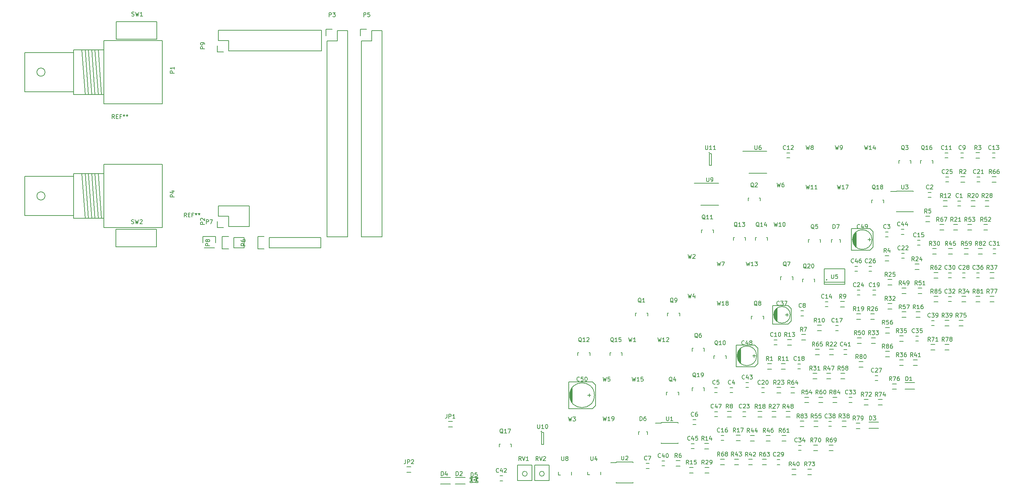
<source format=gbr>
G04 #@! TF.FileFunction,Legend,Top*
%FSLAX46Y46*%
G04 Gerber Fmt 4.6, Leading zero omitted, Abs format (unit mm)*
G04 Created by KiCad (PCBNEW (after 2015-mar-04 BZR unknown)-product) date Mit 06 Jul 2016 10:41:57 CEST*
%MOMM*%
G01*
G04 APERTURE LIST*
%ADD10C,0.100000*%
%ADD11C,0.150000*%
%ADD12C,0.200000*%
%ADD13C,0.050000*%
G04 APERTURE END LIST*
D10*
D11*
X262049762Y-76725000D02*
X262749762Y-76725000D01*
X262749762Y-77925000D02*
X262049762Y-77925000D01*
X254765952Y-74645000D02*
X255465952Y-74645000D01*
X255465952Y-75845000D02*
X254765952Y-75845000D01*
X244225952Y-84365000D02*
X244925952Y-84365000D01*
X244925952Y-85565000D02*
X244225952Y-85565000D01*
X205975952Y-122725000D02*
X206675952Y-122725000D01*
X206675952Y-123925000D02*
X205975952Y-123925000D01*
X202145001Y-122725000D02*
X202845001Y-122725000D01*
X202845001Y-123925000D02*
X202145001Y-123925000D01*
X196855952Y-130625000D02*
X197555952Y-130625000D01*
X197555952Y-131825000D02*
X196855952Y-131825000D01*
X185339762Y-141405000D02*
X186039762Y-141405000D01*
X186039762Y-142605000D02*
X185339762Y-142605000D01*
X223379762Y-103805000D02*
X224079762Y-103805000D01*
X224079762Y-105005000D02*
X223379762Y-105005000D01*
X262749762Y-64925000D02*
X263449762Y-64925000D01*
X263449762Y-66125000D02*
X262749762Y-66125000D01*
X216827381Y-110965000D02*
X217527381Y-110965000D01*
X217527381Y-112165000D02*
X216827381Y-112165000D01*
X258915952Y-64925000D02*
X259615952Y-64925000D01*
X259615952Y-66125000D02*
X258915952Y-66125000D01*
X219967381Y-64925000D02*
X220667381Y-64925000D01*
X220667381Y-66125000D02*
X219967381Y-66125000D01*
X270547381Y-64925000D02*
X271247381Y-64925000D01*
X271247381Y-66125000D02*
X270547381Y-66125000D01*
X229407381Y-101545000D02*
X230107381Y-101545000D01*
X230107381Y-102745000D02*
X229407381Y-102745000D01*
X252075952Y-86445000D02*
X252775952Y-86445000D01*
X252775952Y-87645000D02*
X252075952Y-87645000D01*
X203755952Y-134525000D02*
X204455952Y-134525000D01*
X204455952Y-135725000D02*
X203755952Y-135725000D01*
X231955952Y-107445000D02*
X232655952Y-107445000D01*
X232655952Y-108645000D02*
X231955952Y-108645000D01*
X222615952Y-116865000D02*
X223315952Y-116865000D01*
X223315952Y-118065000D02*
X222615952Y-118065000D01*
X241135952Y-98715000D02*
X241835952Y-98715000D01*
X241835952Y-99915000D02*
X241135952Y-99915000D01*
X213735952Y-122765000D02*
X214435952Y-122765000D01*
X214435952Y-123965000D02*
X213735952Y-123965000D01*
X266785952Y-70825000D02*
X267485952Y-70825000D01*
X267485952Y-72025000D02*
X266785952Y-72025000D01*
X248197381Y-89645000D02*
X248897381Y-89645000D01*
X248897381Y-90845000D02*
X248197381Y-90845000D01*
X209125952Y-128625000D02*
X209825952Y-128625000D01*
X209825952Y-129825000D02*
X209125952Y-129825000D01*
X237257381Y-98715000D02*
X237957381Y-98715000D01*
X237957381Y-99915000D02*
X237257381Y-99915000D01*
X259075952Y-70825000D02*
X259775952Y-70825000D01*
X259775952Y-72025000D02*
X259075952Y-72025000D01*
X240167381Y-92815000D02*
X240867381Y-92815000D01*
X240867381Y-94015000D02*
X240167381Y-94015000D01*
X241687381Y-119765000D02*
X242387381Y-119765000D01*
X242387381Y-120965000D02*
X241687381Y-120965000D01*
X263217381Y-94425000D02*
X263917381Y-94425000D01*
X263917381Y-95625000D02*
X263217381Y-95625000D01*
X217557381Y-140465000D02*
X218257381Y-140465000D01*
X218257381Y-141665000D02*
X217557381Y-141665000D01*
X259767381Y-94425000D02*
X260467381Y-94425000D01*
X260467381Y-95625000D02*
X259767381Y-95625000D01*
X270707381Y-88525000D02*
X271407381Y-88525000D01*
X271407381Y-89725000D02*
X270707381Y-89725000D01*
X259767381Y-100325000D02*
X260467381Y-100325000D01*
X260467381Y-101525000D02*
X259767381Y-101525000D01*
X235295952Y-125145000D02*
X235995952Y-125145000D01*
X235995952Y-126345000D02*
X235295952Y-126345000D01*
X222815952Y-136945000D02*
X223515952Y-136945000D01*
X223515952Y-138145000D02*
X222815952Y-138145000D01*
X251705952Y-110045000D02*
X252405952Y-110045000D01*
X252405952Y-111245000D02*
X251705952Y-111245000D01*
X266667381Y-94425000D02*
X267367381Y-94425000D01*
X267367381Y-95625000D02*
X266667381Y-95625000D01*
X220402340Y-104779000D02*
X219640340Y-104779000D01*
X220021340Y-104398000D02*
X220021340Y-105160000D01*
X220275340Y-107065000D02*
X216465340Y-107065000D01*
X221037340Y-103255000D02*
X221037340Y-106303000D01*
X220275340Y-107065000D02*
X221037340Y-106303000D01*
X220275340Y-102493000D02*
X216465340Y-102493000D01*
X220275340Y-102493000D02*
X221037340Y-103255000D01*
X216719340Y-104906000D02*
X216719340Y-104652000D01*
X216846340Y-104144000D02*
X216846340Y-105414000D01*
X216973340Y-105668000D02*
X216973340Y-103890000D01*
X217100340Y-105922000D02*
X217100340Y-103636000D01*
X217227340Y-103509000D02*
X217227340Y-106049000D01*
X217354340Y-106176000D02*
X217354340Y-103382000D01*
X217481340Y-103255000D02*
X217481340Y-106303000D01*
X217608340Y-103128000D02*
X217608340Y-106430000D01*
X220783340Y-104779000D02*
G75*
G03X220783340Y-104779000I-2032000J0D01*
G01*
X216465340Y-102493000D02*
X216465340Y-107065000D01*
X230257381Y-131045000D02*
X230957381Y-131045000D01*
X230957381Y-132245000D02*
X230257381Y-132245000D01*
X255587381Y-106225000D02*
X256287381Y-106225000D01*
X256287381Y-107425000D02*
X255587381Y-107425000D01*
X189165952Y-140785000D02*
X189865952Y-140785000D01*
X189865952Y-141985000D02*
X189165952Y-141985000D01*
X234027381Y-113345000D02*
X234727381Y-113345000D01*
X234727381Y-114545000D02*
X234027381Y-114545000D01*
X149317381Y-144445000D02*
X150017381Y-144445000D01*
X150017381Y-145645000D02*
X149317381Y-145645000D01*
X209857381Y-121455000D02*
X210557381Y-121455000D01*
X210557381Y-122655000D02*
X209857381Y-122655000D01*
X248107381Y-83745000D02*
X248807381Y-83745000D01*
X248807381Y-84945000D02*
X248107381Y-84945000D01*
X196427381Y-136525000D02*
X197127381Y-136525000D01*
X197127381Y-137725000D02*
X196427381Y-137725000D01*
X236717381Y-92815000D02*
X237417381Y-92815000D01*
X237417381Y-94015000D02*
X236717381Y-94015000D01*
X202197381Y-128625000D02*
X202897381Y-128625000D01*
X202897381Y-129825000D02*
X202197381Y-129825000D01*
X207833510Y-114245000D02*
X207833510Y-115642000D01*
X207960510Y-113991000D02*
X207960510Y-115769000D01*
X208087510Y-113610000D02*
X208087510Y-116150000D01*
X208214510Y-116277000D02*
X208214510Y-113483000D01*
X208341510Y-113356000D02*
X208341510Y-116404000D01*
X208468510Y-116531000D02*
X208468510Y-113229000D01*
X208595510Y-113102000D02*
X208595510Y-116658000D01*
X212532510Y-114880000D02*
G75*
G03X212532510Y-114880000I-2413000J0D01*
G01*
X207452510Y-112213000D02*
X212024510Y-112213000D01*
X212024510Y-112213000D02*
X212786510Y-112975000D01*
X212786510Y-112975000D02*
X212786510Y-116785000D01*
X212786510Y-116785000D02*
X212024510Y-117547000D01*
X212024510Y-117547000D02*
X207452510Y-117547000D01*
X207452510Y-117547000D02*
X207452510Y-112213000D01*
X212278510Y-114880000D02*
X211516510Y-114880000D01*
X211897510Y-114499000D02*
X211897510Y-115261000D01*
X236243510Y-85605000D02*
X236243510Y-87002000D01*
X236370510Y-85351000D02*
X236370510Y-87129000D01*
X236497510Y-84970000D02*
X236497510Y-87510000D01*
X236624510Y-87637000D02*
X236624510Y-84843000D01*
X236751510Y-84716000D02*
X236751510Y-87764000D01*
X236878510Y-87891000D02*
X236878510Y-84589000D01*
X237005510Y-84462000D02*
X237005510Y-88018000D01*
X240942510Y-86240000D02*
G75*
G03X240942510Y-86240000I-2413000J0D01*
G01*
X235862510Y-83573000D02*
X240434510Y-83573000D01*
X240434510Y-83573000D02*
X241196510Y-84335000D01*
X241196510Y-84335000D02*
X241196510Y-88145000D01*
X241196510Y-88145000D02*
X240434510Y-88907000D01*
X240434510Y-88907000D02*
X235862510Y-88907000D01*
X235862510Y-88907000D02*
X235862510Y-83573000D01*
X240688510Y-86240000D02*
X239926510Y-86240000D01*
X240307510Y-85859000D02*
X240307510Y-86621000D01*
X166609410Y-123820000D02*
X166609410Y-125344000D01*
X166736410Y-125725000D02*
X166736410Y-123439000D01*
X166863410Y-123185000D02*
X166863410Y-125979000D01*
X166990410Y-126233000D02*
X166990410Y-122931000D01*
X167117410Y-122804000D02*
X167117410Y-126360000D01*
X172578410Y-124582000D02*
G75*
G03X172578410Y-124582000I-3048000J0D01*
G01*
X166228410Y-121280000D02*
X166228410Y-127884000D01*
X166228410Y-127884000D02*
X172070410Y-127884000D01*
X172070410Y-127884000D02*
X172832410Y-127122000D01*
X172832410Y-127122000D02*
X172832410Y-122042000D01*
X172832410Y-122042000D02*
X172070410Y-121280000D01*
X172070410Y-121280000D02*
X166228410Y-121280000D01*
X171689410Y-124582000D02*
X170927410Y-124582000D01*
X171308410Y-124201000D02*
X171308410Y-124963000D01*
X249075001Y-123045000D02*
X251475001Y-123045000D01*
X249075001Y-121445000D02*
X251475001Y-121445000D01*
X138355001Y-146425000D02*
X140755001Y-146425000D01*
X138355001Y-144825000D02*
X140755001Y-144825000D01*
X240155001Y-132765000D02*
X242555001Y-132765000D01*
X240155001Y-131165000D02*
X242555001Y-131165000D01*
X134705001Y-146425000D02*
X137105001Y-146425000D01*
X134705001Y-144825000D02*
X137105001Y-144825000D01*
X143426300Y-145744720D02*
X143426300Y-146069840D01*
X143426300Y-146069840D02*
X143926680Y-146069840D01*
X143926680Y-145744720D02*
X143926680Y-146069840D01*
X143426300Y-145744720D02*
X143926680Y-145744720D01*
X143426300Y-145122420D02*
X143426300Y-145272280D01*
X143426300Y-145272280D02*
X143677760Y-145272280D01*
X143677760Y-145122420D02*
X143677760Y-145272280D01*
X143426300Y-145122420D02*
X143677760Y-145122420D01*
X143426300Y-145617720D02*
X143426300Y-145767580D01*
X143426300Y-145767580D02*
X143677760Y-145767580D01*
X143677760Y-145617720D02*
X143677760Y-145767580D01*
X143426300Y-145617720D02*
X143677760Y-145617720D01*
X143426300Y-145246880D02*
X143426300Y-145643120D01*
X143426300Y-145643120D02*
X143601560Y-145643120D01*
X143601560Y-145246880D02*
X143601560Y-145643120D01*
X143426300Y-145246880D02*
X143601560Y-145246880D01*
X141930240Y-145744720D02*
X141930240Y-146069840D01*
X141930240Y-146069840D02*
X142430620Y-146069840D01*
X142430620Y-145744720D02*
X142430620Y-146069840D01*
X141930240Y-145744720D02*
X142430620Y-145744720D01*
X141930240Y-144820160D02*
X141930240Y-145145280D01*
X141930240Y-145145280D02*
X142430620Y-145145280D01*
X142430620Y-144820160D02*
X142430620Y-145145280D01*
X141930240Y-144820160D02*
X142430620Y-144820160D01*
X142179160Y-145617720D02*
X142179160Y-145767580D01*
X142179160Y-145767580D02*
X142430620Y-145767580D01*
X142430620Y-145617720D02*
X142430620Y-145767580D01*
X142179160Y-145617720D02*
X142430620Y-145617720D01*
X142179160Y-145122420D02*
X142179160Y-145272280D01*
X142179160Y-145272280D02*
X142430620Y-145272280D01*
X142430620Y-145122420D02*
X142430620Y-145272280D01*
X142179160Y-145122420D02*
X142430620Y-145122420D01*
X142255360Y-145246880D02*
X142255360Y-145643120D01*
X142255360Y-145643120D02*
X142430620Y-145643120D01*
X142430620Y-145246880D02*
X142430620Y-145643120D01*
X142255360Y-145246880D02*
X142430620Y-145246880D01*
X142928460Y-145345940D02*
X142928460Y-145544060D01*
X142928460Y-145544060D02*
X143126580Y-145544060D01*
X143126580Y-145345940D02*
X143126580Y-145544060D01*
X142928460Y-145345940D02*
X143126580Y-145345940D01*
X143426300Y-144845560D02*
X143426300Y-145145280D01*
X143426300Y-145145280D02*
X143726020Y-145145280D01*
X143726020Y-144845560D02*
X143726020Y-145145280D01*
X143426300Y-144845560D02*
X143726020Y-144845560D01*
X143853020Y-144820160D02*
X143853020Y-145046220D01*
X143853020Y-145046220D02*
X143926680Y-145046220D01*
X143926680Y-144820160D02*
X143926680Y-145046220D01*
X143853020Y-144820160D02*
X143926680Y-144820160D01*
X143451700Y-146019040D02*
X142405220Y-146019040D01*
X142430620Y-144870960D02*
X143853020Y-144870960D01*
X143848662Y-144995420D02*
G75*
G03X143848662Y-144995420I-71842J0D01*
G01*
X143926680Y-145097020D02*
G75*
G03X143926680Y-145792980I0J-347980D01*
G01*
X141930240Y-145792980D02*
G75*
G03X141930240Y-145097020I0J347980D01*
G01*
X185423684Y-133544760D02*
X185375424Y-133544760D01*
X183424704Y-134245800D02*
X183424704Y-133544760D01*
X183424704Y-133544760D02*
X183673624Y-133544760D01*
X185423684Y-133544760D02*
X185624344Y-133544760D01*
X185624344Y-133544760D02*
X185624344Y-134245800D01*
X232953684Y-86224760D02*
X232905424Y-86224760D01*
X230954704Y-86925800D02*
X230954704Y-86224760D01*
X230954704Y-86224760D02*
X231203624Y-86224760D01*
X232953684Y-86224760D02*
X233154344Y-86224760D01*
X233154344Y-86224760D02*
X233154344Y-86925800D01*
X137604048Y-132400000D02*
X136604048Y-132400000D01*
X136604048Y-131050000D02*
X137604048Y-131050000D01*
X127394048Y-143600000D02*
X126394048Y-143600000D01*
X126394048Y-142250000D02*
X127394048Y-142250000D01*
X47199160Y-50499100D02*
X46399060Y-39500900D01*
X47999260Y-50499100D02*
X47199160Y-39500900D01*
X48799360Y-50499100D02*
X47999260Y-39500900D01*
X49599460Y-50499100D02*
X48799360Y-39500900D01*
X50399560Y-50499100D02*
X49599460Y-39500900D01*
X51199660Y-50499100D02*
X50399560Y-39500900D01*
X37300780Y-45000000D02*
G75*
G03X37300780Y-45000000I-1000760J0D01*
G01*
X44301020Y-40199400D02*
X32299520Y-40199400D01*
X32299520Y-40199400D02*
X32299520Y-49800600D01*
X32299520Y-49800600D02*
X44301020Y-49800600D01*
X51799100Y-39500900D02*
X44301020Y-39500900D01*
X44301020Y-39500900D02*
X44301020Y-50499100D01*
X44301020Y-50499100D02*
X51799100Y-50499100D01*
X66200900Y-52800340D02*
X66200900Y-37199660D01*
X66200900Y-37199660D02*
X51799100Y-37199660D01*
X51799100Y-37199660D02*
X51799100Y-52800340D01*
X51799100Y-52800340D02*
X66200900Y-52800340D01*
X82520000Y-83020000D02*
X87600000Y-83020000D01*
X79700000Y-83300000D02*
X79700000Y-81750000D01*
X79980000Y-80480000D02*
X82520000Y-80480000D01*
X82520000Y-80480000D02*
X82520000Y-83020000D01*
X87600000Y-83020000D02*
X87600000Y-77940000D01*
X87600000Y-77940000D02*
X82520000Y-77940000D01*
X79700000Y-83300000D02*
X81250000Y-83300000D01*
X79980000Y-77940000D02*
X79980000Y-80480000D01*
X82520000Y-77940000D02*
X79980000Y-77940000D01*
X111810000Y-85530000D02*
X111810000Y-34730000D01*
X106730000Y-37270000D02*
X106730000Y-85530000D01*
X111810000Y-85530000D02*
X106730000Y-85530000D01*
X111810000Y-34730000D02*
X109270000Y-34730000D01*
X108000000Y-34450000D02*
X106450000Y-34450000D01*
X109270000Y-34730000D02*
X109270000Y-37270000D01*
X109270000Y-37270000D02*
X106730000Y-37270000D01*
X106450000Y-34450000D02*
X106450000Y-36000000D01*
X47199160Y-80999100D02*
X46399060Y-70000900D01*
X47999260Y-80999100D02*
X47199160Y-70000900D01*
X48799360Y-80999100D02*
X47999260Y-70000900D01*
X49599460Y-80999100D02*
X48799360Y-70000900D01*
X50399560Y-80999100D02*
X49599460Y-70000900D01*
X51199660Y-80999100D02*
X50399560Y-70000900D01*
X37300780Y-75500000D02*
G75*
G03X37300780Y-75500000I-1000760J0D01*
G01*
X44301020Y-70699400D02*
X32299520Y-70699400D01*
X32299520Y-70699400D02*
X32299520Y-80300600D01*
X32299520Y-80300600D02*
X44301020Y-80300600D01*
X51799100Y-70000900D02*
X44301020Y-70000900D01*
X44301020Y-70000900D02*
X44301020Y-80999100D01*
X44301020Y-80999100D02*
X51799100Y-80999100D01*
X66200900Y-83300340D02*
X66200900Y-67699660D01*
X66200900Y-67699660D02*
X51799100Y-67699660D01*
X51799100Y-67699660D02*
X51799100Y-83300340D01*
X51799100Y-83300340D02*
X66200900Y-83300340D01*
X120310000Y-85530000D02*
X120310000Y-34730000D01*
X115230000Y-37270000D02*
X115230000Y-85530000D01*
X120310000Y-85530000D02*
X115230000Y-85530000D01*
X120310000Y-34730000D02*
X117770000Y-34730000D01*
X116500000Y-34450000D02*
X114950000Y-34450000D01*
X117770000Y-34730000D02*
X117770000Y-37270000D01*
X117770000Y-37270000D02*
X115230000Y-37270000D01*
X114950000Y-34450000D02*
X114950000Y-36000000D01*
X92520000Y-85730000D02*
X105220000Y-85730000D01*
X105220000Y-85730000D02*
X105220000Y-88270000D01*
X105220000Y-88270000D02*
X92520000Y-88270000D01*
X89700000Y-85450000D02*
X91250000Y-85450000D01*
X92520000Y-85730000D02*
X92520000Y-88270000D01*
X91250000Y-88550000D02*
X89700000Y-88550000D01*
X89700000Y-88550000D02*
X89700000Y-85450000D01*
X79300000Y-85450000D02*
X79300000Y-87000000D01*
X76200000Y-87000000D02*
X76200000Y-85450000D01*
X76200000Y-85450000D02*
X79300000Y-85450000D01*
X76480000Y-88270000D02*
X79020000Y-88270000D01*
X83770000Y-85730000D02*
X86310000Y-85730000D01*
X80950000Y-85450000D02*
X82500000Y-85450000D01*
X83770000Y-85730000D02*
X83770000Y-88270000D01*
X82500000Y-88550000D02*
X80950000Y-88550000D01*
X80950000Y-88550000D02*
X80950000Y-85450000D01*
X83770000Y-88270000D02*
X86310000Y-88270000D01*
X86310000Y-88270000D02*
X86310000Y-85730000D01*
X105380000Y-34690000D02*
X79980000Y-34690000D01*
X82520000Y-39770000D02*
X105380000Y-39770000D01*
X105380000Y-34690000D02*
X105380000Y-39770000D01*
X79980000Y-34690000D02*
X79980000Y-37230000D01*
X79700000Y-38500000D02*
X79700000Y-40050000D01*
X79980000Y-37230000D02*
X82520000Y-37230000D01*
X82520000Y-37230000D02*
X82520000Y-39770000D01*
X79700000Y-40050000D02*
X81250000Y-40050000D01*
X185492732Y-104384760D02*
X185444472Y-104384760D01*
X182693752Y-105085800D02*
X182693752Y-104384760D01*
X182693752Y-104384760D02*
X182942672Y-104384760D01*
X185492732Y-104384760D02*
X185693392Y-104384760D01*
X185693392Y-104384760D02*
X185693392Y-105085800D01*
X213212732Y-75984760D02*
X213164472Y-75984760D01*
X210413752Y-76685800D02*
X210413752Y-75984760D01*
X210413752Y-75984760D02*
X210662672Y-75984760D01*
X213212732Y-75984760D02*
X213413392Y-75984760D01*
X213413392Y-75984760D02*
X213413392Y-76685800D01*
X250312731Y-66784760D02*
X250264471Y-66784760D01*
X247513751Y-67485800D02*
X247513751Y-66784760D01*
X247513751Y-66784760D02*
X247762671Y-66784760D01*
X250312731Y-66784760D02*
X250513391Y-66784760D01*
X250513391Y-66784760D02*
X250513391Y-67485800D01*
X193122731Y-123824760D02*
X193074471Y-123824760D01*
X190323751Y-124525800D02*
X190323751Y-123824760D01*
X190323751Y-123824760D02*
X190572671Y-123824760D01*
X193122731Y-123824760D02*
X193323391Y-123824760D01*
X193323391Y-123824760D02*
X193323391Y-124525800D01*
X228072731Y-86224760D02*
X228024471Y-86224760D01*
X225273751Y-86925800D02*
X225273751Y-86224760D01*
X225273751Y-86224760D02*
X225522671Y-86224760D01*
X228072731Y-86224760D02*
X228273391Y-86224760D01*
X228273391Y-86224760D02*
X228273391Y-86925800D01*
X199422731Y-113044760D02*
X199374471Y-113044760D01*
X196623751Y-113745800D02*
X196623751Y-113044760D01*
X196623751Y-113044760D02*
X196872671Y-113044760D01*
X199422731Y-113044760D02*
X199623391Y-113044760D01*
X199623391Y-113044760D02*
X199623391Y-113745800D01*
X221232731Y-95424760D02*
X221184471Y-95424760D01*
X218433751Y-96125800D02*
X218433751Y-95424760D01*
X218433751Y-95424760D02*
X218682671Y-95424760D01*
X221232731Y-95424760D02*
X221433391Y-95424760D01*
X221433391Y-95424760D02*
X221433391Y-96125800D01*
X214052731Y-105144760D02*
X214004471Y-105144760D01*
X211253751Y-105845800D02*
X211253751Y-105144760D01*
X211253751Y-105144760D02*
X211502671Y-105144760D01*
X214052731Y-105144760D02*
X214253391Y-105144760D01*
X214253391Y-105144760D02*
X214253391Y-105845800D01*
X193392731Y-104384760D02*
X193344471Y-104384760D01*
X190593751Y-105085800D02*
X190593751Y-104384760D01*
X190593751Y-104384760D02*
X190842671Y-104384760D01*
X193392731Y-104384760D02*
X193593391Y-104384760D01*
X193593391Y-104384760D02*
X193593391Y-105085800D01*
X204822731Y-114864760D02*
X204774471Y-114864760D01*
X202023751Y-115565800D02*
X202023751Y-114864760D01*
X202023751Y-114864760D02*
X202272671Y-114864760D01*
X204822731Y-114864760D02*
X205023391Y-114864760D01*
X205023391Y-114864760D02*
X205023391Y-115565800D01*
X201712732Y-83884760D02*
X201664472Y-83884760D01*
X198913752Y-84585800D02*
X198913752Y-83884760D01*
X198913752Y-83884760D02*
X199162672Y-83884760D01*
X201712732Y-83884760D02*
X201913392Y-83884760D01*
X201913392Y-83884760D02*
X201913392Y-84585800D01*
X171282732Y-114084760D02*
X171234472Y-114084760D01*
X168483752Y-114785800D02*
X168483752Y-114084760D01*
X168483752Y-114084760D02*
X168732672Y-114084760D01*
X171282732Y-114084760D02*
X171483392Y-114084760D01*
X171483392Y-114084760D02*
X171483392Y-114785800D01*
X209612731Y-85704760D02*
X209564471Y-85704760D01*
X206813751Y-86405800D02*
X206813751Y-85704760D01*
X206813751Y-85704760D02*
X207062671Y-85704760D01*
X209612731Y-85704760D02*
X209813391Y-85704760D01*
X209813391Y-85704760D02*
X209813391Y-86405800D01*
X215012731Y-85704760D02*
X214964471Y-85704760D01*
X212213751Y-86405800D02*
X212213751Y-85704760D01*
X212213751Y-85704760D02*
X212462671Y-85704760D01*
X215012731Y-85704760D02*
X215213391Y-85704760D01*
X215213391Y-85704760D02*
X215213391Y-86405800D01*
X179182731Y-114104760D02*
X179134471Y-114104760D01*
X176383751Y-114805800D02*
X176383751Y-114104760D01*
X176383751Y-114104760D02*
X176632671Y-114104760D01*
X179182731Y-114104760D02*
X179383391Y-114104760D01*
X179383391Y-114104760D02*
X179383391Y-114805800D01*
X255712731Y-66784760D02*
X255664471Y-66784760D01*
X252913751Y-67485800D02*
X252913751Y-66784760D01*
X252913751Y-66784760D02*
X253162671Y-66784760D01*
X255712731Y-66784760D02*
X255913391Y-66784760D01*
X255913391Y-66784760D02*
X255913391Y-67485800D01*
X151942731Y-136584760D02*
X151894471Y-136584760D01*
X149143751Y-137285800D02*
X149143751Y-136584760D01*
X149143751Y-136584760D02*
X149392671Y-136584760D01*
X151942731Y-136584760D02*
X152143391Y-136584760D01*
X152143391Y-136584760D02*
X152143391Y-137285800D01*
X243612731Y-76504760D02*
X243564471Y-76504760D01*
X240813751Y-77205800D02*
X240813751Y-76504760D01*
X240813751Y-76504760D02*
X241062671Y-76504760D01*
X243612731Y-76504760D02*
X243813391Y-76504760D01*
X243813391Y-76504760D02*
X243813391Y-77205800D01*
X199422731Y-122764760D02*
X199374471Y-122764760D01*
X196623751Y-123465800D02*
X196623751Y-122764760D01*
X196623751Y-122764760D02*
X196872671Y-122764760D01*
X199422731Y-122764760D02*
X199623391Y-122764760D01*
X199623391Y-122764760D02*
X199623391Y-123465800D01*
X226632731Y-95944760D02*
X226584471Y-95944760D01*
X223833751Y-96645800D02*
X223833751Y-95944760D01*
X223833751Y-95944760D02*
X224082671Y-95944760D01*
X226632731Y-95944760D02*
X226833391Y-95944760D01*
X226833391Y-95944760D02*
X226833391Y-96645800D01*
X216189762Y-118140000D02*
X215189762Y-118140000D01*
X215189762Y-116790000D02*
X216189762Y-116790000D01*
X263783571Y-72100000D02*
X262783571Y-72100000D01*
X262783571Y-70750000D02*
X263783571Y-70750000D01*
X267473571Y-66200000D02*
X266473571Y-66200000D01*
X266473571Y-64850000D02*
X267473571Y-64850000D01*
X245123571Y-91540000D02*
X244123571Y-91540000D01*
X244123571Y-90190000D02*
X245123571Y-90190000D01*
X255163571Y-81820000D02*
X254163571Y-81820000D01*
X254163571Y-80470000D02*
X255163571Y-80470000D01*
X193695001Y-142060000D02*
X192695001Y-142060000D01*
X192695001Y-140710000D02*
X193695001Y-140710000D01*
X224553571Y-110980000D02*
X223553571Y-110980000D01*
X223553571Y-109630000D02*
X224553571Y-109630000D01*
X206295001Y-129900000D02*
X205295001Y-129900000D01*
X205295001Y-128550000D02*
X206295001Y-128550000D01*
X234183571Y-102820000D02*
X233183571Y-102820000D01*
X233183571Y-101470000D02*
X234183571Y-101470000D01*
X228453571Y-108720000D02*
X227453571Y-108720000D01*
X227453571Y-107370000D02*
X228453571Y-107370000D01*
X219587381Y-118140000D02*
X218587381Y-118140000D01*
X218587381Y-116790000D02*
X219587381Y-116790000D01*
X259497381Y-78000000D02*
X258497381Y-78000000D01*
X258497381Y-76650000D02*
X259497381Y-76650000D01*
X221127381Y-112240000D02*
X220127381Y-112240000D01*
X220127381Y-110890000D02*
X221127381Y-110890000D01*
X200727381Y-137800000D02*
X199727381Y-137800000D01*
X199727381Y-136450000D02*
X200727381Y-136450000D01*
X196947381Y-143700000D02*
X195947381Y-143700000D01*
X195947381Y-142350000D02*
X196947381Y-142350000D01*
X252767381Y-105420000D02*
X251767381Y-105420000D01*
X251767381Y-104070000D02*
X252767381Y-104070000D01*
X208487381Y-135800000D02*
X207487381Y-135800000D01*
X207487381Y-134450000D02*
X208487381Y-134450000D01*
X213857381Y-129940000D02*
X212857381Y-129940000D01*
X212857381Y-128590000D02*
X213857381Y-128590000D01*
X238107381Y-105890000D02*
X237107381Y-105890000D01*
X237107381Y-104540000D02*
X238107381Y-104540000D01*
X266297381Y-78000000D02*
X265297381Y-78000000D01*
X265297381Y-76650000D02*
X266297381Y-76650000D01*
X262037381Y-83900000D02*
X261037381Y-83900000D01*
X261037381Y-82550000D02*
X262037381Y-82550000D01*
X231427381Y-114620000D02*
X230427381Y-114620000D01*
X230427381Y-113270000D02*
X231427381Y-113270000D01*
X218467381Y-124040000D02*
X217467381Y-124040000D01*
X217467381Y-122690000D02*
X218467381Y-122690000D01*
X252497381Y-93620000D02*
X251497381Y-93620000D01*
X251497381Y-92270000D02*
X252497381Y-92270000D01*
X245867381Y-97440000D02*
X244867381Y-97440000D01*
X244867381Y-96090000D02*
X245867381Y-96090000D01*
X241557381Y-105890000D02*
X240557381Y-105890000D01*
X240557381Y-104540000D02*
X241557381Y-104540000D01*
X217307381Y-129940000D02*
X216307381Y-129940000D01*
X216307381Y-128590000D02*
X217307381Y-128590000D01*
X269747381Y-78000000D02*
X268747381Y-78000000D01*
X268747381Y-76650000D02*
X269747381Y-76650000D01*
X200778333Y-143700000D02*
X199778333Y-143700000D01*
X199778333Y-142350000D02*
X200778333Y-142350000D01*
X256807381Y-89800000D02*
X255807381Y-89800000D01*
X255807381Y-88450000D02*
X256807381Y-88450000D01*
X227347381Y-120520000D02*
X226347381Y-120520000D01*
X226347381Y-119170000D02*
X227347381Y-119170000D01*
X245867381Y-103340000D02*
X244867381Y-103340000D01*
X244867381Y-101990000D02*
X245867381Y-101990000D01*
X241777381Y-111790000D02*
X240777381Y-111790000D01*
X240777381Y-110440000D02*
X241777381Y-110440000D01*
X264067381Y-101600000D02*
X263067381Y-101600000D01*
X263067381Y-100250000D02*
X264067381Y-100250000D01*
X248677381Y-111320000D02*
X247677381Y-111320000D01*
X247677381Y-109970000D02*
X248677381Y-109970000D01*
X248677381Y-117220000D02*
X247677381Y-117220000D01*
X247677381Y-115870000D02*
X248677381Y-115870000D01*
X270967381Y-95700000D02*
X269967381Y-95700000D01*
X269967381Y-94350000D02*
X270967381Y-94350000D01*
X234557381Y-132320000D02*
X233557381Y-132320000D01*
X233557381Y-130970000D02*
X234557381Y-130970000D01*
X259887381Y-107500000D02*
X258887381Y-107500000D01*
X258887381Y-106150000D02*
X259887381Y-106150000D01*
X222238333Y-144120000D02*
X221238333Y-144120000D01*
X221238333Y-142770000D02*
X222238333Y-142770000D01*
X252127381Y-117220000D02*
X251127381Y-117220000D01*
X251127381Y-115870000D02*
X252127381Y-115870000D01*
X211507381Y-141740000D02*
X210507381Y-141740000D01*
X210507381Y-140390000D02*
X211507381Y-140390000D01*
X208057381Y-141700000D02*
X207057381Y-141700000D01*
X207057381Y-140350000D02*
X208057381Y-140350000D01*
X211937381Y-135840000D02*
X210937381Y-135840000D01*
X210937381Y-134490000D02*
X211937381Y-134490000D01*
X260733571Y-89800000D02*
X259733571Y-89800000D01*
X259733571Y-88450000D02*
X260733571Y-88450000D01*
X215863571Y-135840000D02*
X214863571Y-135840000D01*
X214863571Y-134490000D02*
X215863571Y-134490000D01*
X230797381Y-120520000D02*
X229797381Y-120520000D01*
X229797381Y-119170000D02*
X230797381Y-119170000D01*
X220757381Y-129940000D02*
X219757381Y-129940000D01*
X219757381Y-128590000D02*
X220757381Y-128590000D01*
X249317381Y-99520000D02*
X248317381Y-99520000D01*
X248317381Y-98170000D02*
X249317381Y-98170000D01*
X238327381Y-111790000D02*
X237327381Y-111790000D01*
X237327381Y-110440000D02*
X238327381Y-110440000D01*
X253243571Y-99520000D02*
X252243571Y-99520000D01*
X252243571Y-98170000D02*
X253243571Y-98170000D01*
X269413571Y-83900000D02*
X268413571Y-83900000D01*
X268413571Y-82550000D02*
X269413571Y-82550000D01*
X265487381Y-83900000D02*
X264487381Y-83900000D01*
X264487381Y-82550000D02*
X265487381Y-82550000D01*
X225367381Y-126420000D02*
X224367381Y-126420000D01*
X224367381Y-125070000D02*
X225367381Y-125070000D01*
X227657381Y-132320000D02*
X226657381Y-132320000D01*
X226657381Y-130970000D02*
X227657381Y-130970000D01*
X245227381Y-109240000D02*
X244227381Y-109240000D01*
X244227381Y-107890000D02*
X245227381Y-107890000D01*
X249317381Y-105420000D02*
X248317381Y-105420000D01*
X248317381Y-104070000D02*
X249317381Y-104070000D01*
X234247381Y-120520000D02*
X233247381Y-120520000D01*
X233247381Y-119170000D02*
X234247381Y-119170000D01*
X264657381Y-89800000D02*
X263657381Y-89800000D01*
X263657381Y-88450000D02*
X264657381Y-88450000D01*
X228817381Y-126420000D02*
X227817381Y-126420000D01*
X227817381Y-125070000D02*
X228817381Y-125070000D01*
X219787381Y-135840000D02*
X218787381Y-135840000D01*
X218787381Y-134490000D02*
X219787381Y-134490000D01*
X257167381Y-95700000D02*
X256167381Y-95700000D01*
X256167381Y-94350000D02*
X257167381Y-94350000D01*
X214957381Y-141740000D02*
X213957381Y-141740000D01*
X213957381Y-140390000D02*
X214957381Y-140390000D01*
X221917381Y-124040000D02*
X220917381Y-124040000D01*
X220917381Y-122690000D02*
X221917381Y-122690000D01*
X227977381Y-114620000D02*
X226977381Y-114620000D01*
X226977381Y-113270000D02*
X227977381Y-113270000D01*
X271517381Y-72100000D02*
X270517381Y-72100000D01*
X270517381Y-70750000D02*
X271517381Y-70750000D01*
X258587381Y-83900000D02*
X257587381Y-83900000D01*
X257587381Y-82550000D02*
X258587381Y-82550000D01*
X204607381Y-141700000D02*
X203607381Y-141700000D01*
X203607381Y-140350000D02*
X204607381Y-140350000D01*
X231378333Y-138220000D02*
X230378333Y-138220000D01*
X230378333Y-136870000D02*
X231378333Y-136870000D01*
X227547381Y-138220000D02*
X226547381Y-138220000D01*
X226547381Y-136870000D02*
X227547381Y-136870000D01*
X256437381Y-113400000D02*
X255437381Y-113400000D01*
X255437381Y-112050000D02*
X256437381Y-112050000D01*
X240027381Y-126940000D02*
X239027381Y-126940000D01*
X239027381Y-125590000D02*
X240027381Y-125590000D01*
X226067381Y-144120000D02*
X225067381Y-144120000D01*
X225067381Y-142770000D02*
X226067381Y-142770000D01*
X243477381Y-126940000D02*
X242477381Y-126940000D01*
X242477381Y-125590000D02*
X243477381Y-125590000D01*
X263337381Y-107500000D02*
X262337381Y-107500000D01*
X262337381Y-106150000D02*
X263337381Y-106150000D01*
X246927381Y-123120000D02*
X245927381Y-123120000D01*
X245927381Y-121770000D02*
X246927381Y-121770000D01*
X270967381Y-101600000D02*
X269967381Y-101600000D01*
X269967381Y-100250000D02*
X270967381Y-100250000D01*
X259887381Y-113400000D02*
X258887381Y-113400000D01*
X258887381Y-112050000D02*
X259887381Y-112050000D01*
X238007381Y-132840000D02*
X237007381Y-132840000D01*
X237007381Y-131490000D02*
X238007381Y-131490000D01*
X238708333Y-117690000D02*
X237708333Y-117690000D01*
X237708333Y-116340000D02*
X238708333Y-116340000D01*
X267517381Y-101600000D02*
X266517381Y-101600000D01*
X266517381Y-100250000D02*
X267517381Y-100250000D01*
X268107381Y-89800000D02*
X267107381Y-89800000D01*
X267107381Y-88450000D02*
X268107381Y-88450000D01*
X224207381Y-132320000D02*
X223207381Y-132320000D01*
X223207381Y-130970000D02*
X224207381Y-130970000D01*
X232267381Y-126420000D02*
X231267381Y-126420000D01*
X231267381Y-125070000D02*
X232267381Y-125070000D01*
X257167381Y-101600000D02*
X256167381Y-101600000D01*
X256167381Y-100250000D02*
X257167381Y-100250000D01*
X245227381Y-115140000D02*
X244227381Y-115140000D01*
X244227381Y-113790000D02*
X245227381Y-113790000D01*
D12*
X153640001Y-141825000D02*
X153640001Y-141925000D01*
X156048277Y-143925000D02*
G75*
G03X156048277Y-143925000I-608276J0D01*
G01*
X157240001Y-141825000D02*
X157240001Y-145625000D01*
X157240001Y-145625000D02*
X153640001Y-145625000D01*
D13*
X153640001Y-141925000D02*
X153640001Y-141825000D01*
D12*
X153640001Y-143725000D02*
X153640001Y-141925000D01*
D13*
X153640001Y-143725000D02*
X153640001Y-141925000D01*
X153640001Y-141925000D02*
X153640001Y-141825000D01*
D12*
X153640001Y-143725000D02*
X153640001Y-145625000D01*
D13*
X153640001Y-143725000D02*
X153640001Y-145625000D01*
X153640001Y-141925000D02*
X153640001Y-141825000D01*
X153640001Y-143725000D02*
X153640001Y-141925000D01*
X153640001Y-143725000D02*
X153640001Y-141925000D01*
X153640001Y-141925000D02*
X153640001Y-141825000D01*
D12*
X153640001Y-141825000D02*
X157240001Y-141825000D01*
X157840001Y-141825000D02*
X157840001Y-141925000D01*
X160248277Y-143925000D02*
G75*
G03X160248277Y-143925000I-608276J0D01*
G01*
X161440001Y-141825000D02*
X161440001Y-145625000D01*
X161440001Y-145625000D02*
X157840001Y-145625000D01*
D13*
X157840001Y-141925000D02*
X157840001Y-141825000D01*
D12*
X157840001Y-143725000D02*
X157840001Y-141925000D01*
D13*
X157840001Y-143725000D02*
X157840001Y-141925000D01*
X157840001Y-141925000D02*
X157840001Y-141825000D01*
D12*
X157840001Y-143725000D02*
X157840001Y-145625000D01*
D13*
X157840001Y-143725000D02*
X157840001Y-145625000D01*
X157840001Y-141925000D02*
X157840001Y-141825000D01*
X157840001Y-143725000D02*
X157840001Y-141925000D01*
X157840001Y-143725000D02*
X157840001Y-141925000D01*
X157840001Y-141925000D02*
X157840001Y-141825000D01*
D12*
X157840001Y-141825000D02*
X161440001Y-141825000D01*
D11*
X64100000Y-32575000D02*
X64800000Y-32575000D01*
X64800000Y-32575000D02*
X64800000Y-36875000D01*
X64800000Y-36875000D02*
X64050000Y-36875000D01*
X54950000Y-36875000D02*
X54800000Y-36875000D01*
X54800000Y-36875000D02*
X54800000Y-32575000D01*
X54800000Y-32575000D02*
X55650000Y-32575000D01*
X55550000Y-36875000D02*
X54950000Y-36875000D01*
X59800000Y-32575000D02*
X64100000Y-32575000D01*
X64100000Y-32575000D02*
X55500000Y-32575000D01*
X59800000Y-36875000D02*
X64100000Y-36875000D01*
X64100000Y-36875000D02*
X55500000Y-36875000D01*
X64025000Y-83725000D02*
X64725000Y-83725000D01*
X64725000Y-83725000D02*
X64725000Y-88025000D01*
X64725000Y-88025000D02*
X63975000Y-88025000D01*
X54875000Y-88025000D02*
X54725000Y-88025000D01*
X54725000Y-88025000D02*
X54725000Y-83725000D01*
X54725000Y-83725000D02*
X55575000Y-83725000D01*
X55475000Y-88025000D02*
X54875000Y-88025000D01*
X59725000Y-83725000D02*
X64025000Y-83725000D01*
X64025000Y-83725000D02*
X55425000Y-83725000D01*
X59725000Y-88025000D02*
X64025000Y-88025000D01*
X64025000Y-88025000D02*
X55425000Y-88025000D01*
X189000001Y-131310000D02*
X189000001Y-131455000D01*
X193150001Y-131310000D02*
X193150001Y-131455000D01*
X193150001Y-136460000D02*
X193150001Y-136315000D01*
X189000001Y-136460000D02*
X189000001Y-136315000D01*
X189000001Y-131310000D02*
X193150001Y-131310000D01*
X189000001Y-136460000D02*
X193150001Y-136460000D01*
X189000001Y-131455000D02*
X187600001Y-131455000D01*
X177960001Y-141030000D02*
X177960001Y-141175000D01*
X182110001Y-141030000D02*
X182110001Y-141175000D01*
X182110001Y-146180000D02*
X182110001Y-146035000D01*
X177960001Y-146180000D02*
X177960001Y-146035000D01*
X177960001Y-141030000D02*
X182110001Y-141030000D01*
X177960001Y-146180000D02*
X182110001Y-146180000D01*
X177960001Y-141175000D02*
X176560001Y-141175000D01*
X246910001Y-74270000D02*
X246910001Y-74415000D01*
X251060001Y-74270000D02*
X251060001Y-74415000D01*
X251060001Y-79420000D02*
X251060001Y-79275000D01*
X246910001Y-79420000D02*
X246910001Y-79275000D01*
X246910001Y-74270000D02*
X251060001Y-74270000D01*
X246910001Y-79420000D02*
X251060001Y-79420000D01*
X246910001Y-74415000D02*
X245510001Y-74415000D01*
X170904644Y-144185180D02*
X171394864Y-144185180D01*
X170904644Y-143484140D02*
X170904644Y-144185180D01*
X174105044Y-143484140D02*
X174105044Y-144185180D01*
X229907952Y-96152600D02*
G75*
G03X229907952Y-96152600I-127000J0D01*
G01*
X229145952Y-96787600D02*
X234225952Y-96787600D01*
X229145952Y-93485600D02*
X234225952Y-93485600D01*
X229145952Y-97295600D02*
X234225952Y-97295600D01*
X229145952Y-97295600D02*
X229145952Y-93485600D01*
X234225952Y-97295600D02*
X234225952Y-93485600D01*
X210641190Y-69900000D02*
X215041190Y-69900000D01*
X209066190Y-64450000D02*
X215041190Y-64450000D01*
X163744644Y-144205180D02*
X164234864Y-144205180D01*
X163744644Y-143504140D02*
X163744644Y-144205180D01*
X166945044Y-143504140D02*
X166945044Y-144205180D01*
X198761190Y-77800000D02*
X203161190Y-77800000D01*
X197186190Y-72350000D02*
X203161190Y-72350000D01*
X159611667Y-133525000D02*
G75*
G03X159611667Y-133525000I-100000J0D01*
G01*
X160061667Y-133775000D02*
X159561667Y-133775000D01*
X160061667Y-136675000D02*
X160061667Y-133775000D01*
X159561667Y-136675000D02*
X160061667Y-136675000D01*
X159561667Y-133775000D02*
X159561667Y-136675000D01*
X200951667Y-64825000D02*
G75*
G03X200951667Y-64825000I-100000J0D01*
G01*
X201401667Y-65075000D02*
X200901667Y-65075000D01*
X201401667Y-67975000D02*
X201401667Y-65075000D01*
X200901667Y-67975000D02*
X201401667Y-67975000D01*
X200901667Y-65075000D02*
X200901667Y-67975000D01*
X262233096Y-75782143D02*
X262185477Y-75829762D01*
X262042620Y-75877381D01*
X261947382Y-75877381D01*
X261804524Y-75829762D01*
X261709286Y-75734524D01*
X261661667Y-75639286D01*
X261614048Y-75448810D01*
X261614048Y-75305952D01*
X261661667Y-75115476D01*
X261709286Y-75020238D01*
X261804524Y-74925000D01*
X261947382Y-74877381D01*
X262042620Y-74877381D01*
X262185477Y-74925000D01*
X262233096Y-74972619D01*
X263185477Y-75877381D02*
X262614048Y-75877381D01*
X262899762Y-75877381D02*
X262899762Y-74877381D01*
X262804524Y-75020238D01*
X262709286Y-75115476D01*
X262614048Y-75163095D01*
X254949286Y-73702143D02*
X254901667Y-73749762D01*
X254758810Y-73797381D01*
X254663572Y-73797381D01*
X254520714Y-73749762D01*
X254425476Y-73654524D01*
X254377857Y-73559286D01*
X254330238Y-73368810D01*
X254330238Y-73225952D01*
X254377857Y-73035476D01*
X254425476Y-72940238D01*
X254520714Y-72845000D01*
X254663572Y-72797381D01*
X254758810Y-72797381D01*
X254901667Y-72845000D01*
X254949286Y-72892619D01*
X255330238Y-72892619D02*
X255377857Y-72845000D01*
X255473095Y-72797381D01*
X255711191Y-72797381D01*
X255806429Y-72845000D01*
X255854048Y-72892619D01*
X255901667Y-72987857D01*
X255901667Y-73083095D01*
X255854048Y-73225952D01*
X255282619Y-73797381D01*
X255901667Y-73797381D01*
X244409286Y-83422143D02*
X244361667Y-83469762D01*
X244218810Y-83517381D01*
X244123572Y-83517381D01*
X243980714Y-83469762D01*
X243885476Y-83374524D01*
X243837857Y-83279286D01*
X243790238Y-83088810D01*
X243790238Y-82945952D01*
X243837857Y-82755476D01*
X243885476Y-82660238D01*
X243980714Y-82565000D01*
X244123572Y-82517381D01*
X244218810Y-82517381D01*
X244361667Y-82565000D01*
X244409286Y-82612619D01*
X244742619Y-82517381D02*
X245361667Y-82517381D01*
X245028333Y-82898333D01*
X245171191Y-82898333D01*
X245266429Y-82945952D01*
X245314048Y-82993571D01*
X245361667Y-83088810D01*
X245361667Y-83326905D01*
X245314048Y-83422143D01*
X245266429Y-83469762D01*
X245171191Y-83517381D01*
X244885476Y-83517381D01*
X244790238Y-83469762D01*
X244742619Y-83422143D01*
X206159286Y-121782143D02*
X206111667Y-121829762D01*
X205968810Y-121877381D01*
X205873572Y-121877381D01*
X205730714Y-121829762D01*
X205635476Y-121734524D01*
X205587857Y-121639286D01*
X205540238Y-121448810D01*
X205540238Y-121305952D01*
X205587857Y-121115476D01*
X205635476Y-121020238D01*
X205730714Y-120925000D01*
X205873572Y-120877381D01*
X205968810Y-120877381D01*
X206111667Y-120925000D01*
X206159286Y-120972619D01*
X207016429Y-121210714D02*
X207016429Y-121877381D01*
X206778333Y-120829762D02*
X206540238Y-121544048D01*
X207159286Y-121544048D01*
X202328335Y-121782143D02*
X202280716Y-121829762D01*
X202137859Y-121877381D01*
X202042621Y-121877381D01*
X201899763Y-121829762D01*
X201804525Y-121734524D01*
X201756906Y-121639286D01*
X201709287Y-121448810D01*
X201709287Y-121305952D01*
X201756906Y-121115476D01*
X201804525Y-121020238D01*
X201899763Y-120925000D01*
X202042621Y-120877381D01*
X202137859Y-120877381D01*
X202280716Y-120925000D01*
X202328335Y-120972619D01*
X203233097Y-120877381D02*
X202756906Y-120877381D01*
X202709287Y-121353571D01*
X202756906Y-121305952D01*
X202852144Y-121258333D01*
X203090240Y-121258333D01*
X203185478Y-121305952D01*
X203233097Y-121353571D01*
X203280716Y-121448810D01*
X203280716Y-121686905D01*
X203233097Y-121782143D01*
X203185478Y-121829762D01*
X203090240Y-121877381D01*
X202852144Y-121877381D01*
X202756906Y-121829762D01*
X202709287Y-121782143D01*
X197039286Y-129682143D02*
X196991667Y-129729762D01*
X196848810Y-129777381D01*
X196753572Y-129777381D01*
X196610714Y-129729762D01*
X196515476Y-129634524D01*
X196467857Y-129539286D01*
X196420238Y-129348810D01*
X196420238Y-129205952D01*
X196467857Y-129015476D01*
X196515476Y-128920238D01*
X196610714Y-128825000D01*
X196753572Y-128777381D01*
X196848810Y-128777381D01*
X196991667Y-128825000D01*
X197039286Y-128872619D01*
X197896429Y-128777381D02*
X197705952Y-128777381D01*
X197610714Y-128825000D01*
X197563095Y-128872619D01*
X197467857Y-129015476D01*
X197420238Y-129205952D01*
X197420238Y-129586905D01*
X197467857Y-129682143D01*
X197515476Y-129729762D01*
X197610714Y-129777381D01*
X197801191Y-129777381D01*
X197896429Y-129729762D01*
X197944048Y-129682143D01*
X197991667Y-129586905D01*
X197991667Y-129348810D01*
X197944048Y-129253571D01*
X197896429Y-129205952D01*
X197801191Y-129158333D01*
X197610714Y-129158333D01*
X197515476Y-129205952D01*
X197467857Y-129253571D01*
X197420238Y-129348810D01*
X185523096Y-140462143D02*
X185475477Y-140509762D01*
X185332620Y-140557381D01*
X185237382Y-140557381D01*
X185094524Y-140509762D01*
X184999286Y-140414524D01*
X184951667Y-140319286D01*
X184904048Y-140128810D01*
X184904048Y-139985952D01*
X184951667Y-139795476D01*
X184999286Y-139700238D01*
X185094524Y-139605000D01*
X185237382Y-139557381D01*
X185332620Y-139557381D01*
X185475477Y-139605000D01*
X185523096Y-139652619D01*
X185856429Y-139557381D02*
X186523096Y-139557381D01*
X186094524Y-140557381D01*
X223563096Y-102862143D02*
X223515477Y-102909762D01*
X223372620Y-102957381D01*
X223277382Y-102957381D01*
X223134524Y-102909762D01*
X223039286Y-102814524D01*
X222991667Y-102719286D01*
X222944048Y-102528810D01*
X222944048Y-102385952D01*
X222991667Y-102195476D01*
X223039286Y-102100238D01*
X223134524Y-102005000D01*
X223277382Y-101957381D01*
X223372620Y-101957381D01*
X223515477Y-102005000D01*
X223563096Y-102052619D01*
X224134524Y-102385952D02*
X224039286Y-102338333D01*
X223991667Y-102290714D01*
X223944048Y-102195476D01*
X223944048Y-102147857D01*
X223991667Y-102052619D01*
X224039286Y-102005000D01*
X224134524Y-101957381D01*
X224325001Y-101957381D01*
X224420239Y-102005000D01*
X224467858Y-102052619D01*
X224515477Y-102147857D01*
X224515477Y-102195476D01*
X224467858Y-102290714D01*
X224420239Y-102338333D01*
X224325001Y-102385952D01*
X224134524Y-102385952D01*
X224039286Y-102433571D01*
X223991667Y-102481190D01*
X223944048Y-102576429D01*
X223944048Y-102766905D01*
X223991667Y-102862143D01*
X224039286Y-102909762D01*
X224134524Y-102957381D01*
X224325001Y-102957381D01*
X224420239Y-102909762D01*
X224467858Y-102862143D01*
X224515477Y-102766905D01*
X224515477Y-102576429D01*
X224467858Y-102481190D01*
X224420239Y-102433571D01*
X224325001Y-102385952D01*
X262933096Y-63982143D02*
X262885477Y-64029762D01*
X262742620Y-64077381D01*
X262647382Y-64077381D01*
X262504524Y-64029762D01*
X262409286Y-63934524D01*
X262361667Y-63839286D01*
X262314048Y-63648810D01*
X262314048Y-63505952D01*
X262361667Y-63315476D01*
X262409286Y-63220238D01*
X262504524Y-63125000D01*
X262647382Y-63077381D01*
X262742620Y-63077381D01*
X262885477Y-63125000D01*
X262933096Y-63172619D01*
X263409286Y-64077381D02*
X263599762Y-64077381D01*
X263695001Y-64029762D01*
X263742620Y-63982143D01*
X263837858Y-63839286D01*
X263885477Y-63648810D01*
X263885477Y-63267857D01*
X263837858Y-63172619D01*
X263790239Y-63125000D01*
X263695001Y-63077381D01*
X263504524Y-63077381D01*
X263409286Y-63125000D01*
X263361667Y-63172619D01*
X263314048Y-63267857D01*
X263314048Y-63505952D01*
X263361667Y-63601190D01*
X263409286Y-63648810D01*
X263504524Y-63696429D01*
X263695001Y-63696429D01*
X263790239Y-63648810D01*
X263837858Y-63601190D01*
X263885477Y-63505952D01*
X216534524Y-110022143D02*
X216486905Y-110069762D01*
X216344048Y-110117381D01*
X216248810Y-110117381D01*
X216105952Y-110069762D01*
X216010714Y-109974524D01*
X215963095Y-109879286D01*
X215915476Y-109688810D01*
X215915476Y-109545952D01*
X215963095Y-109355476D01*
X216010714Y-109260238D01*
X216105952Y-109165000D01*
X216248810Y-109117381D01*
X216344048Y-109117381D01*
X216486905Y-109165000D01*
X216534524Y-109212619D01*
X217486905Y-110117381D02*
X216915476Y-110117381D01*
X217201190Y-110117381D02*
X217201190Y-109117381D01*
X217105952Y-109260238D01*
X217010714Y-109355476D01*
X216915476Y-109403095D01*
X218105952Y-109117381D02*
X218201191Y-109117381D01*
X218296429Y-109165000D01*
X218344048Y-109212619D01*
X218391667Y-109307857D01*
X218439286Y-109498333D01*
X218439286Y-109736429D01*
X218391667Y-109926905D01*
X218344048Y-110022143D01*
X218296429Y-110069762D01*
X218201191Y-110117381D01*
X218105952Y-110117381D01*
X218010714Y-110069762D01*
X217963095Y-110022143D01*
X217915476Y-109926905D01*
X217867857Y-109736429D01*
X217867857Y-109498333D01*
X217915476Y-109307857D01*
X217963095Y-109212619D01*
X218010714Y-109165000D01*
X218105952Y-109117381D01*
X258623095Y-63982143D02*
X258575476Y-64029762D01*
X258432619Y-64077381D01*
X258337381Y-64077381D01*
X258194523Y-64029762D01*
X258099285Y-63934524D01*
X258051666Y-63839286D01*
X258004047Y-63648810D01*
X258004047Y-63505952D01*
X258051666Y-63315476D01*
X258099285Y-63220238D01*
X258194523Y-63125000D01*
X258337381Y-63077381D01*
X258432619Y-63077381D01*
X258575476Y-63125000D01*
X258623095Y-63172619D01*
X259575476Y-64077381D02*
X259004047Y-64077381D01*
X259289761Y-64077381D02*
X259289761Y-63077381D01*
X259194523Y-63220238D01*
X259099285Y-63315476D01*
X259004047Y-63363095D01*
X260527857Y-64077381D02*
X259956428Y-64077381D01*
X260242142Y-64077381D02*
X260242142Y-63077381D01*
X260146904Y-63220238D01*
X260051666Y-63315476D01*
X259956428Y-63363095D01*
X219674524Y-63982143D02*
X219626905Y-64029762D01*
X219484048Y-64077381D01*
X219388810Y-64077381D01*
X219245952Y-64029762D01*
X219150714Y-63934524D01*
X219103095Y-63839286D01*
X219055476Y-63648810D01*
X219055476Y-63505952D01*
X219103095Y-63315476D01*
X219150714Y-63220238D01*
X219245952Y-63125000D01*
X219388810Y-63077381D01*
X219484048Y-63077381D01*
X219626905Y-63125000D01*
X219674524Y-63172619D01*
X220626905Y-64077381D02*
X220055476Y-64077381D01*
X220341190Y-64077381D02*
X220341190Y-63077381D01*
X220245952Y-63220238D01*
X220150714Y-63315476D01*
X220055476Y-63363095D01*
X221007857Y-63172619D02*
X221055476Y-63125000D01*
X221150714Y-63077381D01*
X221388810Y-63077381D01*
X221484048Y-63125000D01*
X221531667Y-63172619D01*
X221579286Y-63267857D01*
X221579286Y-63363095D01*
X221531667Y-63505952D01*
X220960238Y-64077381D01*
X221579286Y-64077381D01*
X270254524Y-63982143D02*
X270206905Y-64029762D01*
X270064048Y-64077381D01*
X269968810Y-64077381D01*
X269825952Y-64029762D01*
X269730714Y-63934524D01*
X269683095Y-63839286D01*
X269635476Y-63648810D01*
X269635476Y-63505952D01*
X269683095Y-63315476D01*
X269730714Y-63220238D01*
X269825952Y-63125000D01*
X269968810Y-63077381D01*
X270064048Y-63077381D01*
X270206905Y-63125000D01*
X270254524Y-63172619D01*
X271206905Y-64077381D02*
X270635476Y-64077381D01*
X270921190Y-64077381D02*
X270921190Y-63077381D01*
X270825952Y-63220238D01*
X270730714Y-63315476D01*
X270635476Y-63363095D01*
X271540238Y-63077381D02*
X272159286Y-63077381D01*
X271825952Y-63458333D01*
X271968810Y-63458333D01*
X272064048Y-63505952D01*
X272111667Y-63553571D01*
X272159286Y-63648810D01*
X272159286Y-63886905D01*
X272111667Y-63982143D01*
X272064048Y-64029762D01*
X271968810Y-64077381D01*
X271683095Y-64077381D01*
X271587857Y-64029762D01*
X271540238Y-63982143D01*
X229114524Y-100602143D02*
X229066905Y-100649762D01*
X228924048Y-100697381D01*
X228828810Y-100697381D01*
X228685952Y-100649762D01*
X228590714Y-100554524D01*
X228543095Y-100459286D01*
X228495476Y-100268810D01*
X228495476Y-100125952D01*
X228543095Y-99935476D01*
X228590714Y-99840238D01*
X228685952Y-99745000D01*
X228828810Y-99697381D01*
X228924048Y-99697381D01*
X229066905Y-99745000D01*
X229114524Y-99792619D01*
X230066905Y-100697381D02*
X229495476Y-100697381D01*
X229781190Y-100697381D02*
X229781190Y-99697381D01*
X229685952Y-99840238D01*
X229590714Y-99935476D01*
X229495476Y-99983095D01*
X230924048Y-100030714D02*
X230924048Y-100697381D01*
X230685952Y-99649762D02*
X230447857Y-100364048D01*
X231066905Y-100364048D01*
X251783095Y-85502143D02*
X251735476Y-85549762D01*
X251592619Y-85597381D01*
X251497381Y-85597381D01*
X251354523Y-85549762D01*
X251259285Y-85454524D01*
X251211666Y-85359286D01*
X251164047Y-85168810D01*
X251164047Y-85025952D01*
X251211666Y-84835476D01*
X251259285Y-84740238D01*
X251354523Y-84645000D01*
X251497381Y-84597381D01*
X251592619Y-84597381D01*
X251735476Y-84645000D01*
X251783095Y-84692619D01*
X252735476Y-85597381D02*
X252164047Y-85597381D01*
X252449761Y-85597381D02*
X252449761Y-84597381D01*
X252354523Y-84740238D01*
X252259285Y-84835476D01*
X252164047Y-84883095D01*
X253640238Y-84597381D02*
X253164047Y-84597381D01*
X253116428Y-85073571D01*
X253164047Y-85025952D01*
X253259285Y-84978333D01*
X253497381Y-84978333D01*
X253592619Y-85025952D01*
X253640238Y-85073571D01*
X253687857Y-85168810D01*
X253687857Y-85406905D01*
X253640238Y-85502143D01*
X253592619Y-85549762D01*
X253497381Y-85597381D01*
X253259285Y-85597381D01*
X253164047Y-85549762D01*
X253116428Y-85502143D01*
X203463095Y-133582143D02*
X203415476Y-133629762D01*
X203272619Y-133677381D01*
X203177381Y-133677381D01*
X203034523Y-133629762D01*
X202939285Y-133534524D01*
X202891666Y-133439286D01*
X202844047Y-133248810D01*
X202844047Y-133105952D01*
X202891666Y-132915476D01*
X202939285Y-132820238D01*
X203034523Y-132725000D01*
X203177381Y-132677381D01*
X203272619Y-132677381D01*
X203415476Y-132725000D01*
X203463095Y-132772619D01*
X204415476Y-133677381D02*
X203844047Y-133677381D01*
X204129761Y-133677381D02*
X204129761Y-132677381D01*
X204034523Y-132820238D01*
X203939285Y-132915476D01*
X203844047Y-132963095D01*
X205272619Y-132677381D02*
X205082142Y-132677381D01*
X204986904Y-132725000D01*
X204939285Y-132772619D01*
X204844047Y-132915476D01*
X204796428Y-133105952D01*
X204796428Y-133486905D01*
X204844047Y-133582143D01*
X204891666Y-133629762D01*
X204986904Y-133677381D01*
X205177381Y-133677381D01*
X205272619Y-133629762D01*
X205320238Y-133582143D01*
X205367857Y-133486905D01*
X205367857Y-133248810D01*
X205320238Y-133153571D01*
X205272619Y-133105952D01*
X205177381Y-133058333D01*
X204986904Y-133058333D01*
X204891666Y-133105952D01*
X204844047Y-133153571D01*
X204796428Y-133248810D01*
X231663095Y-106502143D02*
X231615476Y-106549762D01*
X231472619Y-106597381D01*
X231377381Y-106597381D01*
X231234523Y-106549762D01*
X231139285Y-106454524D01*
X231091666Y-106359286D01*
X231044047Y-106168810D01*
X231044047Y-106025952D01*
X231091666Y-105835476D01*
X231139285Y-105740238D01*
X231234523Y-105645000D01*
X231377381Y-105597381D01*
X231472619Y-105597381D01*
X231615476Y-105645000D01*
X231663095Y-105692619D01*
X232615476Y-106597381D02*
X232044047Y-106597381D01*
X232329761Y-106597381D02*
X232329761Y-105597381D01*
X232234523Y-105740238D01*
X232139285Y-105835476D01*
X232044047Y-105883095D01*
X232948809Y-105597381D02*
X233615476Y-105597381D01*
X233186904Y-106597381D01*
X222323095Y-115922143D02*
X222275476Y-115969762D01*
X222132619Y-116017381D01*
X222037381Y-116017381D01*
X221894523Y-115969762D01*
X221799285Y-115874524D01*
X221751666Y-115779286D01*
X221704047Y-115588810D01*
X221704047Y-115445952D01*
X221751666Y-115255476D01*
X221799285Y-115160238D01*
X221894523Y-115065000D01*
X222037381Y-115017381D01*
X222132619Y-115017381D01*
X222275476Y-115065000D01*
X222323095Y-115112619D01*
X223275476Y-116017381D02*
X222704047Y-116017381D01*
X222989761Y-116017381D02*
X222989761Y-115017381D01*
X222894523Y-115160238D01*
X222799285Y-115255476D01*
X222704047Y-115303095D01*
X223846904Y-115445952D02*
X223751666Y-115398333D01*
X223704047Y-115350714D01*
X223656428Y-115255476D01*
X223656428Y-115207857D01*
X223704047Y-115112619D01*
X223751666Y-115065000D01*
X223846904Y-115017381D01*
X224037381Y-115017381D01*
X224132619Y-115065000D01*
X224180238Y-115112619D01*
X224227857Y-115207857D01*
X224227857Y-115255476D01*
X224180238Y-115350714D01*
X224132619Y-115398333D01*
X224037381Y-115445952D01*
X223846904Y-115445952D01*
X223751666Y-115493571D01*
X223704047Y-115541190D01*
X223656428Y-115636429D01*
X223656428Y-115826905D01*
X223704047Y-115922143D01*
X223751666Y-115969762D01*
X223846904Y-116017381D01*
X224037381Y-116017381D01*
X224132619Y-115969762D01*
X224180238Y-115922143D01*
X224227857Y-115826905D01*
X224227857Y-115636429D01*
X224180238Y-115541190D01*
X224132619Y-115493571D01*
X224037381Y-115445952D01*
X240843095Y-97772143D02*
X240795476Y-97819762D01*
X240652619Y-97867381D01*
X240557381Y-97867381D01*
X240414523Y-97819762D01*
X240319285Y-97724524D01*
X240271666Y-97629286D01*
X240224047Y-97438810D01*
X240224047Y-97295952D01*
X240271666Y-97105476D01*
X240319285Y-97010238D01*
X240414523Y-96915000D01*
X240557381Y-96867381D01*
X240652619Y-96867381D01*
X240795476Y-96915000D01*
X240843095Y-96962619D01*
X241795476Y-97867381D02*
X241224047Y-97867381D01*
X241509761Y-97867381D02*
X241509761Y-96867381D01*
X241414523Y-97010238D01*
X241319285Y-97105476D01*
X241224047Y-97153095D01*
X242271666Y-97867381D02*
X242462142Y-97867381D01*
X242557381Y-97819762D01*
X242605000Y-97772143D01*
X242700238Y-97629286D01*
X242747857Y-97438810D01*
X242747857Y-97057857D01*
X242700238Y-96962619D01*
X242652619Y-96915000D01*
X242557381Y-96867381D01*
X242366904Y-96867381D01*
X242271666Y-96915000D01*
X242224047Y-96962619D01*
X242176428Y-97057857D01*
X242176428Y-97295952D01*
X242224047Y-97391190D01*
X242271666Y-97438810D01*
X242366904Y-97486429D01*
X242557381Y-97486429D01*
X242652619Y-97438810D01*
X242700238Y-97391190D01*
X242747857Y-97295952D01*
X213443095Y-121822143D02*
X213395476Y-121869762D01*
X213252619Y-121917381D01*
X213157381Y-121917381D01*
X213014523Y-121869762D01*
X212919285Y-121774524D01*
X212871666Y-121679286D01*
X212824047Y-121488810D01*
X212824047Y-121345952D01*
X212871666Y-121155476D01*
X212919285Y-121060238D01*
X213014523Y-120965000D01*
X213157381Y-120917381D01*
X213252619Y-120917381D01*
X213395476Y-120965000D01*
X213443095Y-121012619D01*
X213824047Y-121012619D02*
X213871666Y-120965000D01*
X213966904Y-120917381D01*
X214205000Y-120917381D01*
X214300238Y-120965000D01*
X214347857Y-121012619D01*
X214395476Y-121107857D01*
X214395476Y-121203095D01*
X214347857Y-121345952D01*
X213776428Y-121917381D01*
X214395476Y-121917381D01*
X215014523Y-120917381D02*
X215109762Y-120917381D01*
X215205000Y-120965000D01*
X215252619Y-121012619D01*
X215300238Y-121107857D01*
X215347857Y-121298333D01*
X215347857Y-121536429D01*
X215300238Y-121726905D01*
X215252619Y-121822143D01*
X215205000Y-121869762D01*
X215109762Y-121917381D01*
X215014523Y-121917381D01*
X214919285Y-121869762D01*
X214871666Y-121822143D01*
X214824047Y-121726905D01*
X214776428Y-121536429D01*
X214776428Y-121298333D01*
X214824047Y-121107857D01*
X214871666Y-121012619D01*
X214919285Y-120965000D01*
X215014523Y-120917381D01*
X266493095Y-69882143D02*
X266445476Y-69929762D01*
X266302619Y-69977381D01*
X266207381Y-69977381D01*
X266064523Y-69929762D01*
X265969285Y-69834524D01*
X265921666Y-69739286D01*
X265874047Y-69548810D01*
X265874047Y-69405952D01*
X265921666Y-69215476D01*
X265969285Y-69120238D01*
X266064523Y-69025000D01*
X266207381Y-68977381D01*
X266302619Y-68977381D01*
X266445476Y-69025000D01*
X266493095Y-69072619D01*
X266874047Y-69072619D02*
X266921666Y-69025000D01*
X267016904Y-68977381D01*
X267255000Y-68977381D01*
X267350238Y-69025000D01*
X267397857Y-69072619D01*
X267445476Y-69167857D01*
X267445476Y-69263095D01*
X267397857Y-69405952D01*
X266826428Y-69977381D01*
X267445476Y-69977381D01*
X268397857Y-69977381D02*
X267826428Y-69977381D01*
X268112142Y-69977381D02*
X268112142Y-68977381D01*
X268016904Y-69120238D01*
X267921666Y-69215476D01*
X267826428Y-69263095D01*
X247904524Y-88702143D02*
X247856905Y-88749762D01*
X247714048Y-88797381D01*
X247618810Y-88797381D01*
X247475952Y-88749762D01*
X247380714Y-88654524D01*
X247333095Y-88559286D01*
X247285476Y-88368810D01*
X247285476Y-88225952D01*
X247333095Y-88035476D01*
X247380714Y-87940238D01*
X247475952Y-87845000D01*
X247618810Y-87797381D01*
X247714048Y-87797381D01*
X247856905Y-87845000D01*
X247904524Y-87892619D01*
X248285476Y-87892619D02*
X248333095Y-87845000D01*
X248428333Y-87797381D01*
X248666429Y-87797381D01*
X248761667Y-87845000D01*
X248809286Y-87892619D01*
X248856905Y-87987857D01*
X248856905Y-88083095D01*
X248809286Y-88225952D01*
X248237857Y-88797381D01*
X248856905Y-88797381D01*
X249237857Y-87892619D02*
X249285476Y-87845000D01*
X249380714Y-87797381D01*
X249618810Y-87797381D01*
X249714048Y-87845000D01*
X249761667Y-87892619D01*
X249809286Y-87987857D01*
X249809286Y-88083095D01*
X249761667Y-88225952D01*
X249190238Y-88797381D01*
X249809286Y-88797381D01*
X208833095Y-127682143D02*
X208785476Y-127729762D01*
X208642619Y-127777381D01*
X208547381Y-127777381D01*
X208404523Y-127729762D01*
X208309285Y-127634524D01*
X208261666Y-127539286D01*
X208214047Y-127348810D01*
X208214047Y-127205952D01*
X208261666Y-127015476D01*
X208309285Y-126920238D01*
X208404523Y-126825000D01*
X208547381Y-126777381D01*
X208642619Y-126777381D01*
X208785476Y-126825000D01*
X208833095Y-126872619D01*
X209214047Y-126872619D02*
X209261666Y-126825000D01*
X209356904Y-126777381D01*
X209595000Y-126777381D01*
X209690238Y-126825000D01*
X209737857Y-126872619D01*
X209785476Y-126967857D01*
X209785476Y-127063095D01*
X209737857Y-127205952D01*
X209166428Y-127777381D01*
X209785476Y-127777381D01*
X210118809Y-126777381D02*
X210737857Y-126777381D01*
X210404523Y-127158333D01*
X210547381Y-127158333D01*
X210642619Y-127205952D01*
X210690238Y-127253571D01*
X210737857Y-127348810D01*
X210737857Y-127586905D01*
X210690238Y-127682143D01*
X210642619Y-127729762D01*
X210547381Y-127777381D01*
X210261666Y-127777381D01*
X210166428Y-127729762D01*
X210118809Y-127682143D01*
X236964524Y-97772143D02*
X236916905Y-97819762D01*
X236774048Y-97867381D01*
X236678810Y-97867381D01*
X236535952Y-97819762D01*
X236440714Y-97724524D01*
X236393095Y-97629286D01*
X236345476Y-97438810D01*
X236345476Y-97295952D01*
X236393095Y-97105476D01*
X236440714Y-97010238D01*
X236535952Y-96915000D01*
X236678810Y-96867381D01*
X236774048Y-96867381D01*
X236916905Y-96915000D01*
X236964524Y-96962619D01*
X237345476Y-96962619D02*
X237393095Y-96915000D01*
X237488333Y-96867381D01*
X237726429Y-96867381D01*
X237821667Y-96915000D01*
X237869286Y-96962619D01*
X237916905Y-97057857D01*
X237916905Y-97153095D01*
X237869286Y-97295952D01*
X237297857Y-97867381D01*
X237916905Y-97867381D01*
X238774048Y-97200714D02*
X238774048Y-97867381D01*
X238535952Y-96819762D02*
X238297857Y-97534048D01*
X238916905Y-97534048D01*
X258783095Y-69882143D02*
X258735476Y-69929762D01*
X258592619Y-69977381D01*
X258497381Y-69977381D01*
X258354523Y-69929762D01*
X258259285Y-69834524D01*
X258211666Y-69739286D01*
X258164047Y-69548810D01*
X258164047Y-69405952D01*
X258211666Y-69215476D01*
X258259285Y-69120238D01*
X258354523Y-69025000D01*
X258497381Y-68977381D01*
X258592619Y-68977381D01*
X258735476Y-69025000D01*
X258783095Y-69072619D01*
X259164047Y-69072619D02*
X259211666Y-69025000D01*
X259306904Y-68977381D01*
X259545000Y-68977381D01*
X259640238Y-69025000D01*
X259687857Y-69072619D01*
X259735476Y-69167857D01*
X259735476Y-69263095D01*
X259687857Y-69405952D01*
X259116428Y-69977381D01*
X259735476Y-69977381D01*
X260640238Y-68977381D02*
X260164047Y-68977381D01*
X260116428Y-69453571D01*
X260164047Y-69405952D01*
X260259285Y-69358333D01*
X260497381Y-69358333D01*
X260592619Y-69405952D01*
X260640238Y-69453571D01*
X260687857Y-69548810D01*
X260687857Y-69786905D01*
X260640238Y-69882143D01*
X260592619Y-69929762D01*
X260497381Y-69977381D01*
X260259285Y-69977381D01*
X260164047Y-69929762D01*
X260116428Y-69882143D01*
X239874524Y-91872143D02*
X239826905Y-91919762D01*
X239684048Y-91967381D01*
X239588810Y-91967381D01*
X239445952Y-91919762D01*
X239350714Y-91824524D01*
X239303095Y-91729286D01*
X239255476Y-91538810D01*
X239255476Y-91395952D01*
X239303095Y-91205476D01*
X239350714Y-91110238D01*
X239445952Y-91015000D01*
X239588810Y-90967381D01*
X239684048Y-90967381D01*
X239826905Y-91015000D01*
X239874524Y-91062619D01*
X240255476Y-91062619D02*
X240303095Y-91015000D01*
X240398333Y-90967381D01*
X240636429Y-90967381D01*
X240731667Y-91015000D01*
X240779286Y-91062619D01*
X240826905Y-91157857D01*
X240826905Y-91253095D01*
X240779286Y-91395952D01*
X240207857Y-91967381D01*
X240826905Y-91967381D01*
X241684048Y-90967381D02*
X241493571Y-90967381D01*
X241398333Y-91015000D01*
X241350714Y-91062619D01*
X241255476Y-91205476D01*
X241207857Y-91395952D01*
X241207857Y-91776905D01*
X241255476Y-91872143D01*
X241303095Y-91919762D01*
X241398333Y-91967381D01*
X241588810Y-91967381D01*
X241684048Y-91919762D01*
X241731667Y-91872143D01*
X241779286Y-91776905D01*
X241779286Y-91538810D01*
X241731667Y-91443571D01*
X241684048Y-91395952D01*
X241588810Y-91348333D01*
X241398333Y-91348333D01*
X241303095Y-91395952D01*
X241255476Y-91443571D01*
X241207857Y-91538810D01*
X241394524Y-118822143D02*
X241346905Y-118869762D01*
X241204048Y-118917381D01*
X241108810Y-118917381D01*
X240965952Y-118869762D01*
X240870714Y-118774524D01*
X240823095Y-118679286D01*
X240775476Y-118488810D01*
X240775476Y-118345952D01*
X240823095Y-118155476D01*
X240870714Y-118060238D01*
X240965952Y-117965000D01*
X241108810Y-117917381D01*
X241204048Y-117917381D01*
X241346905Y-117965000D01*
X241394524Y-118012619D01*
X241775476Y-118012619D02*
X241823095Y-117965000D01*
X241918333Y-117917381D01*
X242156429Y-117917381D01*
X242251667Y-117965000D01*
X242299286Y-118012619D01*
X242346905Y-118107857D01*
X242346905Y-118203095D01*
X242299286Y-118345952D01*
X241727857Y-118917381D01*
X242346905Y-118917381D01*
X242680238Y-117917381D02*
X243346905Y-117917381D01*
X242918333Y-118917381D01*
X262924524Y-93482143D02*
X262876905Y-93529762D01*
X262734048Y-93577381D01*
X262638810Y-93577381D01*
X262495952Y-93529762D01*
X262400714Y-93434524D01*
X262353095Y-93339286D01*
X262305476Y-93148810D01*
X262305476Y-93005952D01*
X262353095Y-92815476D01*
X262400714Y-92720238D01*
X262495952Y-92625000D01*
X262638810Y-92577381D01*
X262734048Y-92577381D01*
X262876905Y-92625000D01*
X262924524Y-92672619D01*
X263305476Y-92672619D02*
X263353095Y-92625000D01*
X263448333Y-92577381D01*
X263686429Y-92577381D01*
X263781667Y-92625000D01*
X263829286Y-92672619D01*
X263876905Y-92767857D01*
X263876905Y-92863095D01*
X263829286Y-93005952D01*
X263257857Y-93577381D01*
X263876905Y-93577381D01*
X264448333Y-93005952D02*
X264353095Y-92958333D01*
X264305476Y-92910714D01*
X264257857Y-92815476D01*
X264257857Y-92767857D01*
X264305476Y-92672619D01*
X264353095Y-92625000D01*
X264448333Y-92577381D01*
X264638810Y-92577381D01*
X264734048Y-92625000D01*
X264781667Y-92672619D01*
X264829286Y-92767857D01*
X264829286Y-92815476D01*
X264781667Y-92910714D01*
X264734048Y-92958333D01*
X264638810Y-93005952D01*
X264448333Y-93005952D01*
X264353095Y-93053571D01*
X264305476Y-93101190D01*
X264257857Y-93196429D01*
X264257857Y-93386905D01*
X264305476Y-93482143D01*
X264353095Y-93529762D01*
X264448333Y-93577381D01*
X264638810Y-93577381D01*
X264734048Y-93529762D01*
X264781667Y-93482143D01*
X264829286Y-93386905D01*
X264829286Y-93196429D01*
X264781667Y-93101190D01*
X264734048Y-93053571D01*
X264638810Y-93005952D01*
X217264524Y-139522143D02*
X217216905Y-139569762D01*
X217074048Y-139617381D01*
X216978810Y-139617381D01*
X216835952Y-139569762D01*
X216740714Y-139474524D01*
X216693095Y-139379286D01*
X216645476Y-139188810D01*
X216645476Y-139045952D01*
X216693095Y-138855476D01*
X216740714Y-138760238D01*
X216835952Y-138665000D01*
X216978810Y-138617381D01*
X217074048Y-138617381D01*
X217216905Y-138665000D01*
X217264524Y-138712619D01*
X217645476Y-138712619D02*
X217693095Y-138665000D01*
X217788333Y-138617381D01*
X218026429Y-138617381D01*
X218121667Y-138665000D01*
X218169286Y-138712619D01*
X218216905Y-138807857D01*
X218216905Y-138903095D01*
X218169286Y-139045952D01*
X217597857Y-139617381D01*
X218216905Y-139617381D01*
X218693095Y-139617381D02*
X218883571Y-139617381D01*
X218978810Y-139569762D01*
X219026429Y-139522143D01*
X219121667Y-139379286D01*
X219169286Y-139188810D01*
X219169286Y-138807857D01*
X219121667Y-138712619D01*
X219074048Y-138665000D01*
X218978810Y-138617381D01*
X218788333Y-138617381D01*
X218693095Y-138665000D01*
X218645476Y-138712619D01*
X218597857Y-138807857D01*
X218597857Y-139045952D01*
X218645476Y-139141190D01*
X218693095Y-139188810D01*
X218788333Y-139236429D01*
X218978810Y-139236429D01*
X219074048Y-139188810D01*
X219121667Y-139141190D01*
X219169286Y-139045952D01*
X259474524Y-93482143D02*
X259426905Y-93529762D01*
X259284048Y-93577381D01*
X259188810Y-93577381D01*
X259045952Y-93529762D01*
X258950714Y-93434524D01*
X258903095Y-93339286D01*
X258855476Y-93148810D01*
X258855476Y-93005952D01*
X258903095Y-92815476D01*
X258950714Y-92720238D01*
X259045952Y-92625000D01*
X259188810Y-92577381D01*
X259284048Y-92577381D01*
X259426905Y-92625000D01*
X259474524Y-92672619D01*
X259807857Y-92577381D02*
X260426905Y-92577381D01*
X260093571Y-92958333D01*
X260236429Y-92958333D01*
X260331667Y-93005952D01*
X260379286Y-93053571D01*
X260426905Y-93148810D01*
X260426905Y-93386905D01*
X260379286Y-93482143D01*
X260331667Y-93529762D01*
X260236429Y-93577381D01*
X259950714Y-93577381D01*
X259855476Y-93529762D01*
X259807857Y-93482143D01*
X261045952Y-92577381D02*
X261141191Y-92577381D01*
X261236429Y-92625000D01*
X261284048Y-92672619D01*
X261331667Y-92767857D01*
X261379286Y-92958333D01*
X261379286Y-93196429D01*
X261331667Y-93386905D01*
X261284048Y-93482143D01*
X261236429Y-93529762D01*
X261141191Y-93577381D01*
X261045952Y-93577381D01*
X260950714Y-93529762D01*
X260903095Y-93482143D01*
X260855476Y-93386905D01*
X260807857Y-93196429D01*
X260807857Y-92958333D01*
X260855476Y-92767857D01*
X260903095Y-92672619D01*
X260950714Y-92625000D01*
X261045952Y-92577381D01*
X270414524Y-87582143D02*
X270366905Y-87629762D01*
X270224048Y-87677381D01*
X270128810Y-87677381D01*
X269985952Y-87629762D01*
X269890714Y-87534524D01*
X269843095Y-87439286D01*
X269795476Y-87248810D01*
X269795476Y-87105952D01*
X269843095Y-86915476D01*
X269890714Y-86820238D01*
X269985952Y-86725000D01*
X270128810Y-86677381D01*
X270224048Y-86677381D01*
X270366905Y-86725000D01*
X270414524Y-86772619D01*
X270747857Y-86677381D02*
X271366905Y-86677381D01*
X271033571Y-87058333D01*
X271176429Y-87058333D01*
X271271667Y-87105952D01*
X271319286Y-87153571D01*
X271366905Y-87248810D01*
X271366905Y-87486905D01*
X271319286Y-87582143D01*
X271271667Y-87629762D01*
X271176429Y-87677381D01*
X270890714Y-87677381D01*
X270795476Y-87629762D01*
X270747857Y-87582143D01*
X272319286Y-87677381D02*
X271747857Y-87677381D01*
X272033571Y-87677381D02*
X272033571Y-86677381D01*
X271938333Y-86820238D01*
X271843095Y-86915476D01*
X271747857Y-86963095D01*
X259474524Y-99382143D02*
X259426905Y-99429762D01*
X259284048Y-99477381D01*
X259188810Y-99477381D01*
X259045952Y-99429762D01*
X258950714Y-99334524D01*
X258903095Y-99239286D01*
X258855476Y-99048810D01*
X258855476Y-98905952D01*
X258903095Y-98715476D01*
X258950714Y-98620238D01*
X259045952Y-98525000D01*
X259188810Y-98477381D01*
X259284048Y-98477381D01*
X259426905Y-98525000D01*
X259474524Y-98572619D01*
X259807857Y-98477381D02*
X260426905Y-98477381D01*
X260093571Y-98858333D01*
X260236429Y-98858333D01*
X260331667Y-98905952D01*
X260379286Y-98953571D01*
X260426905Y-99048810D01*
X260426905Y-99286905D01*
X260379286Y-99382143D01*
X260331667Y-99429762D01*
X260236429Y-99477381D01*
X259950714Y-99477381D01*
X259855476Y-99429762D01*
X259807857Y-99382143D01*
X260807857Y-98572619D02*
X260855476Y-98525000D01*
X260950714Y-98477381D01*
X261188810Y-98477381D01*
X261284048Y-98525000D01*
X261331667Y-98572619D01*
X261379286Y-98667857D01*
X261379286Y-98763095D01*
X261331667Y-98905952D01*
X260760238Y-99477381D01*
X261379286Y-99477381D01*
X235003095Y-124202143D02*
X234955476Y-124249762D01*
X234812619Y-124297381D01*
X234717381Y-124297381D01*
X234574523Y-124249762D01*
X234479285Y-124154524D01*
X234431666Y-124059286D01*
X234384047Y-123868810D01*
X234384047Y-123725952D01*
X234431666Y-123535476D01*
X234479285Y-123440238D01*
X234574523Y-123345000D01*
X234717381Y-123297381D01*
X234812619Y-123297381D01*
X234955476Y-123345000D01*
X235003095Y-123392619D01*
X235336428Y-123297381D02*
X235955476Y-123297381D01*
X235622142Y-123678333D01*
X235765000Y-123678333D01*
X235860238Y-123725952D01*
X235907857Y-123773571D01*
X235955476Y-123868810D01*
X235955476Y-124106905D01*
X235907857Y-124202143D01*
X235860238Y-124249762D01*
X235765000Y-124297381D01*
X235479285Y-124297381D01*
X235384047Y-124249762D01*
X235336428Y-124202143D01*
X236288809Y-123297381D02*
X236907857Y-123297381D01*
X236574523Y-123678333D01*
X236717381Y-123678333D01*
X236812619Y-123725952D01*
X236860238Y-123773571D01*
X236907857Y-123868810D01*
X236907857Y-124106905D01*
X236860238Y-124202143D01*
X236812619Y-124249762D01*
X236717381Y-124297381D01*
X236431666Y-124297381D01*
X236336428Y-124249762D01*
X236288809Y-124202143D01*
X222523095Y-136002143D02*
X222475476Y-136049762D01*
X222332619Y-136097381D01*
X222237381Y-136097381D01*
X222094523Y-136049762D01*
X221999285Y-135954524D01*
X221951666Y-135859286D01*
X221904047Y-135668810D01*
X221904047Y-135525952D01*
X221951666Y-135335476D01*
X221999285Y-135240238D01*
X222094523Y-135145000D01*
X222237381Y-135097381D01*
X222332619Y-135097381D01*
X222475476Y-135145000D01*
X222523095Y-135192619D01*
X222856428Y-135097381D02*
X223475476Y-135097381D01*
X223142142Y-135478333D01*
X223285000Y-135478333D01*
X223380238Y-135525952D01*
X223427857Y-135573571D01*
X223475476Y-135668810D01*
X223475476Y-135906905D01*
X223427857Y-136002143D01*
X223380238Y-136049762D01*
X223285000Y-136097381D01*
X222999285Y-136097381D01*
X222904047Y-136049762D01*
X222856428Y-136002143D01*
X224332619Y-135430714D02*
X224332619Y-136097381D01*
X224094523Y-135049762D02*
X223856428Y-135764048D01*
X224475476Y-135764048D01*
X251413095Y-109102143D02*
X251365476Y-109149762D01*
X251222619Y-109197381D01*
X251127381Y-109197381D01*
X250984523Y-109149762D01*
X250889285Y-109054524D01*
X250841666Y-108959286D01*
X250794047Y-108768810D01*
X250794047Y-108625952D01*
X250841666Y-108435476D01*
X250889285Y-108340238D01*
X250984523Y-108245000D01*
X251127381Y-108197381D01*
X251222619Y-108197381D01*
X251365476Y-108245000D01*
X251413095Y-108292619D01*
X251746428Y-108197381D02*
X252365476Y-108197381D01*
X252032142Y-108578333D01*
X252175000Y-108578333D01*
X252270238Y-108625952D01*
X252317857Y-108673571D01*
X252365476Y-108768810D01*
X252365476Y-109006905D01*
X252317857Y-109102143D01*
X252270238Y-109149762D01*
X252175000Y-109197381D01*
X251889285Y-109197381D01*
X251794047Y-109149762D01*
X251746428Y-109102143D01*
X253270238Y-108197381D02*
X252794047Y-108197381D01*
X252746428Y-108673571D01*
X252794047Y-108625952D01*
X252889285Y-108578333D01*
X253127381Y-108578333D01*
X253222619Y-108625952D01*
X253270238Y-108673571D01*
X253317857Y-108768810D01*
X253317857Y-109006905D01*
X253270238Y-109102143D01*
X253222619Y-109149762D01*
X253127381Y-109197381D01*
X252889285Y-109197381D01*
X252794047Y-109149762D01*
X252746428Y-109102143D01*
X266374524Y-93482143D02*
X266326905Y-93529762D01*
X266184048Y-93577381D01*
X266088810Y-93577381D01*
X265945952Y-93529762D01*
X265850714Y-93434524D01*
X265803095Y-93339286D01*
X265755476Y-93148810D01*
X265755476Y-93005952D01*
X265803095Y-92815476D01*
X265850714Y-92720238D01*
X265945952Y-92625000D01*
X266088810Y-92577381D01*
X266184048Y-92577381D01*
X266326905Y-92625000D01*
X266374524Y-92672619D01*
X266707857Y-92577381D02*
X267326905Y-92577381D01*
X266993571Y-92958333D01*
X267136429Y-92958333D01*
X267231667Y-93005952D01*
X267279286Y-93053571D01*
X267326905Y-93148810D01*
X267326905Y-93386905D01*
X267279286Y-93482143D01*
X267231667Y-93529762D01*
X267136429Y-93577381D01*
X266850714Y-93577381D01*
X266755476Y-93529762D01*
X266707857Y-93482143D01*
X268184048Y-92577381D02*
X267993571Y-92577381D01*
X267898333Y-92625000D01*
X267850714Y-92672619D01*
X267755476Y-92815476D01*
X267707857Y-93005952D01*
X267707857Y-93386905D01*
X267755476Y-93482143D01*
X267803095Y-93529762D01*
X267898333Y-93577381D01*
X268088810Y-93577381D01*
X268184048Y-93529762D01*
X268231667Y-93482143D01*
X268279286Y-93386905D01*
X268279286Y-93148810D01*
X268231667Y-93053571D01*
X268184048Y-93005952D01*
X268088810Y-92958333D01*
X267898333Y-92958333D01*
X267803095Y-93005952D01*
X267755476Y-93053571D01*
X267707857Y-93148810D01*
X218108483Y-102342143D02*
X218060864Y-102389762D01*
X217918007Y-102437381D01*
X217822769Y-102437381D01*
X217679911Y-102389762D01*
X217584673Y-102294524D01*
X217537054Y-102199286D01*
X217489435Y-102008810D01*
X217489435Y-101865952D01*
X217537054Y-101675476D01*
X217584673Y-101580238D01*
X217679911Y-101485000D01*
X217822769Y-101437381D01*
X217918007Y-101437381D01*
X218060864Y-101485000D01*
X218108483Y-101532619D01*
X218441816Y-101437381D02*
X219060864Y-101437381D01*
X218727530Y-101818333D01*
X218870388Y-101818333D01*
X218965626Y-101865952D01*
X219013245Y-101913571D01*
X219060864Y-102008810D01*
X219060864Y-102246905D01*
X219013245Y-102342143D01*
X218965626Y-102389762D01*
X218870388Y-102437381D01*
X218584673Y-102437381D01*
X218489435Y-102389762D01*
X218441816Y-102342143D01*
X219394197Y-101437381D02*
X220060864Y-101437381D01*
X219632292Y-102437381D01*
X229964524Y-130102143D02*
X229916905Y-130149762D01*
X229774048Y-130197381D01*
X229678810Y-130197381D01*
X229535952Y-130149762D01*
X229440714Y-130054524D01*
X229393095Y-129959286D01*
X229345476Y-129768810D01*
X229345476Y-129625952D01*
X229393095Y-129435476D01*
X229440714Y-129340238D01*
X229535952Y-129245000D01*
X229678810Y-129197381D01*
X229774048Y-129197381D01*
X229916905Y-129245000D01*
X229964524Y-129292619D01*
X230297857Y-129197381D02*
X230916905Y-129197381D01*
X230583571Y-129578333D01*
X230726429Y-129578333D01*
X230821667Y-129625952D01*
X230869286Y-129673571D01*
X230916905Y-129768810D01*
X230916905Y-130006905D01*
X230869286Y-130102143D01*
X230821667Y-130149762D01*
X230726429Y-130197381D01*
X230440714Y-130197381D01*
X230345476Y-130149762D01*
X230297857Y-130102143D01*
X231488333Y-129625952D02*
X231393095Y-129578333D01*
X231345476Y-129530714D01*
X231297857Y-129435476D01*
X231297857Y-129387857D01*
X231345476Y-129292619D01*
X231393095Y-129245000D01*
X231488333Y-129197381D01*
X231678810Y-129197381D01*
X231774048Y-129245000D01*
X231821667Y-129292619D01*
X231869286Y-129387857D01*
X231869286Y-129435476D01*
X231821667Y-129530714D01*
X231774048Y-129578333D01*
X231678810Y-129625952D01*
X231488333Y-129625952D01*
X231393095Y-129673571D01*
X231345476Y-129721190D01*
X231297857Y-129816429D01*
X231297857Y-130006905D01*
X231345476Y-130102143D01*
X231393095Y-130149762D01*
X231488333Y-130197381D01*
X231678810Y-130197381D01*
X231774048Y-130149762D01*
X231821667Y-130102143D01*
X231869286Y-130006905D01*
X231869286Y-129816429D01*
X231821667Y-129721190D01*
X231774048Y-129673571D01*
X231678810Y-129625952D01*
X255294524Y-105282143D02*
X255246905Y-105329762D01*
X255104048Y-105377381D01*
X255008810Y-105377381D01*
X254865952Y-105329762D01*
X254770714Y-105234524D01*
X254723095Y-105139286D01*
X254675476Y-104948810D01*
X254675476Y-104805952D01*
X254723095Y-104615476D01*
X254770714Y-104520238D01*
X254865952Y-104425000D01*
X255008810Y-104377381D01*
X255104048Y-104377381D01*
X255246905Y-104425000D01*
X255294524Y-104472619D01*
X255627857Y-104377381D02*
X256246905Y-104377381D01*
X255913571Y-104758333D01*
X256056429Y-104758333D01*
X256151667Y-104805952D01*
X256199286Y-104853571D01*
X256246905Y-104948810D01*
X256246905Y-105186905D01*
X256199286Y-105282143D01*
X256151667Y-105329762D01*
X256056429Y-105377381D01*
X255770714Y-105377381D01*
X255675476Y-105329762D01*
X255627857Y-105282143D01*
X256723095Y-105377381D02*
X256913571Y-105377381D01*
X257008810Y-105329762D01*
X257056429Y-105282143D01*
X257151667Y-105139286D01*
X257199286Y-104948810D01*
X257199286Y-104567857D01*
X257151667Y-104472619D01*
X257104048Y-104425000D01*
X257008810Y-104377381D01*
X256818333Y-104377381D01*
X256723095Y-104425000D01*
X256675476Y-104472619D01*
X256627857Y-104567857D01*
X256627857Y-104805952D01*
X256675476Y-104901190D01*
X256723095Y-104948810D01*
X256818333Y-104996429D01*
X257008810Y-104996429D01*
X257104048Y-104948810D01*
X257151667Y-104901190D01*
X257199286Y-104805952D01*
X188873095Y-139842143D02*
X188825476Y-139889762D01*
X188682619Y-139937381D01*
X188587381Y-139937381D01*
X188444523Y-139889762D01*
X188349285Y-139794524D01*
X188301666Y-139699286D01*
X188254047Y-139508810D01*
X188254047Y-139365952D01*
X188301666Y-139175476D01*
X188349285Y-139080238D01*
X188444523Y-138985000D01*
X188587381Y-138937381D01*
X188682619Y-138937381D01*
X188825476Y-138985000D01*
X188873095Y-139032619D01*
X189730238Y-139270714D02*
X189730238Y-139937381D01*
X189492142Y-138889762D02*
X189254047Y-139604048D01*
X189873095Y-139604048D01*
X190444523Y-138937381D02*
X190539762Y-138937381D01*
X190635000Y-138985000D01*
X190682619Y-139032619D01*
X190730238Y-139127857D01*
X190777857Y-139318333D01*
X190777857Y-139556429D01*
X190730238Y-139746905D01*
X190682619Y-139842143D01*
X190635000Y-139889762D01*
X190539762Y-139937381D01*
X190444523Y-139937381D01*
X190349285Y-139889762D01*
X190301666Y-139842143D01*
X190254047Y-139746905D01*
X190206428Y-139556429D01*
X190206428Y-139318333D01*
X190254047Y-139127857D01*
X190301666Y-139032619D01*
X190349285Y-138985000D01*
X190444523Y-138937381D01*
X233734524Y-112402143D02*
X233686905Y-112449762D01*
X233544048Y-112497381D01*
X233448810Y-112497381D01*
X233305952Y-112449762D01*
X233210714Y-112354524D01*
X233163095Y-112259286D01*
X233115476Y-112068810D01*
X233115476Y-111925952D01*
X233163095Y-111735476D01*
X233210714Y-111640238D01*
X233305952Y-111545000D01*
X233448810Y-111497381D01*
X233544048Y-111497381D01*
X233686905Y-111545000D01*
X233734524Y-111592619D01*
X234591667Y-111830714D02*
X234591667Y-112497381D01*
X234353571Y-111449762D02*
X234115476Y-112164048D01*
X234734524Y-112164048D01*
X235639286Y-112497381D02*
X235067857Y-112497381D01*
X235353571Y-112497381D02*
X235353571Y-111497381D01*
X235258333Y-111640238D01*
X235163095Y-111735476D01*
X235067857Y-111783095D01*
X149024524Y-143502143D02*
X148976905Y-143549762D01*
X148834048Y-143597381D01*
X148738810Y-143597381D01*
X148595952Y-143549762D01*
X148500714Y-143454524D01*
X148453095Y-143359286D01*
X148405476Y-143168810D01*
X148405476Y-143025952D01*
X148453095Y-142835476D01*
X148500714Y-142740238D01*
X148595952Y-142645000D01*
X148738810Y-142597381D01*
X148834048Y-142597381D01*
X148976905Y-142645000D01*
X149024524Y-142692619D01*
X149881667Y-142930714D02*
X149881667Y-143597381D01*
X149643571Y-142549762D02*
X149405476Y-143264048D01*
X150024524Y-143264048D01*
X150357857Y-142692619D02*
X150405476Y-142645000D01*
X150500714Y-142597381D01*
X150738810Y-142597381D01*
X150834048Y-142645000D01*
X150881667Y-142692619D01*
X150929286Y-142787857D01*
X150929286Y-142883095D01*
X150881667Y-143025952D01*
X150310238Y-143597381D01*
X150929286Y-143597381D01*
X209564524Y-120512143D02*
X209516905Y-120559762D01*
X209374048Y-120607381D01*
X209278810Y-120607381D01*
X209135952Y-120559762D01*
X209040714Y-120464524D01*
X208993095Y-120369286D01*
X208945476Y-120178810D01*
X208945476Y-120035952D01*
X208993095Y-119845476D01*
X209040714Y-119750238D01*
X209135952Y-119655000D01*
X209278810Y-119607381D01*
X209374048Y-119607381D01*
X209516905Y-119655000D01*
X209564524Y-119702619D01*
X210421667Y-119940714D02*
X210421667Y-120607381D01*
X210183571Y-119559762D02*
X209945476Y-120274048D01*
X210564524Y-120274048D01*
X210850238Y-119607381D02*
X211469286Y-119607381D01*
X211135952Y-119988333D01*
X211278810Y-119988333D01*
X211374048Y-120035952D01*
X211421667Y-120083571D01*
X211469286Y-120178810D01*
X211469286Y-120416905D01*
X211421667Y-120512143D01*
X211374048Y-120559762D01*
X211278810Y-120607381D01*
X210993095Y-120607381D01*
X210897857Y-120559762D01*
X210850238Y-120512143D01*
X247814524Y-82802143D02*
X247766905Y-82849762D01*
X247624048Y-82897381D01*
X247528810Y-82897381D01*
X247385952Y-82849762D01*
X247290714Y-82754524D01*
X247243095Y-82659286D01*
X247195476Y-82468810D01*
X247195476Y-82325952D01*
X247243095Y-82135476D01*
X247290714Y-82040238D01*
X247385952Y-81945000D01*
X247528810Y-81897381D01*
X247624048Y-81897381D01*
X247766905Y-81945000D01*
X247814524Y-81992619D01*
X248671667Y-82230714D02*
X248671667Y-82897381D01*
X248433571Y-81849762D02*
X248195476Y-82564048D01*
X248814524Y-82564048D01*
X249624048Y-82230714D02*
X249624048Y-82897381D01*
X249385952Y-81849762D02*
X249147857Y-82564048D01*
X249766905Y-82564048D01*
X196134524Y-135582143D02*
X196086905Y-135629762D01*
X195944048Y-135677381D01*
X195848810Y-135677381D01*
X195705952Y-135629762D01*
X195610714Y-135534524D01*
X195563095Y-135439286D01*
X195515476Y-135248810D01*
X195515476Y-135105952D01*
X195563095Y-134915476D01*
X195610714Y-134820238D01*
X195705952Y-134725000D01*
X195848810Y-134677381D01*
X195944048Y-134677381D01*
X196086905Y-134725000D01*
X196134524Y-134772619D01*
X196991667Y-135010714D02*
X196991667Y-135677381D01*
X196753571Y-134629762D02*
X196515476Y-135344048D01*
X197134524Y-135344048D01*
X197991667Y-134677381D02*
X197515476Y-134677381D01*
X197467857Y-135153571D01*
X197515476Y-135105952D01*
X197610714Y-135058333D01*
X197848810Y-135058333D01*
X197944048Y-135105952D01*
X197991667Y-135153571D01*
X198039286Y-135248810D01*
X198039286Y-135486905D01*
X197991667Y-135582143D01*
X197944048Y-135629762D01*
X197848810Y-135677381D01*
X197610714Y-135677381D01*
X197515476Y-135629762D01*
X197467857Y-135582143D01*
X236424524Y-91872143D02*
X236376905Y-91919762D01*
X236234048Y-91967381D01*
X236138810Y-91967381D01*
X235995952Y-91919762D01*
X235900714Y-91824524D01*
X235853095Y-91729286D01*
X235805476Y-91538810D01*
X235805476Y-91395952D01*
X235853095Y-91205476D01*
X235900714Y-91110238D01*
X235995952Y-91015000D01*
X236138810Y-90967381D01*
X236234048Y-90967381D01*
X236376905Y-91015000D01*
X236424524Y-91062619D01*
X237281667Y-91300714D02*
X237281667Y-91967381D01*
X237043571Y-90919762D02*
X236805476Y-91634048D01*
X237424524Y-91634048D01*
X238234048Y-90967381D02*
X238043571Y-90967381D01*
X237948333Y-91015000D01*
X237900714Y-91062619D01*
X237805476Y-91205476D01*
X237757857Y-91395952D01*
X237757857Y-91776905D01*
X237805476Y-91872143D01*
X237853095Y-91919762D01*
X237948333Y-91967381D01*
X238138810Y-91967381D01*
X238234048Y-91919762D01*
X238281667Y-91872143D01*
X238329286Y-91776905D01*
X238329286Y-91538810D01*
X238281667Y-91443571D01*
X238234048Y-91395952D01*
X238138810Y-91348333D01*
X237948333Y-91348333D01*
X237853095Y-91395952D01*
X237805476Y-91443571D01*
X237757857Y-91538810D01*
X201904524Y-127682143D02*
X201856905Y-127729762D01*
X201714048Y-127777381D01*
X201618810Y-127777381D01*
X201475952Y-127729762D01*
X201380714Y-127634524D01*
X201333095Y-127539286D01*
X201285476Y-127348810D01*
X201285476Y-127205952D01*
X201333095Y-127015476D01*
X201380714Y-126920238D01*
X201475952Y-126825000D01*
X201618810Y-126777381D01*
X201714048Y-126777381D01*
X201856905Y-126825000D01*
X201904524Y-126872619D01*
X202761667Y-127110714D02*
X202761667Y-127777381D01*
X202523571Y-126729762D02*
X202285476Y-127444048D01*
X202904524Y-127444048D01*
X203190238Y-126777381D02*
X203856905Y-126777381D01*
X203428333Y-127777381D01*
X209476653Y-112062143D02*
X209429034Y-112109762D01*
X209286177Y-112157381D01*
X209190939Y-112157381D01*
X209048081Y-112109762D01*
X208952843Y-112014524D01*
X208905224Y-111919286D01*
X208857605Y-111728810D01*
X208857605Y-111585952D01*
X208905224Y-111395476D01*
X208952843Y-111300238D01*
X209048081Y-111205000D01*
X209190939Y-111157381D01*
X209286177Y-111157381D01*
X209429034Y-111205000D01*
X209476653Y-111252619D01*
X210333796Y-111490714D02*
X210333796Y-112157381D01*
X210095700Y-111109762D02*
X209857605Y-111824048D01*
X210476653Y-111824048D01*
X211000462Y-111585952D02*
X210905224Y-111538333D01*
X210857605Y-111490714D01*
X210809986Y-111395476D01*
X210809986Y-111347857D01*
X210857605Y-111252619D01*
X210905224Y-111205000D01*
X211000462Y-111157381D01*
X211190939Y-111157381D01*
X211286177Y-111205000D01*
X211333796Y-111252619D01*
X211381415Y-111347857D01*
X211381415Y-111395476D01*
X211333796Y-111490714D01*
X211286177Y-111538333D01*
X211190939Y-111585952D01*
X211000462Y-111585952D01*
X210905224Y-111633571D01*
X210857605Y-111681190D01*
X210809986Y-111776429D01*
X210809986Y-111966905D01*
X210857605Y-112062143D01*
X210905224Y-112109762D01*
X211000462Y-112157381D01*
X211190939Y-112157381D01*
X211286177Y-112109762D01*
X211333796Y-112062143D01*
X211381415Y-111966905D01*
X211381415Y-111776429D01*
X211333796Y-111681190D01*
X211286177Y-111633571D01*
X211190939Y-111585952D01*
X237886653Y-83422143D02*
X237839034Y-83469762D01*
X237696177Y-83517381D01*
X237600939Y-83517381D01*
X237458081Y-83469762D01*
X237362843Y-83374524D01*
X237315224Y-83279286D01*
X237267605Y-83088810D01*
X237267605Y-82945952D01*
X237315224Y-82755476D01*
X237362843Y-82660238D01*
X237458081Y-82565000D01*
X237600939Y-82517381D01*
X237696177Y-82517381D01*
X237839034Y-82565000D01*
X237886653Y-82612619D01*
X238743796Y-82850714D02*
X238743796Y-83517381D01*
X238505700Y-82469762D02*
X238267605Y-83184048D01*
X238886653Y-83184048D01*
X239315224Y-83517381D02*
X239505700Y-83517381D01*
X239600939Y-83469762D01*
X239648558Y-83422143D01*
X239743796Y-83279286D01*
X239791415Y-83088810D01*
X239791415Y-82707857D01*
X239743796Y-82612619D01*
X239696177Y-82565000D01*
X239600939Y-82517381D01*
X239410462Y-82517381D01*
X239315224Y-82565000D01*
X239267605Y-82612619D01*
X239219986Y-82707857D01*
X239219986Y-82945952D01*
X239267605Y-83041190D01*
X239315224Y-83088810D01*
X239410462Y-83136429D01*
X239600939Y-83136429D01*
X239696177Y-83088810D01*
X239743796Y-83041190D01*
X239791415Y-82945952D01*
X168887553Y-121002143D02*
X168839934Y-121049762D01*
X168697077Y-121097381D01*
X168601839Y-121097381D01*
X168458981Y-121049762D01*
X168363743Y-120954524D01*
X168316124Y-120859286D01*
X168268505Y-120668810D01*
X168268505Y-120525952D01*
X168316124Y-120335476D01*
X168363743Y-120240238D01*
X168458981Y-120145000D01*
X168601839Y-120097381D01*
X168697077Y-120097381D01*
X168839934Y-120145000D01*
X168887553Y-120192619D01*
X169792315Y-120097381D02*
X169316124Y-120097381D01*
X169268505Y-120573571D01*
X169316124Y-120525952D01*
X169411362Y-120478333D01*
X169649458Y-120478333D01*
X169744696Y-120525952D01*
X169792315Y-120573571D01*
X169839934Y-120668810D01*
X169839934Y-120906905D01*
X169792315Y-121002143D01*
X169744696Y-121049762D01*
X169649458Y-121097381D01*
X169411362Y-121097381D01*
X169316124Y-121049762D01*
X169268505Y-121002143D01*
X170458981Y-120097381D02*
X170554220Y-120097381D01*
X170649458Y-120145000D01*
X170697077Y-120192619D01*
X170744696Y-120287857D01*
X170792315Y-120478333D01*
X170792315Y-120716429D01*
X170744696Y-120906905D01*
X170697077Y-121002143D01*
X170649458Y-121049762D01*
X170554220Y-121097381D01*
X170458981Y-121097381D01*
X170363743Y-121049762D01*
X170316124Y-121002143D01*
X170268505Y-120906905D01*
X170220886Y-120716429D01*
X170220886Y-120478333D01*
X170268505Y-120287857D01*
X170316124Y-120192619D01*
X170363743Y-120145000D01*
X170458981Y-120097381D01*
X249236906Y-120997381D02*
X249236906Y-119997381D01*
X249475001Y-119997381D01*
X249617859Y-120045000D01*
X249713097Y-120140238D01*
X249760716Y-120235476D01*
X249808335Y-120425952D01*
X249808335Y-120568810D01*
X249760716Y-120759286D01*
X249713097Y-120854524D01*
X249617859Y-120949762D01*
X249475001Y-120997381D01*
X249236906Y-120997381D01*
X250760716Y-120997381D02*
X250189287Y-120997381D01*
X250475001Y-120997381D02*
X250475001Y-119997381D01*
X250379763Y-120140238D01*
X250284525Y-120235476D01*
X250189287Y-120283095D01*
X138516906Y-144377381D02*
X138516906Y-143377381D01*
X138755001Y-143377381D01*
X138897859Y-143425000D01*
X138993097Y-143520238D01*
X139040716Y-143615476D01*
X139088335Y-143805952D01*
X139088335Y-143948810D01*
X139040716Y-144139286D01*
X138993097Y-144234524D01*
X138897859Y-144329762D01*
X138755001Y-144377381D01*
X138516906Y-144377381D01*
X139469287Y-143472619D02*
X139516906Y-143425000D01*
X139612144Y-143377381D01*
X139850240Y-143377381D01*
X139945478Y-143425000D01*
X139993097Y-143472619D01*
X140040716Y-143567857D01*
X140040716Y-143663095D01*
X139993097Y-143805952D01*
X139421668Y-144377381D01*
X140040716Y-144377381D01*
X240316906Y-130717381D02*
X240316906Y-129717381D01*
X240555001Y-129717381D01*
X240697859Y-129765000D01*
X240793097Y-129860238D01*
X240840716Y-129955476D01*
X240888335Y-130145952D01*
X240888335Y-130288810D01*
X240840716Y-130479286D01*
X240793097Y-130574524D01*
X240697859Y-130669762D01*
X240555001Y-130717381D01*
X240316906Y-130717381D01*
X241221668Y-129717381D02*
X241840716Y-129717381D01*
X241507382Y-130098333D01*
X241650240Y-130098333D01*
X241745478Y-130145952D01*
X241793097Y-130193571D01*
X241840716Y-130288810D01*
X241840716Y-130526905D01*
X241793097Y-130622143D01*
X241745478Y-130669762D01*
X241650240Y-130717381D01*
X241364525Y-130717381D01*
X241269287Y-130669762D01*
X241221668Y-130622143D01*
X134866906Y-144377381D02*
X134866906Y-143377381D01*
X135105001Y-143377381D01*
X135247859Y-143425000D01*
X135343097Y-143520238D01*
X135390716Y-143615476D01*
X135438335Y-143805952D01*
X135438335Y-143948810D01*
X135390716Y-144139286D01*
X135343097Y-144234524D01*
X135247859Y-144329762D01*
X135105001Y-144377381D01*
X134866906Y-144377381D01*
X136295478Y-143710714D02*
X136295478Y-144377381D01*
X136057382Y-143329762D02*
X135819287Y-144044048D01*
X136438335Y-144044048D01*
X142190365Y-144627381D02*
X142190365Y-143627381D01*
X142428460Y-143627381D01*
X142571318Y-143675000D01*
X142666556Y-143770238D01*
X142714175Y-143865476D01*
X142761794Y-144055952D01*
X142761794Y-144198810D01*
X142714175Y-144389286D01*
X142666556Y-144484524D01*
X142571318Y-144579762D01*
X142428460Y-144627381D01*
X142190365Y-144627381D01*
X143666556Y-143627381D02*
X143190365Y-143627381D01*
X143142746Y-144103571D01*
X143190365Y-144055952D01*
X143285603Y-144008333D01*
X143523699Y-144008333D01*
X143618937Y-144055952D01*
X143666556Y-144103571D01*
X143714175Y-144198810D01*
X143714175Y-144436905D01*
X143666556Y-144532143D01*
X143618937Y-144579762D01*
X143523699Y-144627381D01*
X143285603Y-144627381D01*
X143190365Y-144579762D01*
X143142746Y-144532143D01*
X183786429Y-130837381D02*
X183786429Y-129837381D01*
X184024524Y-129837381D01*
X184167382Y-129885000D01*
X184262620Y-129980238D01*
X184310239Y-130075476D01*
X184357858Y-130265952D01*
X184357858Y-130408810D01*
X184310239Y-130599286D01*
X184262620Y-130694524D01*
X184167382Y-130789762D01*
X184024524Y-130837381D01*
X183786429Y-130837381D01*
X185215001Y-129837381D02*
X185024524Y-129837381D01*
X184929286Y-129885000D01*
X184881667Y-129932619D01*
X184786429Y-130075476D01*
X184738810Y-130265952D01*
X184738810Y-130646905D01*
X184786429Y-130742143D01*
X184834048Y-130789762D01*
X184929286Y-130837381D01*
X185119763Y-130837381D01*
X185215001Y-130789762D01*
X185262620Y-130742143D01*
X185310239Y-130646905D01*
X185310239Y-130408810D01*
X185262620Y-130313571D01*
X185215001Y-130265952D01*
X185119763Y-130218333D01*
X184929286Y-130218333D01*
X184834048Y-130265952D01*
X184786429Y-130313571D01*
X184738810Y-130408810D01*
X231316429Y-83517381D02*
X231316429Y-82517381D01*
X231554524Y-82517381D01*
X231697382Y-82565000D01*
X231792620Y-82660238D01*
X231840239Y-82755476D01*
X231887858Y-82945952D01*
X231887858Y-83088810D01*
X231840239Y-83279286D01*
X231792620Y-83374524D01*
X231697382Y-83469762D01*
X231554524Y-83517381D01*
X231316429Y-83517381D01*
X232221191Y-82517381D02*
X232887858Y-82517381D01*
X232459286Y-83517381D01*
X136270715Y-129277381D02*
X136270715Y-129991667D01*
X136223095Y-130134524D01*
X136127857Y-130229762D01*
X135985000Y-130277381D01*
X135889762Y-130277381D01*
X136746905Y-130277381D02*
X136746905Y-129277381D01*
X137127858Y-129277381D01*
X137223096Y-129325000D01*
X137270715Y-129372619D01*
X137318334Y-129467857D01*
X137318334Y-129610714D01*
X137270715Y-129705952D01*
X137223096Y-129753571D01*
X137127858Y-129801190D01*
X136746905Y-129801190D01*
X138270715Y-130277381D02*
X137699286Y-130277381D01*
X137985000Y-130277381D02*
X137985000Y-129277381D01*
X137889762Y-129420238D01*
X137794524Y-129515476D01*
X137699286Y-129563095D01*
X126060715Y-140477381D02*
X126060715Y-141191667D01*
X126013095Y-141334524D01*
X125917857Y-141429762D01*
X125775000Y-141477381D01*
X125679762Y-141477381D01*
X126536905Y-141477381D02*
X126536905Y-140477381D01*
X126917858Y-140477381D01*
X127013096Y-140525000D01*
X127060715Y-140572619D01*
X127108334Y-140667857D01*
X127108334Y-140810714D01*
X127060715Y-140905952D01*
X127013096Y-140953571D01*
X126917858Y-141001190D01*
X126536905Y-141001190D01*
X127489286Y-140572619D02*
X127536905Y-140525000D01*
X127632143Y-140477381D01*
X127870239Y-140477381D01*
X127965477Y-140525000D01*
X128013096Y-140572619D01*
X128060715Y-140667857D01*
X128060715Y-140763095D01*
X128013096Y-140905952D01*
X127441667Y-141477381D01*
X128060715Y-141477381D01*
X69104381Y-45230095D02*
X68104381Y-45230095D01*
X68104381Y-44849142D01*
X68152000Y-44753904D01*
X68199619Y-44706285D01*
X68294857Y-44658666D01*
X68437714Y-44658666D01*
X68532952Y-44706285D01*
X68580571Y-44753904D01*
X68628190Y-44849142D01*
X68628190Y-45230095D01*
X69104381Y-43706285D02*
X69104381Y-44277714D01*
X69104381Y-43992000D02*
X68104381Y-43992000D01*
X68247238Y-44087238D01*
X68342476Y-44182476D01*
X68390095Y-44277714D01*
X76602381Y-82488095D02*
X75602381Y-82488095D01*
X75602381Y-82107142D01*
X75650000Y-82011904D01*
X75697619Y-81964285D01*
X75792857Y-81916666D01*
X75935714Y-81916666D01*
X76030952Y-81964285D01*
X76078571Y-82011904D01*
X76126190Y-82107142D01*
X76126190Y-82488095D01*
X75697619Y-81535714D02*
X75650000Y-81488095D01*
X75602381Y-81392857D01*
X75602381Y-81154761D01*
X75650000Y-81059523D01*
X75697619Y-81011904D01*
X75792857Y-80964285D01*
X75888095Y-80964285D01*
X76030952Y-81011904D01*
X76602381Y-81583333D01*
X76602381Y-80964285D01*
X107261905Y-31352381D02*
X107261905Y-30352381D01*
X107642858Y-30352381D01*
X107738096Y-30400000D01*
X107785715Y-30447619D01*
X107833334Y-30542857D01*
X107833334Y-30685714D01*
X107785715Y-30780952D01*
X107738096Y-30828571D01*
X107642858Y-30876190D01*
X107261905Y-30876190D01*
X108166667Y-30352381D02*
X108785715Y-30352381D01*
X108452381Y-30733333D01*
X108595239Y-30733333D01*
X108690477Y-30780952D01*
X108738096Y-30828571D01*
X108785715Y-30923810D01*
X108785715Y-31161905D01*
X108738096Y-31257143D01*
X108690477Y-31304762D01*
X108595239Y-31352381D01*
X108309524Y-31352381D01*
X108214286Y-31304762D01*
X108166667Y-31257143D01*
X69104381Y-75730095D02*
X68104381Y-75730095D01*
X68104381Y-75349142D01*
X68152000Y-75253904D01*
X68199619Y-75206285D01*
X68294857Y-75158666D01*
X68437714Y-75158666D01*
X68532952Y-75206285D01*
X68580571Y-75253904D01*
X68628190Y-75349142D01*
X68628190Y-75730095D01*
X68437714Y-74301523D02*
X69104381Y-74301523D01*
X68056762Y-74539619D02*
X68771048Y-74777714D01*
X68771048Y-74158666D01*
X115761905Y-31352381D02*
X115761905Y-30352381D01*
X116142858Y-30352381D01*
X116238096Y-30400000D01*
X116285715Y-30447619D01*
X116333334Y-30542857D01*
X116333334Y-30685714D01*
X116285715Y-30780952D01*
X116238096Y-30828571D01*
X116142858Y-30876190D01*
X115761905Y-30876190D01*
X117238096Y-30352381D02*
X116761905Y-30352381D01*
X116714286Y-30828571D01*
X116761905Y-30780952D01*
X116857143Y-30733333D01*
X117095239Y-30733333D01*
X117190477Y-30780952D01*
X117238096Y-30828571D01*
X117285715Y-30923810D01*
X117285715Y-31161905D01*
X117238096Y-31257143D01*
X117190477Y-31304762D01*
X117095239Y-31352381D01*
X116857143Y-31352381D01*
X116761905Y-31304762D01*
X116714286Y-31257143D01*
X86602381Y-87738095D02*
X85602381Y-87738095D01*
X85602381Y-87357142D01*
X85650000Y-87261904D01*
X85697619Y-87214285D01*
X85792857Y-87166666D01*
X85935714Y-87166666D01*
X86030952Y-87214285D01*
X86078571Y-87261904D01*
X86126190Y-87357142D01*
X86126190Y-87738095D01*
X85602381Y-86309523D02*
X85602381Y-86500000D01*
X85650000Y-86595238D01*
X85697619Y-86642857D01*
X85840476Y-86738095D01*
X86030952Y-86785714D01*
X86411905Y-86785714D01*
X86507143Y-86738095D01*
X86554762Y-86690476D01*
X86602381Y-86595238D01*
X86602381Y-86404761D01*
X86554762Y-86309523D01*
X86507143Y-86261904D01*
X86411905Y-86214285D01*
X86173810Y-86214285D01*
X86078571Y-86261904D01*
X86030952Y-86309523D01*
X85983333Y-86404761D01*
X85983333Y-86595238D01*
X86030952Y-86690476D01*
X86078571Y-86738095D01*
X86173810Y-86785714D01*
X77011905Y-82352381D02*
X77011905Y-81352381D01*
X77392858Y-81352381D01*
X77488096Y-81400000D01*
X77535715Y-81447619D01*
X77583334Y-81542857D01*
X77583334Y-81685714D01*
X77535715Y-81780952D01*
X77488096Y-81828571D01*
X77392858Y-81876190D01*
X77011905Y-81876190D01*
X77916667Y-81352381D02*
X78583334Y-81352381D01*
X78154762Y-82352381D01*
X77852381Y-87738095D02*
X76852381Y-87738095D01*
X76852381Y-87357142D01*
X76900000Y-87261904D01*
X76947619Y-87214285D01*
X77042857Y-87166666D01*
X77185714Y-87166666D01*
X77280952Y-87214285D01*
X77328571Y-87261904D01*
X77376190Y-87357142D01*
X77376190Y-87738095D01*
X77280952Y-86595238D02*
X77233333Y-86690476D01*
X77185714Y-86738095D01*
X77090476Y-86785714D01*
X77042857Y-86785714D01*
X76947619Y-86738095D01*
X76900000Y-86690476D01*
X76852381Y-86595238D01*
X76852381Y-86404761D01*
X76900000Y-86309523D01*
X76947619Y-86261904D01*
X77042857Y-86214285D01*
X77090476Y-86214285D01*
X77185714Y-86261904D01*
X77233333Y-86309523D01*
X77280952Y-86404761D01*
X77280952Y-86595238D01*
X77328571Y-86690476D01*
X77376190Y-86738095D01*
X77471429Y-86785714D01*
X77661905Y-86785714D01*
X77757143Y-86738095D01*
X77804762Y-86690476D01*
X77852381Y-86595238D01*
X77852381Y-86404761D01*
X77804762Y-86309523D01*
X77757143Y-86261904D01*
X77661905Y-86214285D01*
X77471429Y-86214285D01*
X77376190Y-86261904D01*
X77328571Y-86309523D01*
X77280952Y-86404761D01*
X76602381Y-39238095D02*
X75602381Y-39238095D01*
X75602381Y-38857142D01*
X75650000Y-38761904D01*
X75697619Y-38714285D01*
X75792857Y-38666666D01*
X75935714Y-38666666D01*
X76030952Y-38714285D01*
X76078571Y-38761904D01*
X76126190Y-38857142D01*
X76126190Y-39238095D01*
X76602381Y-38190476D02*
X76602381Y-38000000D01*
X76554762Y-37904761D01*
X76507143Y-37857142D01*
X76364286Y-37761904D01*
X76173810Y-37714285D01*
X75792857Y-37714285D01*
X75697619Y-37761904D01*
X75650000Y-37809523D01*
X75602381Y-37904761D01*
X75602381Y-38095238D01*
X75650000Y-38190476D01*
X75697619Y-38238095D01*
X75792857Y-38285714D01*
X76030952Y-38285714D01*
X76126190Y-38238095D01*
X76173810Y-38190476D01*
X76221429Y-38095238D01*
X76221429Y-37904761D01*
X76173810Y-37809523D01*
X76126190Y-37761904D01*
X76030952Y-37714285D01*
X184098334Y-101772619D02*
X184003096Y-101725000D01*
X183907858Y-101629762D01*
X183765001Y-101486905D01*
X183669762Y-101439286D01*
X183574524Y-101439286D01*
X183622143Y-101677381D02*
X183526905Y-101629762D01*
X183431667Y-101534524D01*
X183384048Y-101344048D01*
X183384048Y-101010714D01*
X183431667Y-100820238D01*
X183526905Y-100725000D01*
X183622143Y-100677381D01*
X183812620Y-100677381D01*
X183907858Y-100725000D01*
X184003096Y-100820238D01*
X184050715Y-101010714D01*
X184050715Y-101344048D01*
X184003096Y-101534524D01*
X183907858Y-101629762D01*
X183812620Y-101677381D01*
X183622143Y-101677381D01*
X185003096Y-101677381D02*
X184431667Y-101677381D01*
X184717381Y-101677381D02*
X184717381Y-100677381D01*
X184622143Y-100820238D01*
X184526905Y-100915476D01*
X184431667Y-100963095D01*
X211818334Y-73372619D02*
X211723096Y-73325000D01*
X211627858Y-73229762D01*
X211485001Y-73086905D01*
X211389762Y-73039286D01*
X211294524Y-73039286D01*
X211342143Y-73277381D02*
X211246905Y-73229762D01*
X211151667Y-73134524D01*
X211104048Y-72944048D01*
X211104048Y-72610714D01*
X211151667Y-72420238D01*
X211246905Y-72325000D01*
X211342143Y-72277381D01*
X211532620Y-72277381D01*
X211627858Y-72325000D01*
X211723096Y-72420238D01*
X211770715Y-72610714D01*
X211770715Y-72944048D01*
X211723096Y-73134524D01*
X211627858Y-73229762D01*
X211532620Y-73277381D01*
X211342143Y-73277381D01*
X212151667Y-72372619D02*
X212199286Y-72325000D01*
X212294524Y-72277381D01*
X212532620Y-72277381D01*
X212627858Y-72325000D01*
X212675477Y-72372619D01*
X212723096Y-72467857D01*
X212723096Y-72563095D01*
X212675477Y-72705952D01*
X212104048Y-73277381D01*
X212723096Y-73277381D01*
X248918333Y-64172619D02*
X248823095Y-64125000D01*
X248727857Y-64029762D01*
X248585000Y-63886905D01*
X248489761Y-63839286D01*
X248394523Y-63839286D01*
X248442142Y-64077381D02*
X248346904Y-64029762D01*
X248251666Y-63934524D01*
X248204047Y-63744048D01*
X248204047Y-63410714D01*
X248251666Y-63220238D01*
X248346904Y-63125000D01*
X248442142Y-63077381D01*
X248632619Y-63077381D01*
X248727857Y-63125000D01*
X248823095Y-63220238D01*
X248870714Y-63410714D01*
X248870714Y-63744048D01*
X248823095Y-63934524D01*
X248727857Y-64029762D01*
X248632619Y-64077381D01*
X248442142Y-64077381D01*
X249204047Y-63077381D02*
X249823095Y-63077381D01*
X249489761Y-63458333D01*
X249632619Y-63458333D01*
X249727857Y-63505952D01*
X249775476Y-63553571D01*
X249823095Y-63648810D01*
X249823095Y-63886905D01*
X249775476Y-63982143D01*
X249727857Y-64029762D01*
X249632619Y-64077381D01*
X249346904Y-64077381D01*
X249251666Y-64029762D01*
X249204047Y-63982143D01*
X191728333Y-121212619D02*
X191633095Y-121165000D01*
X191537857Y-121069762D01*
X191395000Y-120926905D01*
X191299761Y-120879286D01*
X191204523Y-120879286D01*
X191252142Y-121117381D02*
X191156904Y-121069762D01*
X191061666Y-120974524D01*
X191014047Y-120784048D01*
X191014047Y-120450714D01*
X191061666Y-120260238D01*
X191156904Y-120165000D01*
X191252142Y-120117381D01*
X191442619Y-120117381D01*
X191537857Y-120165000D01*
X191633095Y-120260238D01*
X191680714Y-120450714D01*
X191680714Y-120784048D01*
X191633095Y-120974524D01*
X191537857Y-121069762D01*
X191442619Y-121117381D01*
X191252142Y-121117381D01*
X192537857Y-120450714D02*
X192537857Y-121117381D01*
X192299761Y-120069762D02*
X192061666Y-120784048D01*
X192680714Y-120784048D01*
X226678333Y-83612619D02*
X226583095Y-83565000D01*
X226487857Y-83469762D01*
X226345000Y-83326905D01*
X226249761Y-83279286D01*
X226154523Y-83279286D01*
X226202142Y-83517381D02*
X226106904Y-83469762D01*
X226011666Y-83374524D01*
X225964047Y-83184048D01*
X225964047Y-82850714D01*
X226011666Y-82660238D01*
X226106904Y-82565000D01*
X226202142Y-82517381D01*
X226392619Y-82517381D01*
X226487857Y-82565000D01*
X226583095Y-82660238D01*
X226630714Y-82850714D01*
X226630714Y-83184048D01*
X226583095Y-83374524D01*
X226487857Y-83469762D01*
X226392619Y-83517381D01*
X226202142Y-83517381D01*
X227535476Y-82517381D02*
X227059285Y-82517381D01*
X227011666Y-82993571D01*
X227059285Y-82945952D01*
X227154523Y-82898333D01*
X227392619Y-82898333D01*
X227487857Y-82945952D01*
X227535476Y-82993571D01*
X227583095Y-83088810D01*
X227583095Y-83326905D01*
X227535476Y-83422143D01*
X227487857Y-83469762D01*
X227392619Y-83517381D01*
X227154523Y-83517381D01*
X227059285Y-83469762D01*
X227011666Y-83422143D01*
X198028333Y-110432619D02*
X197933095Y-110385000D01*
X197837857Y-110289762D01*
X197695000Y-110146905D01*
X197599761Y-110099286D01*
X197504523Y-110099286D01*
X197552142Y-110337381D02*
X197456904Y-110289762D01*
X197361666Y-110194524D01*
X197314047Y-110004048D01*
X197314047Y-109670714D01*
X197361666Y-109480238D01*
X197456904Y-109385000D01*
X197552142Y-109337381D01*
X197742619Y-109337381D01*
X197837857Y-109385000D01*
X197933095Y-109480238D01*
X197980714Y-109670714D01*
X197980714Y-110004048D01*
X197933095Y-110194524D01*
X197837857Y-110289762D01*
X197742619Y-110337381D01*
X197552142Y-110337381D01*
X198837857Y-109337381D02*
X198647380Y-109337381D01*
X198552142Y-109385000D01*
X198504523Y-109432619D01*
X198409285Y-109575476D01*
X198361666Y-109765952D01*
X198361666Y-110146905D01*
X198409285Y-110242143D01*
X198456904Y-110289762D01*
X198552142Y-110337381D01*
X198742619Y-110337381D01*
X198837857Y-110289762D01*
X198885476Y-110242143D01*
X198933095Y-110146905D01*
X198933095Y-109908810D01*
X198885476Y-109813571D01*
X198837857Y-109765952D01*
X198742619Y-109718333D01*
X198552142Y-109718333D01*
X198456904Y-109765952D01*
X198409285Y-109813571D01*
X198361666Y-109908810D01*
X219838333Y-92812619D02*
X219743095Y-92765000D01*
X219647857Y-92669762D01*
X219505000Y-92526905D01*
X219409761Y-92479286D01*
X219314523Y-92479286D01*
X219362142Y-92717381D02*
X219266904Y-92669762D01*
X219171666Y-92574524D01*
X219124047Y-92384048D01*
X219124047Y-92050714D01*
X219171666Y-91860238D01*
X219266904Y-91765000D01*
X219362142Y-91717381D01*
X219552619Y-91717381D01*
X219647857Y-91765000D01*
X219743095Y-91860238D01*
X219790714Y-92050714D01*
X219790714Y-92384048D01*
X219743095Y-92574524D01*
X219647857Y-92669762D01*
X219552619Y-92717381D01*
X219362142Y-92717381D01*
X220124047Y-91717381D02*
X220790714Y-91717381D01*
X220362142Y-92717381D01*
X212658333Y-102532619D02*
X212563095Y-102485000D01*
X212467857Y-102389762D01*
X212325000Y-102246905D01*
X212229761Y-102199286D01*
X212134523Y-102199286D01*
X212182142Y-102437381D02*
X212086904Y-102389762D01*
X211991666Y-102294524D01*
X211944047Y-102104048D01*
X211944047Y-101770714D01*
X211991666Y-101580238D01*
X212086904Y-101485000D01*
X212182142Y-101437381D01*
X212372619Y-101437381D01*
X212467857Y-101485000D01*
X212563095Y-101580238D01*
X212610714Y-101770714D01*
X212610714Y-102104048D01*
X212563095Y-102294524D01*
X212467857Y-102389762D01*
X212372619Y-102437381D01*
X212182142Y-102437381D01*
X213182142Y-101865952D02*
X213086904Y-101818333D01*
X213039285Y-101770714D01*
X212991666Y-101675476D01*
X212991666Y-101627857D01*
X213039285Y-101532619D01*
X213086904Y-101485000D01*
X213182142Y-101437381D01*
X213372619Y-101437381D01*
X213467857Y-101485000D01*
X213515476Y-101532619D01*
X213563095Y-101627857D01*
X213563095Y-101675476D01*
X213515476Y-101770714D01*
X213467857Y-101818333D01*
X213372619Y-101865952D01*
X213182142Y-101865952D01*
X213086904Y-101913571D01*
X213039285Y-101961190D01*
X212991666Y-102056429D01*
X212991666Y-102246905D01*
X213039285Y-102342143D01*
X213086904Y-102389762D01*
X213182142Y-102437381D01*
X213372619Y-102437381D01*
X213467857Y-102389762D01*
X213515476Y-102342143D01*
X213563095Y-102246905D01*
X213563095Y-102056429D01*
X213515476Y-101961190D01*
X213467857Y-101913571D01*
X213372619Y-101865952D01*
X191998333Y-101772619D02*
X191903095Y-101725000D01*
X191807857Y-101629762D01*
X191665000Y-101486905D01*
X191569761Y-101439286D01*
X191474523Y-101439286D01*
X191522142Y-101677381D02*
X191426904Y-101629762D01*
X191331666Y-101534524D01*
X191284047Y-101344048D01*
X191284047Y-101010714D01*
X191331666Y-100820238D01*
X191426904Y-100725000D01*
X191522142Y-100677381D01*
X191712619Y-100677381D01*
X191807857Y-100725000D01*
X191903095Y-100820238D01*
X191950714Y-101010714D01*
X191950714Y-101344048D01*
X191903095Y-101534524D01*
X191807857Y-101629762D01*
X191712619Y-101677381D01*
X191522142Y-101677381D01*
X192426904Y-101677381D02*
X192617380Y-101677381D01*
X192712619Y-101629762D01*
X192760238Y-101582143D01*
X192855476Y-101439286D01*
X192903095Y-101248810D01*
X192903095Y-100867857D01*
X192855476Y-100772619D01*
X192807857Y-100725000D01*
X192712619Y-100677381D01*
X192522142Y-100677381D01*
X192426904Y-100725000D01*
X192379285Y-100772619D01*
X192331666Y-100867857D01*
X192331666Y-101105952D01*
X192379285Y-101201190D01*
X192426904Y-101248810D01*
X192522142Y-101296429D01*
X192712619Y-101296429D01*
X192807857Y-101248810D01*
X192855476Y-101201190D01*
X192903095Y-101105952D01*
X202952143Y-112252619D02*
X202856905Y-112205000D01*
X202761667Y-112109762D01*
X202618810Y-111966905D01*
X202523571Y-111919286D01*
X202428333Y-111919286D01*
X202475952Y-112157381D02*
X202380714Y-112109762D01*
X202285476Y-112014524D01*
X202237857Y-111824048D01*
X202237857Y-111490714D01*
X202285476Y-111300238D01*
X202380714Y-111205000D01*
X202475952Y-111157381D01*
X202666429Y-111157381D01*
X202761667Y-111205000D01*
X202856905Y-111300238D01*
X202904524Y-111490714D01*
X202904524Y-111824048D01*
X202856905Y-112014524D01*
X202761667Y-112109762D01*
X202666429Y-112157381D01*
X202475952Y-112157381D01*
X203856905Y-112157381D02*
X203285476Y-112157381D01*
X203571190Y-112157381D02*
X203571190Y-111157381D01*
X203475952Y-111300238D01*
X203380714Y-111395476D01*
X203285476Y-111443095D01*
X204475952Y-111157381D02*
X204571191Y-111157381D01*
X204666429Y-111205000D01*
X204714048Y-111252619D01*
X204761667Y-111347857D01*
X204809286Y-111538333D01*
X204809286Y-111776429D01*
X204761667Y-111966905D01*
X204714048Y-112062143D01*
X204666429Y-112109762D01*
X204571191Y-112157381D01*
X204475952Y-112157381D01*
X204380714Y-112109762D01*
X204333095Y-112062143D01*
X204285476Y-111966905D01*
X204237857Y-111776429D01*
X204237857Y-111538333D01*
X204285476Y-111347857D01*
X204333095Y-111252619D01*
X204380714Y-111205000D01*
X204475952Y-111157381D01*
X199842144Y-81272619D02*
X199746906Y-81225000D01*
X199651668Y-81129762D01*
X199508811Y-80986905D01*
X199413572Y-80939286D01*
X199318334Y-80939286D01*
X199365953Y-81177381D02*
X199270715Y-81129762D01*
X199175477Y-81034524D01*
X199127858Y-80844048D01*
X199127858Y-80510714D01*
X199175477Y-80320238D01*
X199270715Y-80225000D01*
X199365953Y-80177381D01*
X199556430Y-80177381D01*
X199651668Y-80225000D01*
X199746906Y-80320238D01*
X199794525Y-80510714D01*
X199794525Y-80844048D01*
X199746906Y-81034524D01*
X199651668Y-81129762D01*
X199556430Y-81177381D01*
X199365953Y-81177381D01*
X200746906Y-81177381D02*
X200175477Y-81177381D01*
X200461191Y-81177381D02*
X200461191Y-80177381D01*
X200365953Y-80320238D01*
X200270715Y-80415476D01*
X200175477Y-80463095D01*
X201699287Y-81177381D02*
X201127858Y-81177381D01*
X201413572Y-81177381D02*
X201413572Y-80177381D01*
X201318334Y-80320238D01*
X201223096Y-80415476D01*
X201127858Y-80463095D01*
X169412144Y-111472619D02*
X169316906Y-111425000D01*
X169221668Y-111329762D01*
X169078811Y-111186905D01*
X168983572Y-111139286D01*
X168888334Y-111139286D01*
X168935953Y-111377381D02*
X168840715Y-111329762D01*
X168745477Y-111234524D01*
X168697858Y-111044048D01*
X168697858Y-110710714D01*
X168745477Y-110520238D01*
X168840715Y-110425000D01*
X168935953Y-110377381D01*
X169126430Y-110377381D01*
X169221668Y-110425000D01*
X169316906Y-110520238D01*
X169364525Y-110710714D01*
X169364525Y-111044048D01*
X169316906Y-111234524D01*
X169221668Y-111329762D01*
X169126430Y-111377381D01*
X168935953Y-111377381D01*
X170316906Y-111377381D02*
X169745477Y-111377381D01*
X170031191Y-111377381D02*
X170031191Y-110377381D01*
X169935953Y-110520238D01*
X169840715Y-110615476D01*
X169745477Y-110663095D01*
X170697858Y-110472619D02*
X170745477Y-110425000D01*
X170840715Y-110377381D01*
X171078811Y-110377381D01*
X171174049Y-110425000D01*
X171221668Y-110472619D01*
X171269287Y-110567857D01*
X171269287Y-110663095D01*
X171221668Y-110805952D01*
X170650239Y-111377381D01*
X171269287Y-111377381D01*
X207742143Y-83092619D02*
X207646905Y-83045000D01*
X207551667Y-82949762D01*
X207408810Y-82806905D01*
X207313571Y-82759286D01*
X207218333Y-82759286D01*
X207265952Y-82997381D02*
X207170714Y-82949762D01*
X207075476Y-82854524D01*
X207027857Y-82664048D01*
X207027857Y-82330714D01*
X207075476Y-82140238D01*
X207170714Y-82045000D01*
X207265952Y-81997381D01*
X207456429Y-81997381D01*
X207551667Y-82045000D01*
X207646905Y-82140238D01*
X207694524Y-82330714D01*
X207694524Y-82664048D01*
X207646905Y-82854524D01*
X207551667Y-82949762D01*
X207456429Y-82997381D01*
X207265952Y-82997381D01*
X208646905Y-82997381D02*
X208075476Y-82997381D01*
X208361190Y-82997381D02*
X208361190Y-81997381D01*
X208265952Y-82140238D01*
X208170714Y-82235476D01*
X208075476Y-82283095D01*
X208980238Y-81997381D02*
X209599286Y-81997381D01*
X209265952Y-82378333D01*
X209408810Y-82378333D01*
X209504048Y-82425952D01*
X209551667Y-82473571D01*
X209599286Y-82568810D01*
X209599286Y-82806905D01*
X209551667Y-82902143D01*
X209504048Y-82949762D01*
X209408810Y-82997381D01*
X209123095Y-82997381D01*
X209027857Y-82949762D01*
X208980238Y-82902143D01*
X213142143Y-83092619D02*
X213046905Y-83045000D01*
X212951667Y-82949762D01*
X212808810Y-82806905D01*
X212713571Y-82759286D01*
X212618333Y-82759286D01*
X212665952Y-82997381D02*
X212570714Y-82949762D01*
X212475476Y-82854524D01*
X212427857Y-82664048D01*
X212427857Y-82330714D01*
X212475476Y-82140238D01*
X212570714Y-82045000D01*
X212665952Y-81997381D01*
X212856429Y-81997381D01*
X212951667Y-82045000D01*
X213046905Y-82140238D01*
X213094524Y-82330714D01*
X213094524Y-82664048D01*
X213046905Y-82854524D01*
X212951667Y-82949762D01*
X212856429Y-82997381D01*
X212665952Y-82997381D01*
X214046905Y-82997381D02*
X213475476Y-82997381D01*
X213761190Y-82997381D02*
X213761190Y-81997381D01*
X213665952Y-82140238D01*
X213570714Y-82235476D01*
X213475476Y-82283095D01*
X214904048Y-82330714D02*
X214904048Y-82997381D01*
X214665952Y-81949762D02*
X214427857Y-82664048D01*
X215046905Y-82664048D01*
X177312143Y-111492619D02*
X177216905Y-111445000D01*
X177121667Y-111349762D01*
X176978810Y-111206905D01*
X176883571Y-111159286D01*
X176788333Y-111159286D01*
X176835952Y-111397381D02*
X176740714Y-111349762D01*
X176645476Y-111254524D01*
X176597857Y-111064048D01*
X176597857Y-110730714D01*
X176645476Y-110540238D01*
X176740714Y-110445000D01*
X176835952Y-110397381D01*
X177026429Y-110397381D01*
X177121667Y-110445000D01*
X177216905Y-110540238D01*
X177264524Y-110730714D01*
X177264524Y-111064048D01*
X177216905Y-111254524D01*
X177121667Y-111349762D01*
X177026429Y-111397381D01*
X176835952Y-111397381D01*
X178216905Y-111397381D02*
X177645476Y-111397381D01*
X177931190Y-111397381D02*
X177931190Y-110397381D01*
X177835952Y-110540238D01*
X177740714Y-110635476D01*
X177645476Y-110683095D01*
X179121667Y-110397381D02*
X178645476Y-110397381D01*
X178597857Y-110873571D01*
X178645476Y-110825952D01*
X178740714Y-110778333D01*
X178978810Y-110778333D01*
X179074048Y-110825952D01*
X179121667Y-110873571D01*
X179169286Y-110968810D01*
X179169286Y-111206905D01*
X179121667Y-111302143D01*
X179074048Y-111349762D01*
X178978810Y-111397381D01*
X178740714Y-111397381D01*
X178645476Y-111349762D01*
X178597857Y-111302143D01*
X253842143Y-64172619D02*
X253746905Y-64125000D01*
X253651667Y-64029762D01*
X253508810Y-63886905D01*
X253413571Y-63839286D01*
X253318333Y-63839286D01*
X253365952Y-64077381D02*
X253270714Y-64029762D01*
X253175476Y-63934524D01*
X253127857Y-63744048D01*
X253127857Y-63410714D01*
X253175476Y-63220238D01*
X253270714Y-63125000D01*
X253365952Y-63077381D01*
X253556429Y-63077381D01*
X253651667Y-63125000D01*
X253746905Y-63220238D01*
X253794524Y-63410714D01*
X253794524Y-63744048D01*
X253746905Y-63934524D01*
X253651667Y-64029762D01*
X253556429Y-64077381D01*
X253365952Y-64077381D01*
X254746905Y-64077381D02*
X254175476Y-64077381D01*
X254461190Y-64077381D02*
X254461190Y-63077381D01*
X254365952Y-63220238D01*
X254270714Y-63315476D01*
X254175476Y-63363095D01*
X255604048Y-63077381D02*
X255413571Y-63077381D01*
X255318333Y-63125000D01*
X255270714Y-63172619D01*
X255175476Y-63315476D01*
X255127857Y-63505952D01*
X255127857Y-63886905D01*
X255175476Y-63982143D01*
X255223095Y-64029762D01*
X255318333Y-64077381D01*
X255508810Y-64077381D01*
X255604048Y-64029762D01*
X255651667Y-63982143D01*
X255699286Y-63886905D01*
X255699286Y-63648810D01*
X255651667Y-63553571D01*
X255604048Y-63505952D01*
X255508810Y-63458333D01*
X255318333Y-63458333D01*
X255223095Y-63505952D01*
X255175476Y-63553571D01*
X255127857Y-63648810D01*
X150072143Y-133972619D02*
X149976905Y-133925000D01*
X149881667Y-133829762D01*
X149738810Y-133686905D01*
X149643571Y-133639286D01*
X149548333Y-133639286D01*
X149595952Y-133877381D02*
X149500714Y-133829762D01*
X149405476Y-133734524D01*
X149357857Y-133544048D01*
X149357857Y-133210714D01*
X149405476Y-133020238D01*
X149500714Y-132925000D01*
X149595952Y-132877381D01*
X149786429Y-132877381D01*
X149881667Y-132925000D01*
X149976905Y-133020238D01*
X150024524Y-133210714D01*
X150024524Y-133544048D01*
X149976905Y-133734524D01*
X149881667Y-133829762D01*
X149786429Y-133877381D01*
X149595952Y-133877381D01*
X150976905Y-133877381D02*
X150405476Y-133877381D01*
X150691190Y-133877381D02*
X150691190Y-132877381D01*
X150595952Y-133020238D01*
X150500714Y-133115476D01*
X150405476Y-133163095D01*
X151310238Y-132877381D02*
X151976905Y-132877381D01*
X151548333Y-133877381D01*
X241742143Y-73892619D02*
X241646905Y-73845000D01*
X241551667Y-73749762D01*
X241408810Y-73606905D01*
X241313571Y-73559286D01*
X241218333Y-73559286D01*
X241265952Y-73797381D02*
X241170714Y-73749762D01*
X241075476Y-73654524D01*
X241027857Y-73464048D01*
X241027857Y-73130714D01*
X241075476Y-72940238D01*
X241170714Y-72845000D01*
X241265952Y-72797381D01*
X241456429Y-72797381D01*
X241551667Y-72845000D01*
X241646905Y-72940238D01*
X241694524Y-73130714D01*
X241694524Y-73464048D01*
X241646905Y-73654524D01*
X241551667Y-73749762D01*
X241456429Y-73797381D01*
X241265952Y-73797381D01*
X242646905Y-73797381D02*
X242075476Y-73797381D01*
X242361190Y-73797381D02*
X242361190Y-72797381D01*
X242265952Y-72940238D01*
X242170714Y-73035476D01*
X242075476Y-73083095D01*
X243218333Y-73225952D02*
X243123095Y-73178333D01*
X243075476Y-73130714D01*
X243027857Y-73035476D01*
X243027857Y-72987857D01*
X243075476Y-72892619D01*
X243123095Y-72845000D01*
X243218333Y-72797381D01*
X243408810Y-72797381D01*
X243504048Y-72845000D01*
X243551667Y-72892619D01*
X243599286Y-72987857D01*
X243599286Y-73035476D01*
X243551667Y-73130714D01*
X243504048Y-73178333D01*
X243408810Y-73225952D01*
X243218333Y-73225952D01*
X243123095Y-73273571D01*
X243075476Y-73321190D01*
X243027857Y-73416429D01*
X243027857Y-73606905D01*
X243075476Y-73702143D01*
X243123095Y-73749762D01*
X243218333Y-73797381D01*
X243408810Y-73797381D01*
X243504048Y-73749762D01*
X243551667Y-73702143D01*
X243599286Y-73606905D01*
X243599286Y-73416429D01*
X243551667Y-73321190D01*
X243504048Y-73273571D01*
X243408810Y-73225952D01*
X197552143Y-120152619D02*
X197456905Y-120105000D01*
X197361667Y-120009762D01*
X197218810Y-119866905D01*
X197123571Y-119819286D01*
X197028333Y-119819286D01*
X197075952Y-120057381D02*
X196980714Y-120009762D01*
X196885476Y-119914524D01*
X196837857Y-119724048D01*
X196837857Y-119390714D01*
X196885476Y-119200238D01*
X196980714Y-119105000D01*
X197075952Y-119057381D01*
X197266429Y-119057381D01*
X197361667Y-119105000D01*
X197456905Y-119200238D01*
X197504524Y-119390714D01*
X197504524Y-119724048D01*
X197456905Y-119914524D01*
X197361667Y-120009762D01*
X197266429Y-120057381D01*
X197075952Y-120057381D01*
X198456905Y-120057381D02*
X197885476Y-120057381D01*
X198171190Y-120057381D02*
X198171190Y-119057381D01*
X198075952Y-119200238D01*
X197980714Y-119295476D01*
X197885476Y-119343095D01*
X198933095Y-120057381D02*
X199123571Y-120057381D01*
X199218810Y-120009762D01*
X199266429Y-119962143D01*
X199361667Y-119819286D01*
X199409286Y-119628810D01*
X199409286Y-119247857D01*
X199361667Y-119152619D01*
X199314048Y-119105000D01*
X199218810Y-119057381D01*
X199028333Y-119057381D01*
X198933095Y-119105000D01*
X198885476Y-119152619D01*
X198837857Y-119247857D01*
X198837857Y-119485952D01*
X198885476Y-119581190D01*
X198933095Y-119628810D01*
X199028333Y-119676429D01*
X199218810Y-119676429D01*
X199314048Y-119628810D01*
X199361667Y-119581190D01*
X199409286Y-119485952D01*
X224762143Y-93332619D02*
X224666905Y-93285000D01*
X224571667Y-93189762D01*
X224428810Y-93046905D01*
X224333571Y-92999286D01*
X224238333Y-92999286D01*
X224285952Y-93237381D02*
X224190714Y-93189762D01*
X224095476Y-93094524D01*
X224047857Y-92904048D01*
X224047857Y-92570714D01*
X224095476Y-92380238D01*
X224190714Y-92285000D01*
X224285952Y-92237381D01*
X224476429Y-92237381D01*
X224571667Y-92285000D01*
X224666905Y-92380238D01*
X224714524Y-92570714D01*
X224714524Y-92904048D01*
X224666905Y-93094524D01*
X224571667Y-93189762D01*
X224476429Y-93237381D01*
X224285952Y-93237381D01*
X225095476Y-92332619D02*
X225143095Y-92285000D01*
X225238333Y-92237381D01*
X225476429Y-92237381D01*
X225571667Y-92285000D01*
X225619286Y-92332619D01*
X225666905Y-92427857D01*
X225666905Y-92523095D01*
X225619286Y-92665952D01*
X225047857Y-93237381D01*
X225666905Y-93237381D01*
X226285952Y-92237381D02*
X226381191Y-92237381D01*
X226476429Y-92285000D01*
X226524048Y-92332619D01*
X226571667Y-92427857D01*
X226619286Y-92618333D01*
X226619286Y-92856429D01*
X226571667Y-93046905D01*
X226524048Y-93142143D01*
X226476429Y-93189762D01*
X226381191Y-93237381D01*
X226285952Y-93237381D01*
X226190714Y-93189762D01*
X226143095Y-93142143D01*
X226095476Y-93046905D01*
X226047857Y-92856429D01*
X226047857Y-92618333D01*
X226095476Y-92427857D01*
X226143095Y-92332619D01*
X226190714Y-92285000D01*
X226285952Y-92237381D01*
X215523096Y-116017381D02*
X215189762Y-115541190D01*
X214951667Y-116017381D02*
X214951667Y-115017381D01*
X215332620Y-115017381D01*
X215427858Y-115065000D01*
X215475477Y-115112619D01*
X215523096Y-115207857D01*
X215523096Y-115350714D01*
X215475477Y-115445952D01*
X215427858Y-115493571D01*
X215332620Y-115541190D01*
X214951667Y-115541190D01*
X216475477Y-116017381D02*
X215904048Y-116017381D01*
X216189762Y-116017381D02*
X216189762Y-115017381D01*
X216094524Y-115160238D01*
X215999286Y-115255476D01*
X215904048Y-115303095D01*
X263116905Y-69977381D02*
X262783571Y-69501190D01*
X262545476Y-69977381D02*
X262545476Y-68977381D01*
X262926429Y-68977381D01*
X263021667Y-69025000D01*
X263069286Y-69072619D01*
X263116905Y-69167857D01*
X263116905Y-69310714D01*
X263069286Y-69405952D01*
X263021667Y-69453571D01*
X262926429Y-69501190D01*
X262545476Y-69501190D01*
X263497857Y-69072619D02*
X263545476Y-69025000D01*
X263640714Y-68977381D01*
X263878810Y-68977381D01*
X263974048Y-69025000D01*
X264021667Y-69072619D01*
X264069286Y-69167857D01*
X264069286Y-69263095D01*
X264021667Y-69405952D01*
X263450238Y-69977381D01*
X264069286Y-69977381D01*
X266806905Y-64077381D02*
X266473571Y-63601190D01*
X266235476Y-64077381D02*
X266235476Y-63077381D01*
X266616429Y-63077381D01*
X266711667Y-63125000D01*
X266759286Y-63172619D01*
X266806905Y-63267857D01*
X266806905Y-63410714D01*
X266759286Y-63505952D01*
X266711667Y-63553571D01*
X266616429Y-63601190D01*
X266235476Y-63601190D01*
X267140238Y-63077381D02*
X267759286Y-63077381D01*
X267425952Y-63458333D01*
X267568810Y-63458333D01*
X267664048Y-63505952D01*
X267711667Y-63553571D01*
X267759286Y-63648810D01*
X267759286Y-63886905D01*
X267711667Y-63982143D01*
X267664048Y-64029762D01*
X267568810Y-64077381D01*
X267283095Y-64077381D01*
X267187857Y-64029762D01*
X267140238Y-63982143D01*
X244456905Y-89417381D02*
X244123571Y-88941190D01*
X243885476Y-89417381D02*
X243885476Y-88417381D01*
X244266429Y-88417381D01*
X244361667Y-88465000D01*
X244409286Y-88512619D01*
X244456905Y-88607857D01*
X244456905Y-88750714D01*
X244409286Y-88845952D01*
X244361667Y-88893571D01*
X244266429Y-88941190D01*
X243885476Y-88941190D01*
X245314048Y-88750714D02*
X245314048Y-89417381D01*
X245075952Y-88369762D02*
X244837857Y-89084048D01*
X245456905Y-89084048D01*
X254496905Y-79697381D02*
X254163571Y-79221190D01*
X253925476Y-79697381D02*
X253925476Y-78697381D01*
X254306429Y-78697381D01*
X254401667Y-78745000D01*
X254449286Y-78792619D01*
X254496905Y-78887857D01*
X254496905Y-79030714D01*
X254449286Y-79125952D01*
X254401667Y-79173571D01*
X254306429Y-79221190D01*
X253925476Y-79221190D01*
X255401667Y-78697381D02*
X254925476Y-78697381D01*
X254877857Y-79173571D01*
X254925476Y-79125952D01*
X255020714Y-79078333D01*
X255258810Y-79078333D01*
X255354048Y-79125952D01*
X255401667Y-79173571D01*
X255449286Y-79268810D01*
X255449286Y-79506905D01*
X255401667Y-79602143D01*
X255354048Y-79649762D01*
X255258810Y-79697381D01*
X255020714Y-79697381D01*
X254925476Y-79649762D01*
X254877857Y-79602143D01*
X193028335Y-139937381D02*
X192695001Y-139461190D01*
X192456906Y-139937381D02*
X192456906Y-138937381D01*
X192837859Y-138937381D01*
X192933097Y-138985000D01*
X192980716Y-139032619D01*
X193028335Y-139127857D01*
X193028335Y-139270714D01*
X192980716Y-139365952D01*
X192933097Y-139413571D01*
X192837859Y-139461190D01*
X192456906Y-139461190D01*
X193885478Y-138937381D02*
X193695001Y-138937381D01*
X193599763Y-138985000D01*
X193552144Y-139032619D01*
X193456906Y-139175476D01*
X193409287Y-139365952D01*
X193409287Y-139746905D01*
X193456906Y-139842143D01*
X193504525Y-139889762D01*
X193599763Y-139937381D01*
X193790240Y-139937381D01*
X193885478Y-139889762D01*
X193933097Y-139842143D01*
X193980716Y-139746905D01*
X193980716Y-139508810D01*
X193933097Y-139413571D01*
X193885478Y-139365952D01*
X193790240Y-139318333D01*
X193599763Y-139318333D01*
X193504525Y-139365952D01*
X193456906Y-139413571D01*
X193409287Y-139508810D01*
X223886905Y-108857381D02*
X223553571Y-108381190D01*
X223315476Y-108857381D02*
X223315476Y-107857381D01*
X223696429Y-107857381D01*
X223791667Y-107905000D01*
X223839286Y-107952619D01*
X223886905Y-108047857D01*
X223886905Y-108190714D01*
X223839286Y-108285952D01*
X223791667Y-108333571D01*
X223696429Y-108381190D01*
X223315476Y-108381190D01*
X224220238Y-107857381D02*
X224886905Y-107857381D01*
X224458333Y-108857381D01*
X205628335Y-127777381D02*
X205295001Y-127301190D01*
X205056906Y-127777381D02*
X205056906Y-126777381D01*
X205437859Y-126777381D01*
X205533097Y-126825000D01*
X205580716Y-126872619D01*
X205628335Y-126967857D01*
X205628335Y-127110714D01*
X205580716Y-127205952D01*
X205533097Y-127253571D01*
X205437859Y-127301190D01*
X205056906Y-127301190D01*
X206199763Y-127205952D02*
X206104525Y-127158333D01*
X206056906Y-127110714D01*
X206009287Y-127015476D01*
X206009287Y-126967857D01*
X206056906Y-126872619D01*
X206104525Y-126825000D01*
X206199763Y-126777381D01*
X206390240Y-126777381D01*
X206485478Y-126825000D01*
X206533097Y-126872619D01*
X206580716Y-126967857D01*
X206580716Y-127015476D01*
X206533097Y-127110714D01*
X206485478Y-127158333D01*
X206390240Y-127205952D01*
X206199763Y-127205952D01*
X206104525Y-127253571D01*
X206056906Y-127301190D01*
X206009287Y-127396429D01*
X206009287Y-127586905D01*
X206056906Y-127682143D01*
X206104525Y-127729762D01*
X206199763Y-127777381D01*
X206390240Y-127777381D01*
X206485478Y-127729762D01*
X206533097Y-127682143D01*
X206580716Y-127586905D01*
X206580716Y-127396429D01*
X206533097Y-127301190D01*
X206485478Y-127253571D01*
X206390240Y-127205952D01*
X233516905Y-100697381D02*
X233183571Y-100221190D01*
X232945476Y-100697381D02*
X232945476Y-99697381D01*
X233326429Y-99697381D01*
X233421667Y-99745000D01*
X233469286Y-99792619D01*
X233516905Y-99887857D01*
X233516905Y-100030714D01*
X233469286Y-100125952D01*
X233421667Y-100173571D01*
X233326429Y-100221190D01*
X232945476Y-100221190D01*
X233993095Y-100697381D02*
X234183571Y-100697381D01*
X234278810Y-100649762D01*
X234326429Y-100602143D01*
X234421667Y-100459286D01*
X234469286Y-100268810D01*
X234469286Y-99887857D01*
X234421667Y-99792619D01*
X234374048Y-99745000D01*
X234278810Y-99697381D01*
X234088333Y-99697381D01*
X233993095Y-99745000D01*
X233945476Y-99792619D01*
X233897857Y-99887857D01*
X233897857Y-100125952D01*
X233945476Y-100221190D01*
X233993095Y-100268810D01*
X234088333Y-100316429D01*
X234278810Y-100316429D01*
X234374048Y-100268810D01*
X234421667Y-100221190D01*
X234469286Y-100125952D01*
X227310714Y-106597381D02*
X226977380Y-106121190D01*
X226739285Y-106597381D02*
X226739285Y-105597381D01*
X227120238Y-105597381D01*
X227215476Y-105645000D01*
X227263095Y-105692619D01*
X227310714Y-105787857D01*
X227310714Y-105930714D01*
X227263095Y-106025952D01*
X227215476Y-106073571D01*
X227120238Y-106121190D01*
X226739285Y-106121190D01*
X228263095Y-106597381D02*
X227691666Y-106597381D01*
X227977380Y-106597381D02*
X227977380Y-105597381D01*
X227882142Y-105740238D01*
X227786904Y-105835476D01*
X227691666Y-105883095D01*
X228882142Y-105597381D02*
X228977381Y-105597381D01*
X229072619Y-105645000D01*
X229120238Y-105692619D01*
X229167857Y-105787857D01*
X229215476Y-105978333D01*
X229215476Y-106216429D01*
X229167857Y-106406905D01*
X229120238Y-106502143D01*
X229072619Y-106549762D01*
X228977381Y-106597381D01*
X228882142Y-106597381D01*
X228786904Y-106549762D01*
X228739285Y-106502143D01*
X228691666Y-106406905D01*
X228644047Y-106216429D01*
X228644047Y-105978333D01*
X228691666Y-105787857D01*
X228739285Y-105692619D01*
X228786904Y-105645000D01*
X228882142Y-105597381D01*
X218444524Y-116017381D02*
X218111190Y-115541190D01*
X217873095Y-116017381D02*
X217873095Y-115017381D01*
X218254048Y-115017381D01*
X218349286Y-115065000D01*
X218396905Y-115112619D01*
X218444524Y-115207857D01*
X218444524Y-115350714D01*
X218396905Y-115445952D01*
X218349286Y-115493571D01*
X218254048Y-115541190D01*
X217873095Y-115541190D01*
X219396905Y-116017381D02*
X218825476Y-116017381D01*
X219111190Y-116017381D02*
X219111190Y-115017381D01*
X219015952Y-115160238D01*
X218920714Y-115255476D01*
X218825476Y-115303095D01*
X220349286Y-116017381D02*
X219777857Y-116017381D01*
X220063571Y-116017381D02*
X220063571Y-115017381D01*
X219968333Y-115160238D01*
X219873095Y-115255476D01*
X219777857Y-115303095D01*
X258354524Y-75877381D02*
X258021190Y-75401190D01*
X257783095Y-75877381D02*
X257783095Y-74877381D01*
X258164048Y-74877381D01*
X258259286Y-74925000D01*
X258306905Y-74972619D01*
X258354524Y-75067857D01*
X258354524Y-75210714D01*
X258306905Y-75305952D01*
X258259286Y-75353571D01*
X258164048Y-75401190D01*
X257783095Y-75401190D01*
X259306905Y-75877381D02*
X258735476Y-75877381D01*
X259021190Y-75877381D02*
X259021190Y-74877381D01*
X258925952Y-75020238D01*
X258830714Y-75115476D01*
X258735476Y-75163095D01*
X259687857Y-74972619D02*
X259735476Y-74925000D01*
X259830714Y-74877381D01*
X260068810Y-74877381D01*
X260164048Y-74925000D01*
X260211667Y-74972619D01*
X260259286Y-75067857D01*
X260259286Y-75163095D01*
X260211667Y-75305952D01*
X259640238Y-75877381D01*
X260259286Y-75877381D01*
X219984524Y-110117381D02*
X219651190Y-109641190D01*
X219413095Y-110117381D02*
X219413095Y-109117381D01*
X219794048Y-109117381D01*
X219889286Y-109165000D01*
X219936905Y-109212619D01*
X219984524Y-109307857D01*
X219984524Y-109450714D01*
X219936905Y-109545952D01*
X219889286Y-109593571D01*
X219794048Y-109641190D01*
X219413095Y-109641190D01*
X220936905Y-110117381D02*
X220365476Y-110117381D01*
X220651190Y-110117381D02*
X220651190Y-109117381D01*
X220555952Y-109260238D01*
X220460714Y-109355476D01*
X220365476Y-109403095D01*
X221270238Y-109117381D02*
X221889286Y-109117381D01*
X221555952Y-109498333D01*
X221698810Y-109498333D01*
X221794048Y-109545952D01*
X221841667Y-109593571D01*
X221889286Y-109688810D01*
X221889286Y-109926905D01*
X221841667Y-110022143D01*
X221794048Y-110069762D01*
X221698810Y-110117381D01*
X221413095Y-110117381D01*
X221317857Y-110069762D01*
X221270238Y-110022143D01*
X199584524Y-135677381D02*
X199251190Y-135201190D01*
X199013095Y-135677381D02*
X199013095Y-134677381D01*
X199394048Y-134677381D01*
X199489286Y-134725000D01*
X199536905Y-134772619D01*
X199584524Y-134867857D01*
X199584524Y-135010714D01*
X199536905Y-135105952D01*
X199489286Y-135153571D01*
X199394048Y-135201190D01*
X199013095Y-135201190D01*
X200536905Y-135677381D02*
X199965476Y-135677381D01*
X200251190Y-135677381D02*
X200251190Y-134677381D01*
X200155952Y-134820238D01*
X200060714Y-134915476D01*
X199965476Y-134963095D01*
X201394048Y-135010714D02*
X201394048Y-135677381D01*
X201155952Y-134629762D02*
X200917857Y-135344048D01*
X201536905Y-135344048D01*
X195804524Y-141577381D02*
X195471190Y-141101190D01*
X195233095Y-141577381D02*
X195233095Y-140577381D01*
X195614048Y-140577381D01*
X195709286Y-140625000D01*
X195756905Y-140672619D01*
X195804524Y-140767857D01*
X195804524Y-140910714D01*
X195756905Y-141005952D01*
X195709286Y-141053571D01*
X195614048Y-141101190D01*
X195233095Y-141101190D01*
X196756905Y-141577381D02*
X196185476Y-141577381D01*
X196471190Y-141577381D02*
X196471190Y-140577381D01*
X196375952Y-140720238D01*
X196280714Y-140815476D01*
X196185476Y-140863095D01*
X197661667Y-140577381D02*
X197185476Y-140577381D01*
X197137857Y-141053571D01*
X197185476Y-141005952D01*
X197280714Y-140958333D01*
X197518810Y-140958333D01*
X197614048Y-141005952D01*
X197661667Y-141053571D01*
X197709286Y-141148810D01*
X197709286Y-141386905D01*
X197661667Y-141482143D01*
X197614048Y-141529762D01*
X197518810Y-141577381D01*
X197280714Y-141577381D01*
X197185476Y-141529762D01*
X197137857Y-141482143D01*
X251624524Y-103297381D02*
X251291190Y-102821190D01*
X251053095Y-103297381D02*
X251053095Y-102297381D01*
X251434048Y-102297381D01*
X251529286Y-102345000D01*
X251576905Y-102392619D01*
X251624524Y-102487857D01*
X251624524Y-102630714D01*
X251576905Y-102725952D01*
X251529286Y-102773571D01*
X251434048Y-102821190D01*
X251053095Y-102821190D01*
X252576905Y-103297381D02*
X252005476Y-103297381D01*
X252291190Y-103297381D02*
X252291190Y-102297381D01*
X252195952Y-102440238D01*
X252100714Y-102535476D01*
X252005476Y-102583095D01*
X253434048Y-102297381D02*
X253243571Y-102297381D01*
X253148333Y-102345000D01*
X253100714Y-102392619D01*
X253005476Y-102535476D01*
X252957857Y-102725952D01*
X252957857Y-103106905D01*
X253005476Y-103202143D01*
X253053095Y-103249762D01*
X253148333Y-103297381D01*
X253338810Y-103297381D01*
X253434048Y-103249762D01*
X253481667Y-103202143D01*
X253529286Y-103106905D01*
X253529286Y-102868810D01*
X253481667Y-102773571D01*
X253434048Y-102725952D01*
X253338810Y-102678333D01*
X253148333Y-102678333D01*
X253053095Y-102725952D01*
X253005476Y-102773571D01*
X252957857Y-102868810D01*
X207344524Y-133677381D02*
X207011190Y-133201190D01*
X206773095Y-133677381D02*
X206773095Y-132677381D01*
X207154048Y-132677381D01*
X207249286Y-132725000D01*
X207296905Y-132772619D01*
X207344524Y-132867857D01*
X207344524Y-133010714D01*
X207296905Y-133105952D01*
X207249286Y-133153571D01*
X207154048Y-133201190D01*
X206773095Y-133201190D01*
X208296905Y-133677381D02*
X207725476Y-133677381D01*
X208011190Y-133677381D02*
X208011190Y-132677381D01*
X207915952Y-132820238D01*
X207820714Y-132915476D01*
X207725476Y-132963095D01*
X208630238Y-132677381D02*
X209296905Y-132677381D01*
X208868333Y-133677381D01*
X212714524Y-127817381D02*
X212381190Y-127341190D01*
X212143095Y-127817381D02*
X212143095Y-126817381D01*
X212524048Y-126817381D01*
X212619286Y-126865000D01*
X212666905Y-126912619D01*
X212714524Y-127007857D01*
X212714524Y-127150714D01*
X212666905Y-127245952D01*
X212619286Y-127293571D01*
X212524048Y-127341190D01*
X212143095Y-127341190D01*
X213666905Y-127817381D02*
X213095476Y-127817381D01*
X213381190Y-127817381D02*
X213381190Y-126817381D01*
X213285952Y-126960238D01*
X213190714Y-127055476D01*
X213095476Y-127103095D01*
X214238333Y-127245952D02*
X214143095Y-127198333D01*
X214095476Y-127150714D01*
X214047857Y-127055476D01*
X214047857Y-127007857D01*
X214095476Y-126912619D01*
X214143095Y-126865000D01*
X214238333Y-126817381D01*
X214428810Y-126817381D01*
X214524048Y-126865000D01*
X214571667Y-126912619D01*
X214619286Y-127007857D01*
X214619286Y-127055476D01*
X214571667Y-127150714D01*
X214524048Y-127198333D01*
X214428810Y-127245952D01*
X214238333Y-127245952D01*
X214143095Y-127293571D01*
X214095476Y-127341190D01*
X214047857Y-127436429D01*
X214047857Y-127626905D01*
X214095476Y-127722143D01*
X214143095Y-127769762D01*
X214238333Y-127817381D01*
X214428810Y-127817381D01*
X214524048Y-127769762D01*
X214571667Y-127722143D01*
X214619286Y-127626905D01*
X214619286Y-127436429D01*
X214571667Y-127341190D01*
X214524048Y-127293571D01*
X214428810Y-127245952D01*
X236964524Y-103767381D02*
X236631190Y-103291190D01*
X236393095Y-103767381D02*
X236393095Y-102767381D01*
X236774048Y-102767381D01*
X236869286Y-102815000D01*
X236916905Y-102862619D01*
X236964524Y-102957857D01*
X236964524Y-103100714D01*
X236916905Y-103195952D01*
X236869286Y-103243571D01*
X236774048Y-103291190D01*
X236393095Y-103291190D01*
X237916905Y-103767381D02*
X237345476Y-103767381D01*
X237631190Y-103767381D02*
X237631190Y-102767381D01*
X237535952Y-102910238D01*
X237440714Y-103005476D01*
X237345476Y-103053095D01*
X238393095Y-103767381D02*
X238583571Y-103767381D01*
X238678810Y-103719762D01*
X238726429Y-103672143D01*
X238821667Y-103529286D01*
X238869286Y-103338810D01*
X238869286Y-102957857D01*
X238821667Y-102862619D01*
X238774048Y-102815000D01*
X238678810Y-102767381D01*
X238488333Y-102767381D01*
X238393095Y-102815000D01*
X238345476Y-102862619D01*
X238297857Y-102957857D01*
X238297857Y-103195952D01*
X238345476Y-103291190D01*
X238393095Y-103338810D01*
X238488333Y-103386429D01*
X238678810Y-103386429D01*
X238774048Y-103338810D01*
X238821667Y-103291190D01*
X238869286Y-103195952D01*
X265154524Y-75877381D02*
X264821190Y-75401190D01*
X264583095Y-75877381D02*
X264583095Y-74877381D01*
X264964048Y-74877381D01*
X265059286Y-74925000D01*
X265106905Y-74972619D01*
X265154524Y-75067857D01*
X265154524Y-75210714D01*
X265106905Y-75305952D01*
X265059286Y-75353571D01*
X264964048Y-75401190D01*
X264583095Y-75401190D01*
X265535476Y-74972619D02*
X265583095Y-74925000D01*
X265678333Y-74877381D01*
X265916429Y-74877381D01*
X266011667Y-74925000D01*
X266059286Y-74972619D01*
X266106905Y-75067857D01*
X266106905Y-75163095D01*
X266059286Y-75305952D01*
X265487857Y-75877381D01*
X266106905Y-75877381D01*
X266725952Y-74877381D02*
X266821191Y-74877381D01*
X266916429Y-74925000D01*
X266964048Y-74972619D01*
X267011667Y-75067857D01*
X267059286Y-75258333D01*
X267059286Y-75496429D01*
X267011667Y-75686905D01*
X266964048Y-75782143D01*
X266916429Y-75829762D01*
X266821191Y-75877381D01*
X266725952Y-75877381D01*
X266630714Y-75829762D01*
X266583095Y-75782143D01*
X266535476Y-75686905D01*
X266487857Y-75496429D01*
X266487857Y-75258333D01*
X266535476Y-75067857D01*
X266583095Y-74972619D01*
X266630714Y-74925000D01*
X266725952Y-74877381D01*
X260894524Y-81777381D02*
X260561190Y-81301190D01*
X260323095Y-81777381D02*
X260323095Y-80777381D01*
X260704048Y-80777381D01*
X260799286Y-80825000D01*
X260846905Y-80872619D01*
X260894524Y-80967857D01*
X260894524Y-81110714D01*
X260846905Y-81205952D01*
X260799286Y-81253571D01*
X260704048Y-81301190D01*
X260323095Y-81301190D01*
X261275476Y-80872619D02*
X261323095Y-80825000D01*
X261418333Y-80777381D01*
X261656429Y-80777381D01*
X261751667Y-80825000D01*
X261799286Y-80872619D01*
X261846905Y-80967857D01*
X261846905Y-81063095D01*
X261799286Y-81205952D01*
X261227857Y-81777381D01*
X261846905Y-81777381D01*
X262799286Y-81777381D02*
X262227857Y-81777381D01*
X262513571Y-81777381D02*
X262513571Y-80777381D01*
X262418333Y-80920238D01*
X262323095Y-81015476D01*
X262227857Y-81063095D01*
X230284524Y-112497381D02*
X229951190Y-112021190D01*
X229713095Y-112497381D02*
X229713095Y-111497381D01*
X230094048Y-111497381D01*
X230189286Y-111545000D01*
X230236905Y-111592619D01*
X230284524Y-111687857D01*
X230284524Y-111830714D01*
X230236905Y-111925952D01*
X230189286Y-111973571D01*
X230094048Y-112021190D01*
X229713095Y-112021190D01*
X230665476Y-111592619D02*
X230713095Y-111545000D01*
X230808333Y-111497381D01*
X231046429Y-111497381D01*
X231141667Y-111545000D01*
X231189286Y-111592619D01*
X231236905Y-111687857D01*
X231236905Y-111783095D01*
X231189286Y-111925952D01*
X230617857Y-112497381D01*
X231236905Y-112497381D01*
X231617857Y-111592619D02*
X231665476Y-111545000D01*
X231760714Y-111497381D01*
X231998810Y-111497381D01*
X232094048Y-111545000D01*
X232141667Y-111592619D01*
X232189286Y-111687857D01*
X232189286Y-111783095D01*
X232141667Y-111925952D01*
X231570238Y-112497381D01*
X232189286Y-112497381D01*
X217324524Y-121917381D02*
X216991190Y-121441190D01*
X216753095Y-121917381D02*
X216753095Y-120917381D01*
X217134048Y-120917381D01*
X217229286Y-120965000D01*
X217276905Y-121012619D01*
X217324524Y-121107857D01*
X217324524Y-121250714D01*
X217276905Y-121345952D01*
X217229286Y-121393571D01*
X217134048Y-121441190D01*
X216753095Y-121441190D01*
X217705476Y-121012619D02*
X217753095Y-120965000D01*
X217848333Y-120917381D01*
X218086429Y-120917381D01*
X218181667Y-120965000D01*
X218229286Y-121012619D01*
X218276905Y-121107857D01*
X218276905Y-121203095D01*
X218229286Y-121345952D01*
X217657857Y-121917381D01*
X218276905Y-121917381D01*
X218610238Y-120917381D02*
X219229286Y-120917381D01*
X218895952Y-121298333D01*
X219038810Y-121298333D01*
X219134048Y-121345952D01*
X219181667Y-121393571D01*
X219229286Y-121488810D01*
X219229286Y-121726905D01*
X219181667Y-121822143D01*
X219134048Y-121869762D01*
X219038810Y-121917381D01*
X218753095Y-121917381D01*
X218657857Y-121869762D01*
X218610238Y-121822143D01*
X251354524Y-91497381D02*
X251021190Y-91021190D01*
X250783095Y-91497381D02*
X250783095Y-90497381D01*
X251164048Y-90497381D01*
X251259286Y-90545000D01*
X251306905Y-90592619D01*
X251354524Y-90687857D01*
X251354524Y-90830714D01*
X251306905Y-90925952D01*
X251259286Y-90973571D01*
X251164048Y-91021190D01*
X250783095Y-91021190D01*
X251735476Y-90592619D02*
X251783095Y-90545000D01*
X251878333Y-90497381D01*
X252116429Y-90497381D01*
X252211667Y-90545000D01*
X252259286Y-90592619D01*
X252306905Y-90687857D01*
X252306905Y-90783095D01*
X252259286Y-90925952D01*
X251687857Y-91497381D01*
X252306905Y-91497381D01*
X253164048Y-90830714D02*
X253164048Y-91497381D01*
X252925952Y-90449762D02*
X252687857Y-91164048D01*
X253306905Y-91164048D01*
X244724524Y-95317381D02*
X244391190Y-94841190D01*
X244153095Y-95317381D02*
X244153095Y-94317381D01*
X244534048Y-94317381D01*
X244629286Y-94365000D01*
X244676905Y-94412619D01*
X244724524Y-94507857D01*
X244724524Y-94650714D01*
X244676905Y-94745952D01*
X244629286Y-94793571D01*
X244534048Y-94841190D01*
X244153095Y-94841190D01*
X245105476Y-94412619D02*
X245153095Y-94365000D01*
X245248333Y-94317381D01*
X245486429Y-94317381D01*
X245581667Y-94365000D01*
X245629286Y-94412619D01*
X245676905Y-94507857D01*
X245676905Y-94603095D01*
X245629286Y-94745952D01*
X245057857Y-95317381D01*
X245676905Y-95317381D01*
X246581667Y-94317381D02*
X246105476Y-94317381D01*
X246057857Y-94793571D01*
X246105476Y-94745952D01*
X246200714Y-94698333D01*
X246438810Y-94698333D01*
X246534048Y-94745952D01*
X246581667Y-94793571D01*
X246629286Y-94888810D01*
X246629286Y-95126905D01*
X246581667Y-95222143D01*
X246534048Y-95269762D01*
X246438810Y-95317381D01*
X246200714Y-95317381D01*
X246105476Y-95269762D01*
X246057857Y-95222143D01*
X240414524Y-103767381D02*
X240081190Y-103291190D01*
X239843095Y-103767381D02*
X239843095Y-102767381D01*
X240224048Y-102767381D01*
X240319286Y-102815000D01*
X240366905Y-102862619D01*
X240414524Y-102957857D01*
X240414524Y-103100714D01*
X240366905Y-103195952D01*
X240319286Y-103243571D01*
X240224048Y-103291190D01*
X239843095Y-103291190D01*
X240795476Y-102862619D02*
X240843095Y-102815000D01*
X240938333Y-102767381D01*
X241176429Y-102767381D01*
X241271667Y-102815000D01*
X241319286Y-102862619D01*
X241366905Y-102957857D01*
X241366905Y-103053095D01*
X241319286Y-103195952D01*
X240747857Y-103767381D01*
X241366905Y-103767381D01*
X242224048Y-102767381D02*
X242033571Y-102767381D01*
X241938333Y-102815000D01*
X241890714Y-102862619D01*
X241795476Y-103005476D01*
X241747857Y-103195952D01*
X241747857Y-103576905D01*
X241795476Y-103672143D01*
X241843095Y-103719762D01*
X241938333Y-103767381D01*
X242128810Y-103767381D01*
X242224048Y-103719762D01*
X242271667Y-103672143D01*
X242319286Y-103576905D01*
X242319286Y-103338810D01*
X242271667Y-103243571D01*
X242224048Y-103195952D01*
X242128810Y-103148333D01*
X241938333Y-103148333D01*
X241843095Y-103195952D01*
X241795476Y-103243571D01*
X241747857Y-103338810D01*
X216164524Y-127817381D02*
X215831190Y-127341190D01*
X215593095Y-127817381D02*
X215593095Y-126817381D01*
X215974048Y-126817381D01*
X216069286Y-126865000D01*
X216116905Y-126912619D01*
X216164524Y-127007857D01*
X216164524Y-127150714D01*
X216116905Y-127245952D01*
X216069286Y-127293571D01*
X215974048Y-127341190D01*
X215593095Y-127341190D01*
X216545476Y-126912619D02*
X216593095Y-126865000D01*
X216688333Y-126817381D01*
X216926429Y-126817381D01*
X217021667Y-126865000D01*
X217069286Y-126912619D01*
X217116905Y-127007857D01*
X217116905Y-127103095D01*
X217069286Y-127245952D01*
X216497857Y-127817381D01*
X217116905Y-127817381D01*
X217450238Y-126817381D02*
X218116905Y-126817381D01*
X217688333Y-127817381D01*
X268604524Y-75877381D02*
X268271190Y-75401190D01*
X268033095Y-75877381D02*
X268033095Y-74877381D01*
X268414048Y-74877381D01*
X268509286Y-74925000D01*
X268556905Y-74972619D01*
X268604524Y-75067857D01*
X268604524Y-75210714D01*
X268556905Y-75305952D01*
X268509286Y-75353571D01*
X268414048Y-75401190D01*
X268033095Y-75401190D01*
X268985476Y-74972619D02*
X269033095Y-74925000D01*
X269128333Y-74877381D01*
X269366429Y-74877381D01*
X269461667Y-74925000D01*
X269509286Y-74972619D01*
X269556905Y-75067857D01*
X269556905Y-75163095D01*
X269509286Y-75305952D01*
X268937857Y-75877381D01*
X269556905Y-75877381D01*
X270128333Y-75305952D02*
X270033095Y-75258333D01*
X269985476Y-75210714D01*
X269937857Y-75115476D01*
X269937857Y-75067857D01*
X269985476Y-74972619D01*
X270033095Y-74925000D01*
X270128333Y-74877381D01*
X270318810Y-74877381D01*
X270414048Y-74925000D01*
X270461667Y-74972619D01*
X270509286Y-75067857D01*
X270509286Y-75115476D01*
X270461667Y-75210714D01*
X270414048Y-75258333D01*
X270318810Y-75305952D01*
X270128333Y-75305952D01*
X270033095Y-75353571D01*
X269985476Y-75401190D01*
X269937857Y-75496429D01*
X269937857Y-75686905D01*
X269985476Y-75782143D01*
X270033095Y-75829762D01*
X270128333Y-75877381D01*
X270318810Y-75877381D01*
X270414048Y-75829762D01*
X270461667Y-75782143D01*
X270509286Y-75686905D01*
X270509286Y-75496429D01*
X270461667Y-75401190D01*
X270414048Y-75353571D01*
X270318810Y-75305952D01*
X199635476Y-141577381D02*
X199302142Y-141101190D01*
X199064047Y-141577381D02*
X199064047Y-140577381D01*
X199445000Y-140577381D01*
X199540238Y-140625000D01*
X199587857Y-140672619D01*
X199635476Y-140767857D01*
X199635476Y-140910714D01*
X199587857Y-141005952D01*
X199540238Y-141053571D01*
X199445000Y-141101190D01*
X199064047Y-141101190D01*
X200016428Y-140672619D02*
X200064047Y-140625000D01*
X200159285Y-140577381D01*
X200397381Y-140577381D01*
X200492619Y-140625000D01*
X200540238Y-140672619D01*
X200587857Y-140767857D01*
X200587857Y-140863095D01*
X200540238Y-141005952D01*
X199968809Y-141577381D01*
X200587857Y-141577381D01*
X201064047Y-141577381D02*
X201254523Y-141577381D01*
X201349762Y-141529762D01*
X201397381Y-141482143D01*
X201492619Y-141339286D01*
X201540238Y-141148810D01*
X201540238Y-140767857D01*
X201492619Y-140672619D01*
X201445000Y-140625000D01*
X201349762Y-140577381D01*
X201159285Y-140577381D01*
X201064047Y-140625000D01*
X201016428Y-140672619D01*
X200968809Y-140767857D01*
X200968809Y-141005952D01*
X201016428Y-141101190D01*
X201064047Y-141148810D01*
X201159285Y-141196429D01*
X201349762Y-141196429D01*
X201445000Y-141148810D01*
X201492619Y-141101190D01*
X201540238Y-141005952D01*
X255664524Y-87677381D02*
X255331190Y-87201190D01*
X255093095Y-87677381D02*
X255093095Y-86677381D01*
X255474048Y-86677381D01*
X255569286Y-86725000D01*
X255616905Y-86772619D01*
X255664524Y-86867857D01*
X255664524Y-87010714D01*
X255616905Y-87105952D01*
X255569286Y-87153571D01*
X255474048Y-87201190D01*
X255093095Y-87201190D01*
X255997857Y-86677381D02*
X256616905Y-86677381D01*
X256283571Y-87058333D01*
X256426429Y-87058333D01*
X256521667Y-87105952D01*
X256569286Y-87153571D01*
X256616905Y-87248810D01*
X256616905Y-87486905D01*
X256569286Y-87582143D01*
X256521667Y-87629762D01*
X256426429Y-87677381D01*
X256140714Y-87677381D01*
X256045476Y-87629762D01*
X255997857Y-87582143D01*
X257235952Y-86677381D02*
X257331191Y-86677381D01*
X257426429Y-86725000D01*
X257474048Y-86772619D01*
X257521667Y-86867857D01*
X257569286Y-87058333D01*
X257569286Y-87296429D01*
X257521667Y-87486905D01*
X257474048Y-87582143D01*
X257426429Y-87629762D01*
X257331191Y-87677381D01*
X257235952Y-87677381D01*
X257140714Y-87629762D01*
X257093095Y-87582143D01*
X257045476Y-87486905D01*
X256997857Y-87296429D01*
X256997857Y-87058333D01*
X257045476Y-86867857D01*
X257093095Y-86772619D01*
X257140714Y-86725000D01*
X257235952Y-86677381D01*
X226204524Y-118397381D02*
X225871190Y-117921190D01*
X225633095Y-118397381D02*
X225633095Y-117397381D01*
X226014048Y-117397381D01*
X226109286Y-117445000D01*
X226156905Y-117492619D01*
X226204524Y-117587857D01*
X226204524Y-117730714D01*
X226156905Y-117825952D01*
X226109286Y-117873571D01*
X226014048Y-117921190D01*
X225633095Y-117921190D01*
X226537857Y-117397381D02*
X227156905Y-117397381D01*
X226823571Y-117778333D01*
X226966429Y-117778333D01*
X227061667Y-117825952D01*
X227109286Y-117873571D01*
X227156905Y-117968810D01*
X227156905Y-118206905D01*
X227109286Y-118302143D01*
X227061667Y-118349762D01*
X226966429Y-118397381D01*
X226680714Y-118397381D01*
X226585476Y-118349762D01*
X226537857Y-118302143D01*
X228109286Y-118397381D02*
X227537857Y-118397381D01*
X227823571Y-118397381D02*
X227823571Y-117397381D01*
X227728333Y-117540238D01*
X227633095Y-117635476D01*
X227537857Y-117683095D01*
X244724524Y-101217381D02*
X244391190Y-100741190D01*
X244153095Y-101217381D02*
X244153095Y-100217381D01*
X244534048Y-100217381D01*
X244629286Y-100265000D01*
X244676905Y-100312619D01*
X244724524Y-100407857D01*
X244724524Y-100550714D01*
X244676905Y-100645952D01*
X244629286Y-100693571D01*
X244534048Y-100741190D01*
X244153095Y-100741190D01*
X245057857Y-100217381D02*
X245676905Y-100217381D01*
X245343571Y-100598333D01*
X245486429Y-100598333D01*
X245581667Y-100645952D01*
X245629286Y-100693571D01*
X245676905Y-100788810D01*
X245676905Y-101026905D01*
X245629286Y-101122143D01*
X245581667Y-101169762D01*
X245486429Y-101217381D01*
X245200714Y-101217381D01*
X245105476Y-101169762D01*
X245057857Y-101122143D01*
X246057857Y-100312619D02*
X246105476Y-100265000D01*
X246200714Y-100217381D01*
X246438810Y-100217381D01*
X246534048Y-100265000D01*
X246581667Y-100312619D01*
X246629286Y-100407857D01*
X246629286Y-100503095D01*
X246581667Y-100645952D01*
X246010238Y-101217381D01*
X246629286Y-101217381D01*
X240634524Y-109667381D02*
X240301190Y-109191190D01*
X240063095Y-109667381D02*
X240063095Y-108667381D01*
X240444048Y-108667381D01*
X240539286Y-108715000D01*
X240586905Y-108762619D01*
X240634524Y-108857857D01*
X240634524Y-109000714D01*
X240586905Y-109095952D01*
X240539286Y-109143571D01*
X240444048Y-109191190D01*
X240063095Y-109191190D01*
X240967857Y-108667381D02*
X241586905Y-108667381D01*
X241253571Y-109048333D01*
X241396429Y-109048333D01*
X241491667Y-109095952D01*
X241539286Y-109143571D01*
X241586905Y-109238810D01*
X241586905Y-109476905D01*
X241539286Y-109572143D01*
X241491667Y-109619762D01*
X241396429Y-109667381D01*
X241110714Y-109667381D01*
X241015476Y-109619762D01*
X240967857Y-109572143D01*
X241920238Y-108667381D02*
X242539286Y-108667381D01*
X242205952Y-109048333D01*
X242348810Y-109048333D01*
X242444048Y-109095952D01*
X242491667Y-109143571D01*
X242539286Y-109238810D01*
X242539286Y-109476905D01*
X242491667Y-109572143D01*
X242444048Y-109619762D01*
X242348810Y-109667381D01*
X242063095Y-109667381D01*
X241967857Y-109619762D01*
X241920238Y-109572143D01*
X262924524Y-99477381D02*
X262591190Y-99001190D01*
X262353095Y-99477381D02*
X262353095Y-98477381D01*
X262734048Y-98477381D01*
X262829286Y-98525000D01*
X262876905Y-98572619D01*
X262924524Y-98667857D01*
X262924524Y-98810714D01*
X262876905Y-98905952D01*
X262829286Y-98953571D01*
X262734048Y-99001190D01*
X262353095Y-99001190D01*
X263257857Y-98477381D02*
X263876905Y-98477381D01*
X263543571Y-98858333D01*
X263686429Y-98858333D01*
X263781667Y-98905952D01*
X263829286Y-98953571D01*
X263876905Y-99048810D01*
X263876905Y-99286905D01*
X263829286Y-99382143D01*
X263781667Y-99429762D01*
X263686429Y-99477381D01*
X263400714Y-99477381D01*
X263305476Y-99429762D01*
X263257857Y-99382143D01*
X264734048Y-98810714D02*
X264734048Y-99477381D01*
X264495952Y-98429762D02*
X264257857Y-99144048D01*
X264876905Y-99144048D01*
X247534524Y-109197381D02*
X247201190Y-108721190D01*
X246963095Y-109197381D02*
X246963095Y-108197381D01*
X247344048Y-108197381D01*
X247439286Y-108245000D01*
X247486905Y-108292619D01*
X247534524Y-108387857D01*
X247534524Y-108530714D01*
X247486905Y-108625952D01*
X247439286Y-108673571D01*
X247344048Y-108721190D01*
X246963095Y-108721190D01*
X247867857Y-108197381D02*
X248486905Y-108197381D01*
X248153571Y-108578333D01*
X248296429Y-108578333D01*
X248391667Y-108625952D01*
X248439286Y-108673571D01*
X248486905Y-108768810D01*
X248486905Y-109006905D01*
X248439286Y-109102143D01*
X248391667Y-109149762D01*
X248296429Y-109197381D01*
X248010714Y-109197381D01*
X247915476Y-109149762D01*
X247867857Y-109102143D01*
X249391667Y-108197381D02*
X248915476Y-108197381D01*
X248867857Y-108673571D01*
X248915476Y-108625952D01*
X249010714Y-108578333D01*
X249248810Y-108578333D01*
X249344048Y-108625952D01*
X249391667Y-108673571D01*
X249439286Y-108768810D01*
X249439286Y-109006905D01*
X249391667Y-109102143D01*
X249344048Y-109149762D01*
X249248810Y-109197381D01*
X249010714Y-109197381D01*
X248915476Y-109149762D01*
X248867857Y-109102143D01*
X247534524Y-115097381D02*
X247201190Y-114621190D01*
X246963095Y-115097381D02*
X246963095Y-114097381D01*
X247344048Y-114097381D01*
X247439286Y-114145000D01*
X247486905Y-114192619D01*
X247534524Y-114287857D01*
X247534524Y-114430714D01*
X247486905Y-114525952D01*
X247439286Y-114573571D01*
X247344048Y-114621190D01*
X246963095Y-114621190D01*
X247867857Y-114097381D02*
X248486905Y-114097381D01*
X248153571Y-114478333D01*
X248296429Y-114478333D01*
X248391667Y-114525952D01*
X248439286Y-114573571D01*
X248486905Y-114668810D01*
X248486905Y-114906905D01*
X248439286Y-115002143D01*
X248391667Y-115049762D01*
X248296429Y-115097381D01*
X248010714Y-115097381D01*
X247915476Y-115049762D01*
X247867857Y-115002143D01*
X249344048Y-114097381D02*
X249153571Y-114097381D01*
X249058333Y-114145000D01*
X249010714Y-114192619D01*
X248915476Y-114335476D01*
X248867857Y-114525952D01*
X248867857Y-114906905D01*
X248915476Y-115002143D01*
X248963095Y-115049762D01*
X249058333Y-115097381D01*
X249248810Y-115097381D01*
X249344048Y-115049762D01*
X249391667Y-115002143D01*
X249439286Y-114906905D01*
X249439286Y-114668810D01*
X249391667Y-114573571D01*
X249344048Y-114525952D01*
X249248810Y-114478333D01*
X249058333Y-114478333D01*
X248963095Y-114525952D01*
X248915476Y-114573571D01*
X248867857Y-114668810D01*
X269824524Y-93577381D02*
X269491190Y-93101190D01*
X269253095Y-93577381D02*
X269253095Y-92577381D01*
X269634048Y-92577381D01*
X269729286Y-92625000D01*
X269776905Y-92672619D01*
X269824524Y-92767857D01*
X269824524Y-92910714D01*
X269776905Y-93005952D01*
X269729286Y-93053571D01*
X269634048Y-93101190D01*
X269253095Y-93101190D01*
X270157857Y-92577381D02*
X270776905Y-92577381D01*
X270443571Y-92958333D01*
X270586429Y-92958333D01*
X270681667Y-93005952D01*
X270729286Y-93053571D01*
X270776905Y-93148810D01*
X270776905Y-93386905D01*
X270729286Y-93482143D01*
X270681667Y-93529762D01*
X270586429Y-93577381D01*
X270300714Y-93577381D01*
X270205476Y-93529762D01*
X270157857Y-93482143D01*
X271110238Y-92577381D02*
X271776905Y-92577381D01*
X271348333Y-93577381D01*
X233414524Y-130197381D02*
X233081190Y-129721190D01*
X232843095Y-130197381D02*
X232843095Y-129197381D01*
X233224048Y-129197381D01*
X233319286Y-129245000D01*
X233366905Y-129292619D01*
X233414524Y-129387857D01*
X233414524Y-129530714D01*
X233366905Y-129625952D01*
X233319286Y-129673571D01*
X233224048Y-129721190D01*
X232843095Y-129721190D01*
X233747857Y-129197381D02*
X234366905Y-129197381D01*
X234033571Y-129578333D01*
X234176429Y-129578333D01*
X234271667Y-129625952D01*
X234319286Y-129673571D01*
X234366905Y-129768810D01*
X234366905Y-130006905D01*
X234319286Y-130102143D01*
X234271667Y-130149762D01*
X234176429Y-130197381D01*
X233890714Y-130197381D01*
X233795476Y-130149762D01*
X233747857Y-130102143D01*
X234938333Y-129625952D02*
X234843095Y-129578333D01*
X234795476Y-129530714D01*
X234747857Y-129435476D01*
X234747857Y-129387857D01*
X234795476Y-129292619D01*
X234843095Y-129245000D01*
X234938333Y-129197381D01*
X235128810Y-129197381D01*
X235224048Y-129245000D01*
X235271667Y-129292619D01*
X235319286Y-129387857D01*
X235319286Y-129435476D01*
X235271667Y-129530714D01*
X235224048Y-129578333D01*
X235128810Y-129625952D01*
X234938333Y-129625952D01*
X234843095Y-129673571D01*
X234795476Y-129721190D01*
X234747857Y-129816429D01*
X234747857Y-130006905D01*
X234795476Y-130102143D01*
X234843095Y-130149762D01*
X234938333Y-130197381D01*
X235128810Y-130197381D01*
X235224048Y-130149762D01*
X235271667Y-130102143D01*
X235319286Y-130006905D01*
X235319286Y-129816429D01*
X235271667Y-129721190D01*
X235224048Y-129673571D01*
X235128810Y-129625952D01*
X258744524Y-105377381D02*
X258411190Y-104901190D01*
X258173095Y-105377381D02*
X258173095Y-104377381D01*
X258554048Y-104377381D01*
X258649286Y-104425000D01*
X258696905Y-104472619D01*
X258744524Y-104567857D01*
X258744524Y-104710714D01*
X258696905Y-104805952D01*
X258649286Y-104853571D01*
X258554048Y-104901190D01*
X258173095Y-104901190D01*
X259077857Y-104377381D02*
X259696905Y-104377381D01*
X259363571Y-104758333D01*
X259506429Y-104758333D01*
X259601667Y-104805952D01*
X259649286Y-104853571D01*
X259696905Y-104948810D01*
X259696905Y-105186905D01*
X259649286Y-105282143D01*
X259601667Y-105329762D01*
X259506429Y-105377381D01*
X259220714Y-105377381D01*
X259125476Y-105329762D01*
X259077857Y-105282143D01*
X260173095Y-105377381D02*
X260363571Y-105377381D01*
X260458810Y-105329762D01*
X260506429Y-105282143D01*
X260601667Y-105139286D01*
X260649286Y-104948810D01*
X260649286Y-104567857D01*
X260601667Y-104472619D01*
X260554048Y-104425000D01*
X260458810Y-104377381D01*
X260268333Y-104377381D01*
X260173095Y-104425000D01*
X260125476Y-104472619D01*
X260077857Y-104567857D01*
X260077857Y-104805952D01*
X260125476Y-104901190D01*
X260173095Y-104948810D01*
X260268333Y-104996429D01*
X260458810Y-104996429D01*
X260554048Y-104948810D01*
X260601667Y-104901190D01*
X260649286Y-104805952D01*
X221095476Y-141997381D02*
X220762142Y-141521190D01*
X220524047Y-141997381D02*
X220524047Y-140997381D01*
X220905000Y-140997381D01*
X221000238Y-141045000D01*
X221047857Y-141092619D01*
X221095476Y-141187857D01*
X221095476Y-141330714D01*
X221047857Y-141425952D01*
X221000238Y-141473571D01*
X220905000Y-141521190D01*
X220524047Y-141521190D01*
X221952619Y-141330714D02*
X221952619Y-141997381D01*
X221714523Y-140949762D02*
X221476428Y-141664048D01*
X222095476Y-141664048D01*
X222666904Y-140997381D02*
X222762143Y-140997381D01*
X222857381Y-141045000D01*
X222905000Y-141092619D01*
X222952619Y-141187857D01*
X223000238Y-141378333D01*
X223000238Y-141616429D01*
X222952619Y-141806905D01*
X222905000Y-141902143D01*
X222857381Y-141949762D01*
X222762143Y-141997381D01*
X222666904Y-141997381D01*
X222571666Y-141949762D01*
X222524047Y-141902143D01*
X222476428Y-141806905D01*
X222428809Y-141616429D01*
X222428809Y-141378333D01*
X222476428Y-141187857D01*
X222524047Y-141092619D01*
X222571666Y-141045000D01*
X222666904Y-140997381D01*
X250984524Y-115097381D02*
X250651190Y-114621190D01*
X250413095Y-115097381D02*
X250413095Y-114097381D01*
X250794048Y-114097381D01*
X250889286Y-114145000D01*
X250936905Y-114192619D01*
X250984524Y-114287857D01*
X250984524Y-114430714D01*
X250936905Y-114525952D01*
X250889286Y-114573571D01*
X250794048Y-114621190D01*
X250413095Y-114621190D01*
X251841667Y-114430714D02*
X251841667Y-115097381D01*
X251603571Y-114049762D02*
X251365476Y-114764048D01*
X251984524Y-114764048D01*
X252889286Y-115097381D02*
X252317857Y-115097381D01*
X252603571Y-115097381D02*
X252603571Y-114097381D01*
X252508333Y-114240238D01*
X252413095Y-114335476D01*
X252317857Y-114383095D01*
X210364524Y-139617381D02*
X210031190Y-139141190D01*
X209793095Y-139617381D02*
X209793095Y-138617381D01*
X210174048Y-138617381D01*
X210269286Y-138665000D01*
X210316905Y-138712619D01*
X210364524Y-138807857D01*
X210364524Y-138950714D01*
X210316905Y-139045952D01*
X210269286Y-139093571D01*
X210174048Y-139141190D01*
X209793095Y-139141190D01*
X211221667Y-138950714D02*
X211221667Y-139617381D01*
X210983571Y-138569762D02*
X210745476Y-139284048D01*
X211364524Y-139284048D01*
X211697857Y-138712619D02*
X211745476Y-138665000D01*
X211840714Y-138617381D01*
X212078810Y-138617381D01*
X212174048Y-138665000D01*
X212221667Y-138712619D01*
X212269286Y-138807857D01*
X212269286Y-138903095D01*
X212221667Y-139045952D01*
X211650238Y-139617381D01*
X212269286Y-139617381D01*
X206914524Y-139577381D02*
X206581190Y-139101190D01*
X206343095Y-139577381D02*
X206343095Y-138577381D01*
X206724048Y-138577381D01*
X206819286Y-138625000D01*
X206866905Y-138672619D01*
X206914524Y-138767857D01*
X206914524Y-138910714D01*
X206866905Y-139005952D01*
X206819286Y-139053571D01*
X206724048Y-139101190D01*
X206343095Y-139101190D01*
X207771667Y-138910714D02*
X207771667Y-139577381D01*
X207533571Y-138529762D02*
X207295476Y-139244048D01*
X207914524Y-139244048D01*
X208200238Y-138577381D02*
X208819286Y-138577381D01*
X208485952Y-138958333D01*
X208628810Y-138958333D01*
X208724048Y-139005952D01*
X208771667Y-139053571D01*
X208819286Y-139148810D01*
X208819286Y-139386905D01*
X208771667Y-139482143D01*
X208724048Y-139529762D01*
X208628810Y-139577381D01*
X208343095Y-139577381D01*
X208247857Y-139529762D01*
X208200238Y-139482143D01*
X210794524Y-133717381D02*
X210461190Y-133241190D01*
X210223095Y-133717381D02*
X210223095Y-132717381D01*
X210604048Y-132717381D01*
X210699286Y-132765000D01*
X210746905Y-132812619D01*
X210794524Y-132907857D01*
X210794524Y-133050714D01*
X210746905Y-133145952D01*
X210699286Y-133193571D01*
X210604048Y-133241190D01*
X210223095Y-133241190D01*
X211651667Y-133050714D02*
X211651667Y-133717381D01*
X211413571Y-132669762D02*
X211175476Y-133384048D01*
X211794524Y-133384048D01*
X212604048Y-133050714D02*
X212604048Y-133717381D01*
X212365952Y-132669762D02*
X212127857Y-133384048D01*
X212746905Y-133384048D01*
X259590714Y-87677381D02*
X259257380Y-87201190D01*
X259019285Y-87677381D02*
X259019285Y-86677381D01*
X259400238Y-86677381D01*
X259495476Y-86725000D01*
X259543095Y-86772619D01*
X259590714Y-86867857D01*
X259590714Y-87010714D01*
X259543095Y-87105952D01*
X259495476Y-87153571D01*
X259400238Y-87201190D01*
X259019285Y-87201190D01*
X260447857Y-87010714D02*
X260447857Y-87677381D01*
X260209761Y-86629762D02*
X259971666Y-87344048D01*
X260590714Y-87344048D01*
X261447857Y-86677381D02*
X260971666Y-86677381D01*
X260924047Y-87153571D01*
X260971666Y-87105952D01*
X261066904Y-87058333D01*
X261305000Y-87058333D01*
X261400238Y-87105952D01*
X261447857Y-87153571D01*
X261495476Y-87248810D01*
X261495476Y-87486905D01*
X261447857Y-87582143D01*
X261400238Y-87629762D01*
X261305000Y-87677381D01*
X261066904Y-87677381D01*
X260971666Y-87629762D01*
X260924047Y-87582143D01*
X214720714Y-133717381D02*
X214387380Y-133241190D01*
X214149285Y-133717381D02*
X214149285Y-132717381D01*
X214530238Y-132717381D01*
X214625476Y-132765000D01*
X214673095Y-132812619D01*
X214720714Y-132907857D01*
X214720714Y-133050714D01*
X214673095Y-133145952D01*
X214625476Y-133193571D01*
X214530238Y-133241190D01*
X214149285Y-133241190D01*
X215577857Y-133050714D02*
X215577857Y-133717381D01*
X215339761Y-132669762D02*
X215101666Y-133384048D01*
X215720714Y-133384048D01*
X216530238Y-132717381D02*
X216339761Y-132717381D01*
X216244523Y-132765000D01*
X216196904Y-132812619D01*
X216101666Y-132955476D01*
X216054047Y-133145952D01*
X216054047Y-133526905D01*
X216101666Y-133622143D01*
X216149285Y-133669762D01*
X216244523Y-133717381D01*
X216435000Y-133717381D01*
X216530238Y-133669762D01*
X216577857Y-133622143D01*
X216625476Y-133526905D01*
X216625476Y-133288810D01*
X216577857Y-133193571D01*
X216530238Y-133145952D01*
X216435000Y-133098333D01*
X216244523Y-133098333D01*
X216149285Y-133145952D01*
X216101666Y-133193571D01*
X216054047Y-133288810D01*
X229654524Y-118397381D02*
X229321190Y-117921190D01*
X229083095Y-118397381D02*
X229083095Y-117397381D01*
X229464048Y-117397381D01*
X229559286Y-117445000D01*
X229606905Y-117492619D01*
X229654524Y-117587857D01*
X229654524Y-117730714D01*
X229606905Y-117825952D01*
X229559286Y-117873571D01*
X229464048Y-117921190D01*
X229083095Y-117921190D01*
X230511667Y-117730714D02*
X230511667Y-118397381D01*
X230273571Y-117349762D02*
X230035476Y-118064048D01*
X230654524Y-118064048D01*
X230940238Y-117397381D02*
X231606905Y-117397381D01*
X231178333Y-118397381D01*
X219614524Y-127817381D02*
X219281190Y-127341190D01*
X219043095Y-127817381D02*
X219043095Y-126817381D01*
X219424048Y-126817381D01*
X219519286Y-126865000D01*
X219566905Y-126912619D01*
X219614524Y-127007857D01*
X219614524Y-127150714D01*
X219566905Y-127245952D01*
X219519286Y-127293571D01*
X219424048Y-127341190D01*
X219043095Y-127341190D01*
X220471667Y-127150714D02*
X220471667Y-127817381D01*
X220233571Y-126769762D02*
X219995476Y-127484048D01*
X220614524Y-127484048D01*
X221138333Y-127245952D02*
X221043095Y-127198333D01*
X220995476Y-127150714D01*
X220947857Y-127055476D01*
X220947857Y-127007857D01*
X220995476Y-126912619D01*
X221043095Y-126865000D01*
X221138333Y-126817381D01*
X221328810Y-126817381D01*
X221424048Y-126865000D01*
X221471667Y-126912619D01*
X221519286Y-127007857D01*
X221519286Y-127055476D01*
X221471667Y-127150714D01*
X221424048Y-127198333D01*
X221328810Y-127245952D01*
X221138333Y-127245952D01*
X221043095Y-127293571D01*
X220995476Y-127341190D01*
X220947857Y-127436429D01*
X220947857Y-127626905D01*
X220995476Y-127722143D01*
X221043095Y-127769762D01*
X221138333Y-127817381D01*
X221328810Y-127817381D01*
X221424048Y-127769762D01*
X221471667Y-127722143D01*
X221519286Y-127626905D01*
X221519286Y-127436429D01*
X221471667Y-127341190D01*
X221424048Y-127293571D01*
X221328810Y-127245952D01*
X248174524Y-97397381D02*
X247841190Y-96921190D01*
X247603095Y-97397381D02*
X247603095Y-96397381D01*
X247984048Y-96397381D01*
X248079286Y-96445000D01*
X248126905Y-96492619D01*
X248174524Y-96587857D01*
X248174524Y-96730714D01*
X248126905Y-96825952D01*
X248079286Y-96873571D01*
X247984048Y-96921190D01*
X247603095Y-96921190D01*
X249031667Y-96730714D02*
X249031667Y-97397381D01*
X248793571Y-96349762D02*
X248555476Y-97064048D01*
X249174524Y-97064048D01*
X249603095Y-97397381D02*
X249793571Y-97397381D01*
X249888810Y-97349762D01*
X249936429Y-97302143D01*
X250031667Y-97159286D01*
X250079286Y-96968810D01*
X250079286Y-96587857D01*
X250031667Y-96492619D01*
X249984048Y-96445000D01*
X249888810Y-96397381D01*
X249698333Y-96397381D01*
X249603095Y-96445000D01*
X249555476Y-96492619D01*
X249507857Y-96587857D01*
X249507857Y-96825952D01*
X249555476Y-96921190D01*
X249603095Y-96968810D01*
X249698333Y-97016429D01*
X249888810Y-97016429D01*
X249984048Y-96968810D01*
X250031667Y-96921190D01*
X250079286Y-96825952D01*
X237184524Y-109667381D02*
X236851190Y-109191190D01*
X236613095Y-109667381D02*
X236613095Y-108667381D01*
X236994048Y-108667381D01*
X237089286Y-108715000D01*
X237136905Y-108762619D01*
X237184524Y-108857857D01*
X237184524Y-109000714D01*
X237136905Y-109095952D01*
X237089286Y-109143571D01*
X236994048Y-109191190D01*
X236613095Y-109191190D01*
X238089286Y-108667381D02*
X237613095Y-108667381D01*
X237565476Y-109143571D01*
X237613095Y-109095952D01*
X237708333Y-109048333D01*
X237946429Y-109048333D01*
X238041667Y-109095952D01*
X238089286Y-109143571D01*
X238136905Y-109238810D01*
X238136905Y-109476905D01*
X238089286Y-109572143D01*
X238041667Y-109619762D01*
X237946429Y-109667381D01*
X237708333Y-109667381D01*
X237613095Y-109619762D01*
X237565476Y-109572143D01*
X238755952Y-108667381D02*
X238851191Y-108667381D01*
X238946429Y-108715000D01*
X238994048Y-108762619D01*
X239041667Y-108857857D01*
X239089286Y-109048333D01*
X239089286Y-109286429D01*
X239041667Y-109476905D01*
X238994048Y-109572143D01*
X238946429Y-109619762D01*
X238851191Y-109667381D01*
X238755952Y-109667381D01*
X238660714Y-109619762D01*
X238613095Y-109572143D01*
X238565476Y-109476905D01*
X238517857Y-109286429D01*
X238517857Y-109048333D01*
X238565476Y-108857857D01*
X238613095Y-108762619D01*
X238660714Y-108715000D01*
X238755952Y-108667381D01*
X252100714Y-97397381D02*
X251767380Y-96921190D01*
X251529285Y-97397381D02*
X251529285Y-96397381D01*
X251910238Y-96397381D01*
X252005476Y-96445000D01*
X252053095Y-96492619D01*
X252100714Y-96587857D01*
X252100714Y-96730714D01*
X252053095Y-96825952D01*
X252005476Y-96873571D01*
X251910238Y-96921190D01*
X251529285Y-96921190D01*
X253005476Y-96397381D02*
X252529285Y-96397381D01*
X252481666Y-96873571D01*
X252529285Y-96825952D01*
X252624523Y-96778333D01*
X252862619Y-96778333D01*
X252957857Y-96825952D01*
X253005476Y-96873571D01*
X253053095Y-96968810D01*
X253053095Y-97206905D01*
X253005476Y-97302143D01*
X252957857Y-97349762D01*
X252862619Y-97397381D01*
X252624523Y-97397381D01*
X252529285Y-97349762D01*
X252481666Y-97302143D01*
X254005476Y-97397381D02*
X253434047Y-97397381D01*
X253719761Y-97397381D02*
X253719761Y-96397381D01*
X253624523Y-96540238D01*
X253529285Y-96635476D01*
X253434047Y-96683095D01*
X268270714Y-81777381D02*
X267937380Y-81301190D01*
X267699285Y-81777381D02*
X267699285Y-80777381D01*
X268080238Y-80777381D01*
X268175476Y-80825000D01*
X268223095Y-80872619D01*
X268270714Y-80967857D01*
X268270714Y-81110714D01*
X268223095Y-81205952D01*
X268175476Y-81253571D01*
X268080238Y-81301190D01*
X267699285Y-81301190D01*
X269175476Y-80777381D02*
X268699285Y-80777381D01*
X268651666Y-81253571D01*
X268699285Y-81205952D01*
X268794523Y-81158333D01*
X269032619Y-81158333D01*
X269127857Y-81205952D01*
X269175476Y-81253571D01*
X269223095Y-81348810D01*
X269223095Y-81586905D01*
X269175476Y-81682143D01*
X269127857Y-81729762D01*
X269032619Y-81777381D01*
X268794523Y-81777381D01*
X268699285Y-81729762D01*
X268651666Y-81682143D01*
X269604047Y-80872619D02*
X269651666Y-80825000D01*
X269746904Y-80777381D01*
X269985000Y-80777381D01*
X270080238Y-80825000D01*
X270127857Y-80872619D01*
X270175476Y-80967857D01*
X270175476Y-81063095D01*
X270127857Y-81205952D01*
X269556428Y-81777381D01*
X270175476Y-81777381D01*
X264344524Y-81777381D02*
X264011190Y-81301190D01*
X263773095Y-81777381D02*
X263773095Y-80777381D01*
X264154048Y-80777381D01*
X264249286Y-80825000D01*
X264296905Y-80872619D01*
X264344524Y-80967857D01*
X264344524Y-81110714D01*
X264296905Y-81205952D01*
X264249286Y-81253571D01*
X264154048Y-81301190D01*
X263773095Y-81301190D01*
X265249286Y-80777381D02*
X264773095Y-80777381D01*
X264725476Y-81253571D01*
X264773095Y-81205952D01*
X264868333Y-81158333D01*
X265106429Y-81158333D01*
X265201667Y-81205952D01*
X265249286Y-81253571D01*
X265296905Y-81348810D01*
X265296905Y-81586905D01*
X265249286Y-81682143D01*
X265201667Y-81729762D01*
X265106429Y-81777381D01*
X264868333Y-81777381D01*
X264773095Y-81729762D01*
X264725476Y-81682143D01*
X265630238Y-80777381D02*
X266249286Y-80777381D01*
X265915952Y-81158333D01*
X266058810Y-81158333D01*
X266154048Y-81205952D01*
X266201667Y-81253571D01*
X266249286Y-81348810D01*
X266249286Y-81586905D01*
X266201667Y-81682143D01*
X266154048Y-81729762D01*
X266058810Y-81777381D01*
X265773095Y-81777381D01*
X265677857Y-81729762D01*
X265630238Y-81682143D01*
X224224524Y-124297381D02*
X223891190Y-123821190D01*
X223653095Y-124297381D02*
X223653095Y-123297381D01*
X224034048Y-123297381D01*
X224129286Y-123345000D01*
X224176905Y-123392619D01*
X224224524Y-123487857D01*
X224224524Y-123630714D01*
X224176905Y-123725952D01*
X224129286Y-123773571D01*
X224034048Y-123821190D01*
X223653095Y-123821190D01*
X225129286Y-123297381D02*
X224653095Y-123297381D01*
X224605476Y-123773571D01*
X224653095Y-123725952D01*
X224748333Y-123678333D01*
X224986429Y-123678333D01*
X225081667Y-123725952D01*
X225129286Y-123773571D01*
X225176905Y-123868810D01*
X225176905Y-124106905D01*
X225129286Y-124202143D01*
X225081667Y-124249762D01*
X224986429Y-124297381D01*
X224748333Y-124297381D01*
X224653095Y-124249762D01*
X224605476Y-124202143D01*
X226034048Y-123630714D02*
X226034048Y-124297381D01*
X225795952Y-123249762D02*
X225557857Y-123964048D01*
X226176905Y-123964048D01*
X226514524Y-130197381D02*
X226181190Y-129721190D01*
X225943095Y-130197381D02*
X225943095Y-129197381D01*
X226324048Y-129197381D01*
X226419286Y-129245000D01*
X226466905Y-129292619D01*
X226514524Y-129387857D01*
X226514524Y-129530714D01*
X226466905Y-129625952D01*
X226419286Y-129673571D01*
X226324048Y-129721190D01*
X225943095Y-129721190D01*
X227419286Y-129197381D02*
X226943095Y-129197381D01*
X226895476Y-129673571D01*
X226943095Y-129625952D01*
X227038333Y-129578333D01*
X227276429Y-129578333D01*
X227371667Y-129625952D01*
X227419286Y-129673571D01*
X227466905Y-129768810D01*
X227466905Y-130006905D01*
X227419286Y-130102143D01*
X227371667Y-130149762D01*
X227276429Y-130197381D01*
X227038333Y-130197381D01*
X226943095Y-130149762D01*
X226895476Y-130102143D01*
X228371667Y-129197381D02*
X227895476Y-129197381D01*
X227847857Y-129673571D01*
X227895476Y-129625952D01*
X227990714Y-129578333D01*
X228228810Y-129578333D01*
X228324048Y-129625952D01*
X228371667Y-129673571D01*
X228419286Y-129768810D01*
X228419286Y-130006905D01*
X228371667Y-130102143D01*
X228324048Y-130149762D01*
X228228810Y-130197381D01*
X227990714Y-130197381D01*
X227895476Y-130149762D01*
X227847857Y-130102143D01*
X244084524Y-107117381D02*
X243751190Y-106641190D01*
X243513095Y-107117381D02*
X243513095Y-106117381D01*
X243894048Y-106117381D01*
X243989286Y-106165000D01*
X244036905Y-106212619D01*
X244084524Y-106307857D01*
X244084524Y-106450714D01*
X244036905Y-106545952D01*
X243989286Y-106593571D01*
X243894048Y-106641190D01*
X243513095Y-106641190D01*
X244989286Y-106117381D02*
X244513095Y-106117381D01*
X244465476Y-106593571D01*
X244513095Y-106545952D01*
X244608333Y-106498333D01*
X244846429Y-106498333D01*
X244941667Y-106545952D01*
X244989286Y-106593571D01*
X245036905Y-106688810D01*
X245036905Y-106926905D01*
X244989286Y-107022143D01*
X244941667Y-107069762D01*
X244846429Y-107117381D01*
X244608333Y-107117381D01*
X244513095Y-107069762D01*
X244465476Y-107022143D01*
X245894048Y-106117381D02*
X245703571Y-106117381D01*
X245608333Y-106165000D01*
X245560714Y-106212619D01*
X245465476Y-106355476D01*
X245417857Y-106545952D01*
X245417857Y-106926905D01*
X245465476Y-107022143D01*
X245513095Y-107069762D01*
X245608333Y-107117381D01*
X245798810Y-107117381D01*
X245894048Y-107069762D01*
X245941667Y-107022143D01*
X245989286Y-106926905D01*
X245989286Y-106688810D01*
X245941667Y-106593571D01*
X245894048Y-106545952D01*
X245798810Y-106498333D01*
X245608333Y-106498333D01*
X245513095Y-106545952D01*
X245465476Y-106593571D01*
X245417857Y-106688810D01*
X248174524Y-103297381D02*
X247841190Y-102821190D01*
X247603095Y-103297381D02*
X247603095Y-102297381D01*
X247984048Y-102297381D01*
X248079286Y-102345000D01*
X248126905Y-102392619D01*
X248174524Y-102487857D01*
X248174524Y-102630714D01*
X248126905Y-102725952D01*
X248079286Y-102773571D01*
X247984048Y-102821190D01*
X247603095Y-102821190D01*
X249079286Y-102297381D02*
X248603095Y-102297381D01*
X248555476Y-102773571D01*
X248603095Y-102725952D01*
X248698333Y-102678333D01*
X248936429Y-102678333D01*
X249031667Y-102725952D01*
X249079286Y-102773571D01*
X249126905Y-102868810D01*
X249126905Y-103106905D01*
X249079286Y-103202143D01*
X249031667Y-103249762D01*
X248936429Y-103297381D01*
X248698333Y-103297381D01*
X248603095Y-103249762D01*
X248555476Y-103202143D01*
X249460238Y-102297381D02*
X250126905Y-102297381D01*
X249698333Y-103297381D01*
X233104524Y-118397381D02*
X232771190Y-117921190D01*
X232533095Y-118397381D02*
X232533095Y-117397381D01*
X232914048Y-117397381D01*
X233009286Y-117445000D01*
X233056905Y-117492619D01*
X233104524Y-117587857D01*
X233104524Y-117730714D01*
X233056905Y-117825952D01*
X233009286Y-117873571D01*
X232914048Y-117921190D01*
X232533095Y-117921190D01*
X234009286Y-117397381D02*
X233533095Y-117397381D01*
X233485476Y-117873571D01*
X233533095Y-117825952D01*
X233628333Y-117778333D01*
X233866429Y-117778333D01*
X233961667Y-117825952D01*
X234009286Y-117873571D01*
X234056905Y-117968810D01*
X234056905Y-118206905D01*
X234009286Y-118302143D01*
X233961667Y-118349762D01*
X233866429Y-118397381D01*
X233628333Y-118397381D01*
X233533095Y-118349762D01*
X233485476Y-118302143D01*
X234628333Y-117825952D02*
X234533095Y-117778333D01*
X234485476Y-117730714D01*
X234437857Y-117635476D01*
X234437857Y-117587857D01*
X234485476Y-117492619D01*
X234533095Y-117445000D01*
X234628333Y-117397381D01*
X234818810Y-117397381D01*
X234914048Y-117445000D01*
X234961667Y-117492619D01*
X235009286Y-117587857D01*
X235009286Y-117635476D01*
X234961667Y-117730714D01*
X234914048Y-117778333D01*
X234818810Y-117825952D01*
X234628333Y-117825952D01*
X234533095Y-117873571D01*
X234485476Y-117921190D01*
X234437857Y-118016429D01*
X234437857Y-118206905D01*
X234485476Y-118302143D01*
X234533095Y-118349762D01*
X234628333Y-118397381D01*
X234818810Y-118397381D01*
X234914048Y-118349762D01*
X234961667Y-118302143D01*
X235009286Y-118206905D01*
X235009286Y-118016429D01*
X234961667Y-117921190D01*
X234914048Y-117873571D01*
X234818810Y-117825952D01*
X263514524Y-87677381D02*
X263181190Y-87201190D01*
X262943095Y-87677381D02*
X262943095Y-86677381D01*
X263324048Y-86677381D01*
X263419286Y-86725000D01*
X263466905Y-86772619D01*
X263514524Y-86867857D01*
X263514524Y-87010714D01*
X263466905Y-87105952D01*
X263419286Y-87153571D01*
X263324048Y-87201190D01*
X262943095Y-87201190D01*
X264419286Y-86677381D02*
X263943095Y-86677381D01*
X263895476Y-87153571D01*
X263943095Y-87105952D01*
X264038333Y-87058333D01*
X264276429Y-87058333D01*
X264371667Y-87105952D01*
X264419286Y-87153571D01*
X264466905Y-87248810D01*
X264466905Y-87486905D01*
X264419286Y-87582143D01*
X264371667Y-87629762D01*
X264276429Y-87677381D01*
X264038333Y-87677381D01*
X263943095Y-87629762D01*
X263895476Y-87582143D01*
X264943095Y-87677381D02*
X265133571Y-87677381D01*
X265228810Y-87629762D01*
X265276429Y-87582143D01*
X265371667Y-87439286D01*
X265419286Y-87248810D01*
X265419286Y-86867857D01*
X265371667Y-86772619D01*
X265324048Y-86725000D01*
X265228810Y-86677381D01*
X265038333Y-86677381D01*
X264943095Y-86725000D01*
X264895476Y-86772619D01*
X264847857Y-86867857D01*
X264847857Y-87105952D01*
X264895476Y-87201190D01*
X264943095Y-87248810D01*
X265038333Y-87296429D01*
X265228810Y-87296429D01*
X265324048Y-87248810D01*
X265371667Y-87201190D01*
X265419286Y-87105952D01*
X227674524Y-124297381D02*
X227341190Y-123821190D01*
X227103095Y-124297381D02*
X227103095Y-123297381D01*
X227484048Y-123297381D01*
X227579286Y-123345000D01*
X227626905Y-123392619D01*
X227674524Y-123487857D01*
X227674524Y-123630714D01*
X227626905Y-123725952D01*
X227579286Y-123773571D01*
X227484048Y-123821190D01*
X227103095Y-123821190D01*
X228531667Y-123297381D02*
X228341190Y-123297381D01*
X228245952Y-123345000D01*
X228198333Y-123392619D01*
X228103095Y-123535476D01*
X228055476Y-123725952D01*
X228055476Y-124106905D01*
X228103095Y-124202143D01*
X228150714Y-124249762D01*
X228245952Y-124297381D01*
X228436429Y-124297381D01*
X228531667Y-124249762D01*
X228579286Y-124202143D01*
X228626905Y-124106905D01*
X228626905Y-123868810D01*
X228579286Y-123773571D01*
X228531667Y-123725952D01*
X228436429Y-123678333D01*
X228245952Y-123678333D01*
X228150714Y-123725952D01*
X228103095Y-123773571D01*
X228055476Y-123868810D01*
X229245952Y-123297381D02*
X229341191Y-123297381D01*
X229436429Y-123345000D01*
X229484048Y-123392619D01*
X229531667Y-123487857D01*
X229579286Y-123678333D01*
X229579286Y-123916429D01*
X229531667Y-124106905D01*
X229484048Y-124202143D01*
X229436429Y-124249762D01*
X229341191Y-124297381D01*
X229245952Y-124297381D01*
X229150714Y-124249762D01*
X229103095Y-124202143D01*
X229055476Y-124106905D01*
X229007857Y-123916429D01*
X229007857Y-123678333D01*
X229055476Y-123487857D01*
X229103095Y-123392619D01*
X229150714Y-123345000D01*
X229245952Y-123297381D01*
X218644524Y-133717381D02*
X218311190Y-133241190D01*
X218073095Y-133717381D02*
X218073095Y-132717381D01*
X218454048Y-132717381D01*
X218549286Y-132765000D01*
X218596905Y-132812619D01*
X218644524Y-132907857D01*
X218644524Y-133050714D01*
X218596905Y-133145952D01*
X218549286Y-133193571D01*
X218454048Y-133241190D01*
X218073095Y-133241190D01*
X219501667Y-132717381D02*
X219311190Y-132717381D01*
X219215952Y-132765000D01*
X219168333Y-132812619D01*
X219073095Y-132955476D01*
X219025476Y-133145952D01*
X219025476Y-133526905D01*
X219073095Y-133622143D01*
X219120714Y-133669762D01*
X219215952Y-133717381D01*
X219406429Y-133717381D01*
X219501667Y-133669762D01*
X219549286Y-133622143D01*
X219596905Y-133526905D01*
X219596905Y-133288810D01*
X219549286Y-133193571D01*
X219501667Y-133145952D01*
X219406429Y-133098333D01*
X219215952Y-133098333D01*
X219120714Y-133145952D01*
X219073095Y-133193571D01*
X219025476Y-133288810D01*
X220549286Y-133717381D02*
X219977857Y-133717381D01*
X220263571Y-133717381D02*
X220263571Y-132717381D01*
X220168333Y-132860238D01*
X220073095Y-132955476D01*
X219977857Y-133003095D01*
X256024524Y-93577381D02*
X255691190Y-93101190D01*
X255453095Y-93577381D02*
X255453095Y-92577381D01*
X255834048Y-92577381D01*
X255929286Y-92625000D01*
X255976905Y-92672619D01*
X256024524Y-92767857D01*
X256024524Y-92910714D01*
X255976905Y-93005952D01*
X255929286Y-93053571D01*
X255834048Y-93101190D01*
X255453095Y-93101190D01*
X256881667Y-92577381D02*
X256691190Y-92577381D01*
X256595952Y-92625000D01*
X256548333Y-92672619D01*
X256453095Y-92815476D01*
X256405476Y-93005952D01*
X256405476Y-93386905D01*
X256453095Y-93482143D01*
X256500714Y-93529762D01*
X256595952Y-93577381D01*
X256786429Y-93577381D01*
X256881667Y-93529762D01*
X256929286Y-93482143D01*
X256976905Y-93386905D01*
X256976905Y-93148810D01*
X256929286Y-93053571D01*
X256881667Y-93005952D01*
X256786429Y-92958333D01*
X256595952Y-92958333D01*
X256500714Y-93005952D01*
X256453095Y-93053571D01*
X256405476Y-93148810D01*
X257357857Y-92672619D02*
X257405476Y-92625000D01*
X257500714Y-92577381D01*
X257738810Y-92577381D01*
X257834048Y-92625000D01*
X257881667Y-92672619D01*
X257929286Y-92767857D01*
X257929286Y-92863095D01*
X257881667Y-93005952D01*
X257310238Y-93577381D01*
X257929286Y-93577381D01*
X213814524Y-139617381D02*
X213481190Y-139141190D01*
X213243095Y-139617381D02*
X213243095Y-138617381D01*
X213624048Y-138617381D01*
X213719286Y-138665000D01*
X213766905Y-138712619D01*
X213814524Y-138807857D01*
X213814524Y-138950714D01*
X213766905Y-139045952D01*
X213719286Y-139093571D01*
X213624048Y-139141190D01*
X213243095Y-139141190D01*
X214671667Y-138617381D02*
X214481190Y-138617381D01*
X214385952Y-138665000D01*
X214338333Y-138712619D01*
X214243095Y-138855476D01*
X214195476Y-139045952D01*
X214195476Y-139426905D01*
X214243095Y-139522143D01*
X214290714Y-139569762D01*
X214385952Y-139617381D01*
X214576429Y-139617381D01*
X214671667Y-139569762D01*
X214719286Y-139522143D01*
X214766905Y-139426905D01*
X214766905Y-139188810D01*
X214719286Y-139093571D01*
X214671667Y-139045952D01*
X214576429Y-138998333D01*
X214385952Y-138998333D01*
X214290714Y-139045952D01*
X214243095Y-139093571D01*
X214195476Y-139188810D01*
X215100238Y-138617381D02*
X215719286Y-138617381D01*
X215385952Y-138998333D01*
X215528810Y-138998333D01*
X215624048Y-139045952D01*
X215671667Y-139093571D01*
X215719286Y-139188810D01*
X215719286Y-139426905D01*
X215671667Y-139522143D01*
X215624048Y-139569762D01*
X215528810Y-139617381D01*
X215243095Y-139617381D01*
X215147857Y-139569762D01*
X215100238Y-139522143D01*
X220774524Y-121917381D02*
X220441190Y-121441190D01*
X220203095Y-121917381D02*
X220203095Y-120917381D01*
X220584048Y-120917381D01*
X220679286Y-120965000D01*
X220726905Y-121012619D01*
X220774524Y-121107857D01*
X220774524Y-121250714D01*
X220726905Y-121345952D01*
X220679286Y-121393571D01*
X220584048Y-121441190D01*
X220203095Y-121441190D01*
X221631667Y-120917381D02*
X221441190Y-120917381D01*
X221345952Y-120965000D01*
X221298333Y-121012619D01*
X221203095Y-121155476D01*
X221155476Y-121345952D01*
X221155476Y-121726905D01*
X221203095Y-121822143D01*
X221250714Y-121869762D01*
X221345952Y-121917381D01*
X221536429Y-121917381D01*
X221631667Y-121869762D01*
X221679286Y-121822143D01*
X221726905Y-121726905D01*
X221726905Y-121488810D01*
X221679286Y-121393571D01*
X221631667Y-121345952D01*
X221536429Y-121298333D01*
X221345952Y-121298333D01*
X221250714Y-121345952D01*
X221203095Y-121393571D01*
X221155476Y-121488810D01*
X222584048Y-121250714D02*
X222584048Y-121917381D01*
X222345952Y-120869762D02*
X222107857Y-121584048D01*
X222726905Y-121584048D01*
X226834524Y-112497381D02*
X226501190Y-112021190D01*
X226263095Y-112497381D02*
X226263095Y-111497381D01*
X226644048Y-111497381D01*
X226739286Y-111545000D01*
X226786905Y-111592619D01*
X226834524Y-111687857D01*
X226834524Y-111830714D01*
X226786905Y-111925952D01*
X226739286Y-111973571D01*
X226644048Y-112021190D01*
X226263095Y-112021190D01*
X227691667Y-111497381D02*
X227501190Y-111497381D01*
X227405952Y-111545000D01*
X227358333Y-111592619D01*
X227263095Y-111735476D01*
X227215476Y-111925952D01*
X227215476Y-112306905D01*
X227263095Y-112402143D01*
X227310714Y-112449762D01*
X227405952Y-112497381D01*
X227596429Y-112497381D01*
X227691667Y-112449762D01*
X227739286Y-112402143D01*
X227786905Y-112306905D01*
X227786905Y-112068810D01*
X227739286Y-111973571D01*
X227691667Y-111925952D01*
X227596429Y-111878333D01*
X227405952Y-111878333D01*
X227310714Y-111925952D01*
X227263095Y-111973571D01*
X227215476Y-112068810D01*
X228691667Y-111497381D02*
X228215476Y-111497381D01*
X228167857Y-111973571D01*
X228215476Y-111925952D01*
X228310714Y-111878333D01*
X228548810Y-111878333D01*
X228644048Y-111925952D01*
X228691667Y-111973571D01*
X228739286Y-112068810D01*
X228739286Y-112306905D01*
X228691667Y-112402143D01*
X228644048Y-112449762D01*
X228548810Y-112497381D01*
X228310714Y-112497381D01*
X228215476Y-112449762D01*
X228167857Y-112402143D01*
X270374524Y-69977381D02*
X270041190Y-69501190D01*
X269803095Y-69977381D02*
X269803095Y-68977381D01*
X270184048Y-68977381D01*
X270279286Y-69025000D01*
X270326905Y-69072619D01*
X270374524Y-69167857D01*
X270374524Y-69310714D01*
X270326905Y-69405952D01*
X270279286Y-69453571D01*
X270184048Y-69501190D01*
X269803095Y-69501190D01*
X271231667Y-68977381D02*
X271041190Y-68977381D01*
X270945952Y-69025000D01*
X270898333Y-69072619D01*
X270803095Y-69215476D01*
X270755476Y-69405952D01*
X270755476Y-69786905D01*
X270803095Y-69882143D01*
X270850714Y-69929762D01*
X270945952Y-69977381D01*
X271136429Y-69977381D01*
X271231667Y-69929762D01*
X271279286Y-69882143D01*
X271326905Y-69786905D01*
X271326905Y-69548810D01*
X271279286Y-69453571D01*
X271231667Y-69405952D01*
X271136429Y-69358333D01*
X270945952Y-69358333D01*
X270850714Y-69405952D01*
X270803095Y-69453571D01*
X270755476Y-69548810D01*
X272184048Y-68977381D02*
X271993571Y-68977381D01*
X271898333Y-69025000D01*
X271850714Y-69072619D01*
X271755476Y-69215476D01*
X271707857Y-69405952D01*
X271707857Y-69786905D01*
X271755476Y-69882143D01*
X271803095Y-69929762D01*
X271898333Y-69977381D01*
X272088810Y-69977381D01*
X272184048Y-69929762D01*
X272231667Y-69882143D01*
X272279286Y-69786905D01*
X272279286Y-69548810D01*
X272231667Y-69453571D01*
X272184048Y-69405952D01*
X272088810Y-69358333D01*
X271898333Y-69358333D01*
X271803095Y-69405952D01*
X271755476Y-69453571D01*
X271707857Y-69548810D01*
X257444524Y-81777381D02*
X257111190Y-81301190D01*
X256873095Y-81777381D02*
X256873095Y-80777381D01*
X257254048Y-80777381D01*
X257349286Y-80825000D01*
X257396905Y-80872619D01*
X257444524Y-80967857D01*
X257444524Y-81110714D01*
X257396905Y-81205952D01*
X257349286Y-81253571D01*
X257254048Y-81301190D01*
X256873095Y-81301190D01*
X258301667Y-80777381D02*
X258111190Y-80777381D01*
X258015952Y-80825000D01*
X257968333Y-80872619D01*
X257873095Y-81015476D01*
X257825476Y-81205952D01*
X257825476Y-81586905D01*
X257873095Y-81682143D01*
X257920714Y-81729762D01*
X258015952Y-81777381D01*
X258206429Y-81777381D01*
X258301667Y-81729762D01*
X258349286Y-81682143D01*
X258396905Y-81586905D01*
X258396905Y-81348810D01*
X258349286Y-81253571D01*
X258301667Y-81205952D01*
X258206429Y-81158333D01*
X258015952Y-81158333D01*
X257920714Y-81205952D01*
X257873095Y-81253571D01*
X257825476Y-81348810D01*
X258730238Y-80777381D02*
X259396905Y-80777381D01*
X258968333Y-81777381D01*
X203464524Y-139577381D02*
X203131190Y-139101190D01*
X202893095Y-139577381D02*
X202893095Y-138577381D01*
X203274048Y-138577381D01*
X203369286Y-138625000D01*
X203416905Y-138672619D01*
X203464524Y-138767857D01*
X203464524Y-138910714D01*
X203416905Y-139005952D01*
X203369286Y-139053571D01*
X203274048Y-139101190D01*
X202893095Y-139101190D01*
X204321667Y-138577381D02*
X204131190Y-138577381D01*
X204035952Y-138625000D01*
X203988333Y-138672619D01*
X203893095Y-138815476D01*
X203845476Y-139005952D01*
X203845476Y-139386905D01*
X203893095Y-139482143D01*
X203940714Y-139529762D01*
X204035952Y-139577381D01*
X204226429Y-139577381D01*
X204321667Y-139529762D01*
X204369286Y-139482143D01*
X204416905Y-139386905D01*
X204416905Y-139148810D01*
X204369286Y-139053571D01*
X204321667Y-139005952D01*
X204226429Y-138958333D01*
X204035952Y-138958333D01*
X203940714Y-139005952D01*
X203893095Y-139053571D01*
X203845476Y-139148810D01*
X204988333Y-139005952D02*
X204893095Y-138958333D01*
X204845476Y-138910714D01*
X204797857Y-138815476D01*
X204797857Y-138767857D01*
X204845476Y-138672619D01*
X204893095Y-138625000D01*
X204988333Y-138577381D01*
X205178810Y-138577381D01*
X205274048Y-138625000D01*
X205321667Y-138672619D01*
X205369286Y-138767857D01*
X205369286Y-138815476D01*
X205321667Y-138910714D01*
X205274048Y-138958333D01*
X205178810Y-139005952D01*
X204988333Y-139005952D01*
X204893095Y-139053571D01*
X204845476Y-139101190D01*
X204797857Y-139196429D01*
X204797857Y-139386905D01*
X204845476Y-139482143D01*
X204893095Y-139529762D01*
X204988333Y-139577381D01*
X205178810Y-139577381D01*
X205274048Y-139529762D01*
X205321667Y-139482143D01*
X205369286Y-139386905D01*
X205369286Y-139196429D01*
X205321667Y-139101190D01*
X205274048Y-139053571D01*
X205178810Y-139005952D01*
X230235476Y-136097381D02*
X229902142Y-135621190D01*
X229664047Y-136097381D02*
X229664047Y-135097381D01*
X230045000Y-135097381D01*
X230140238Y-135145000D01*
X230187857Y-135192619D01*
X230235476Y-135287857D01*
X230235476Y-135430714D01*
X230187857Y-135525952D01*
X230140238Y-135573571D01*
X230045000Y-135621190D01*
X229664047Y-135621190D01*
X231092619Y-135097381D02*
X230902142Y-135097381D01*
X230806904Y-135145000D01*
X230759285Y-135192619D01*
X230664047Y-135335476D01*
X230616428Y-135525952D01*
X230616428Y-135906905D01*
X230664047Y-136002143D01*
X230711666Y-136049762D01*
X230806904Y-136097381D01*
X230997381Y-136097381D01*
X231092619Y-136049762D01*
X231140238Y-136002143D01*
X231187857Y-135906905D01*
X231187857Y-135668810D01*
X231140238Y-135573571D01*
X231092619Y-135525952D01*
X230997381Y-135478333D01*
X230806904Y-135478333D01*
X230711666Y-135525952D01*
X230664047Y-135573571D01*
X230616428Y-135668810D01*
X231664047Y-136097381D02*
X231854523Y-136097381D01*
X231949762Y-136049762D01*
X231997381Y-136002143D01*
X232092619Y-135859286D01*
X232140238Y-135668810D01*
X232140238Y-135287857D01*
X232092619Y-135192619D01*
X232045000Y-135145000D01*
X231949762Y-135097381D01*
X231759285Y-135097381D01*
X231664047Y-135145000D01*
X231616428Y-135192619D01*
X231568809Y-135287857D01*
X231568809Y-135525952D01*
X231616428Y-135621190D01*
X231664047Y-135668810D01*
X231759285Y-135716429D01*
X231949762Y-135716429D01*
X232045000Y-135668810D01*
X232092619Y-135621190D01*
X232140238Y-135525952D01*
X226404524Y-136097381D02*
X226071190Y-135621190D01*
X225833095Y-136097381D02*
X225833095Y-135097381D01*
X226214048Y-135097381D01*
X226309286Y-135145000D01*
X226356905Y-135192619D01*
X226404524Y-135287857D01*
X226404524Y-135430714D01*
X226356905Y-135525952D01*
X226309286Y-135573571D01*
X226214048Y-135621190D01*
X225833095Y-135621190D01*
X226737857Y-135097381D02*
X227404524Y-135097381D01*
X226975952Y-136097381D01*
X227975952Y-135097381D02*
X228071191Y-135097381D01*
X228166429Y-135145000D01*
X228214048Y-135192619D01*
X228261667Y-135287857D01*
X228309286Y-135478333D01*
X228309286Y-135716429D01*
X228261667Y-135906905D01*
X228214048Y-136002143D01*
X228166429Y-136049762D01*
X228071191Y-136097381D01*
X227975952Y-136097381D01*
X227880714Y-136049762D01*
X227833095Y-136002143D01*
X227785476Y-135906905D01*
X227737857Y-135716429D01*
X227737857Y-135478333D01*
X227785476Y-135287857D01*
X227833095Y-135192619D01*
X227880714Y-135145000D01*
X227975952Y-135097381D01*
X255294524Y-111277381D02*
X254961190Y-110801190D01*
X254723095Y-111277381D02*
X254723095Y-110277381D01*
X255104048Y-110277381D01*
X255199286Y-110325000D01*
X255246905Y-110372619D01*
X255294524Y-110467857D01*
X255294524Y-110610714D01*
X255246905Y-110705952D01*
X255199286Y-110753571D01*
X255104048Y-110801190D01*
X254723095Y-110801190D01*
X255627857Y-110277381D02*
X256294524Y-110277381D01*
X255865952Y-111277381D01*
X257199286Y-111277381D02*
X256627857Y-111277381D01*
X256913571Y-111277381D02*
X256913571Y-110277381D01*
X256818333Y-110420238D01*
X256723095Y-110515476D01*
X256627857Y-110563095D01*
X238884524Y-124817381D02*
X238551190Y-124341190D01*
X238313095Y-124817381D02*
X238313095Y-123817381D01*
X238694048Y-123817381D01*
X238789286Y-123865000D01*
X238836905Y-123912619D01*
X238884524Y-124007857D01*
X238884524Y-124150714D01*
X238836905Y-124245952D01*
X238789286Y-124293571D01*
X238694048Y-124341190D01*
X238313095Y-124341190D01*
X239217857Y-123817381D02*
X239884524Y-123817381D01*
X239455952Y-124817381D01*
X240217857Y-123912619D02*
X240265476Y-123865000D01*
X240360714Y-123817381D01*
X240598810Y-123817381D01*
X240694048Y-123865000D01*
X240741667Y-123912619D01*
X240789286Y-124007857D01*
X240789286Y-124103095D01*
X240741667Y-124245952D01*
X240170238Y-124817381D01*
X240789286Y-124817381D01*
X224924524Y-141997381D02*
X224591190Y-141521190D01*
X224353095Y-141997381D02*
X224353095Y-140997381D01*
X224734048Y-140997381D01*
X224829286Y-141045000D01*
X224876905Y-141092619D01*
X224924524Y-141187857D01*
X224924524Y-141330714D01*
X224876905Y-141425952D01*
X224829286Y-141473571D01*
X224734048Y-141521190D01*
X224353095Y-141521190D01*
X225257857Y-140997381D02*
X225924524Y-140997381D01*
X225495952Y-141997381D01*
X226210238Y-140997381D02*
X226829286Y-140997381D01*
X226495952Y-141378333D01*
X226638810Y-141378333D01*
X226734048Y-141425952D01*
X226781667Y-141473571D01*
X226829286Y-141568810D01*
X226829286Y-141806905D01*
X226781667Y-141902143D01*
X226734048Y-141949762D01*
X226638810Y-141997381D01*
X226353095Y-141997381D01*
X226257857Y-141949762D01*
X226210238Y-141902143D01*
X242334524Y-124817381D02*
X242001190Y-124341190D01*
X241763095Y-124817381D02*
X241763095Y-123817381D01*
X242144048Y-123817381D01*
X242239286Y-123865000D01*
X242286905Y-123912619D01*
X242334524Y-124007857D01*
X242334524Y-124150714D01*
X242286905Y-124245952D01*
X242239286Y-124293571D01*
X242144048Y-124341190D01*
X241763095Y-124341190D01*
X242667857Y-123817381D02*
X243334524Y-123817381D01*
X242905952Y-124817381D01*
X244144048Y-124150714D02*
X244144048Y-124817381D01*
X243905952Y-123769762D02*
X243667857Y-124484048D01*
X244286905Y-124484048D01*
X262194524Y-105377381D02*
X261861190Y-104901190D01*
X261623095Y-105377381D02*
X261623095Y-104377381D01*
X262004048Y-104377381D01*
X262099286Y-104425000D01*
X262146905Y-104472619D01*
X262194524Y-104567857D01*
X262194524Y-104710714D01*
X262146905Y-104805952D01*
X262099286Y-104853571D01*
X262004048Y-104901190D01*
X261623095Y-104901190D01*
X262527857Y-104377381D02*
X263194524Y-104377381D01*
X262765952Y-105377381D01*
X264051667Y-104377381D02*
X263575476Y-104377381D01*
X263527857Y-104853571D01*
X263575476Y-104805952D01*
X263670714Y-104758333D01*
X263908810Y-104758333D01*
X264004048Y-104805952D01*
X264051667Y-104853571D01*
X264099286Y-104948810D01*
X264099286Y-105186905D01*
X264051667Y-105282143D01*
X264004048Y-105329762D01*
X263908810Y-105377381D01*
X263670714Y-105377381D01*
X263575476Y-105329762D01*
X263527857Y-105282143D01*
X245784524Y-120997381D02*
X245451190Y-120521190D01*
X245213095Y-120997381D02*
X245213095Y-119997381D01*
X245594048Y-119997381D01*
X245689286Y-120045000D01*
X245736905Y-120092619D01*
X245784524Y-120187857D01*
X245784524Y-120330714D01*
X245736905Y-120425952D01*
X245689286Y-120473571D01*
X245594048Y-120521190D01*
X245213095Y-120521190D01*
X246117857Y-119997381D02*
X246784524Y-119997381D01*
X246355952Y-120997381D01*
X247594048Y-119997381D02*
X247403571Y-119997381D01*
X247308333Y-120045000D01*
X247260714Y-120092619D01*
X247165476Y-120235476D01*
X247117857Y-120425952D01*
X247117857Y-120806905D01*
X247165476Y-120902143D01*
X247213095Y-120949762D01*
X247308333Y-120997381D01*
X247498810Y-120997381D01*
X247594048Y-120949762D01*
X247641667Y-120902143D01*
X247689286Y-120806905D01*
X247689286Y-120568810D01*
X247641667Y-120473571D01*
X247594048Y-120425952D01*
X247498810Y-120378333D01*
X247308333Y-120378333D01*
X247213095Y-120425952D01*
X247165476Y-120473571D01*
X247117857Y-120568810D01*
X269824524Y-99477381D02*
X269491190Y-99001190D01*
X269253095Y-99477381D02*
X269253095Y-98477381D01*
X269634048Y-98477381D01*
X269729286Y-98525000D01*
X269776905Y-98572619D01*
X269824524Y-98667857D01*
X269824524Y-98810714D01*
X269776905Y-98905952D01*
X269729286Y-98953571D01*
X269634048Y-99001190D01*
X269253095Y-99001190D01*
X270157857Y-98477381D02*
X270824524Y-98477381D01*
X270395952Y-99477381D01*
X271110238Y-98477381D02*
X271776905Y-98477381D01*
X271348333Y-99477381D01*
X258744524Y-111277381D02*
X258411190Y-110801190D01*
X258173095Y-111277381D02*
X258173095Y-110277381D01*
X258554048Y-110277381D01*
X258649286Y-110325000D01*
X258696905Y-110372619D01*
X258744524Y-110467857D01*
X258744524Y-110610714D01*
X258696905Y-110705952D01*
X258649286Y-110753571D01*
X258554048Y-110801190D01*
X258173095Y-110801190D01*
X259077857Y-110277381D02*
X259744524Y-110277381D01*
X259315952Y-111277381D01*
X260268333Y-110705952D02*
X260173095Y-110658333D01*
X260125476Y-110610714D01*
X260077857Y-110515476D01*
X260077857Y-110467857D01*
X260125476Y-110372619D01*
X260173095Y-110325000D01*
X260268333Y-110277381D01*
X260458810Y-110277381D01*
X260554048Y-110325000D01*
X260601667Y-110372619D01*
X260649286Y-110467857D01*
X260649286Y-110515476D01*
X260601667Y-110610714D01*
X260554048Y-110658333D01*
X260458810Y-110705952D01*
X260268333Y-110705952D01*
X260173095Y-110753571D01*
X260125476Y-110801190D01*
X260077857Y-110896429D01*
X260077857Y-111086905D01*
X260125476Y-111182143D01*
X260173095Y-111229762D01*
X260268333Y-111277381D01*
X260458810Y-111277381D01*
X260554048Y-111229762D01*
X260601667Y-111182143D01*
X260649286Y-111086905D01*
X260649286Y-110896429D01*
X260601667Y-110801190D01*
X260554048Y-110753571D01*
X260458810Y-110705952D01*
X236864524Y-130717381D02*
X236531190Y-130241190D01*
X236293095Y-130717381D02*
X236293095Y-129717381D01*
X236674048Y-129717381D01*
X236769286Y-129765000D01*
X236816905Y-129812619D01*
X236864524Y-129907857D01*
X236864524Y-130050714D01*
X236816905Y-130145952D01*
X236769286Y-130193571D01*
X236674048Y-130241190D01*
X236293095Y-130241190D01*
X237197857Y-129717381D02*
X237864524Y-129717381D01*
X237435952Y-130717381D01*
X238293095Y-130717381D02*
X238483571Y-130717381D01*
X238578810Y-130669762D01*
X238626429Y-130622143D01*
X238721667Y-130479286D01*
X238769286Y-130288810D01*
X238769286Y-129907857D01*
X238721667Y-129812619D01*
X238674048Y-129765000D01*
X238578810Y-129717381D01*
X238388333Y-129717381D01*
X238293095Y-129765000D01*
X238245476Y-129812619D01*
X238197857Y-129907857D01*
X238197857Y-130145952D01*
X238245476Y-130241190D01*
X238293095Y-130288810D01*
X238388333Y-130336429D01*
X238578810Y-130336429D01*
X238674048Y-130288810D01*
X238721667Y-130241190D01*
X238769286Y-130145952D01*
X237565476Y-115567381D02*
X237232142Y-115091190D01*
X236994047Y-115567381D02*
X236994047Y-114567381D01*
X237375000Y-114567381D01*
X237470238Y-114615000D01*
X237517857Y-114662619D01*
X237565476Y-114757857D01*
X237565476Y-114900714D01*
X237517857Y-114995952D01*
X237470238Y-115043571D01*
X237375000Y-115091190D01*
X236994047Y-115091190D01*
X238136904Y-114995952D02*
X238041666Y-114948333D01*
X237994047Y-114900714D01*
X237946428Y-114805476D01*
X237946428Y-114757857D01*
X237994047Y-114662619D01*
X238041666Y-114615000D01*
X238136904Y-114567381D01*
X238327381Y-114567381D01*
X238422619Y-114615000D01*
X238470238Y-114662619D01*
X238517857Y-114757857D01*
X238517857Y-114805476D01*
X238470238Y-114900714D01*
X238422619Y-114948333D01*
X238327381Y-114995952D01*
X238136904Y-114995952D01*
X238041666Y-115043571D01*
X237994047Y-115091190D01*
X237946428Y-115186429D01*
X237946428Y-115376905D01*
X237994047Y-115472143D01*
X238041666Y-115519762D01*
X238136904Y-115567381D01*
X238327381Y-115567381D01*
X238422619Y-115519762D01*
X238470238Y-115472143D01*
X238517857Y-115376905D01*
X238517857Y-115186429D01*
X238470238Y-115091190D01*
X238422619Y-115043571D01*
X238327381Y-114995952D01*
X239136904Y-114567381D02*
X239232143Y-114567381D01*
X239327381Y-114615000D01*
X239375000Y-114662619D01*
X239422619Y-114757857D01*
X239470238Y-114948333D01*
X239470238Y-115186429D01*
X239422619Y-115376905D01*
X239375000Y-115472143D01*
X239327381Y-115519762D01*
X239232143Y-115567381D01*
X239136904Y-115567381D01*
X239041666Y-115519762D01*
X238994047Y-115472143D01*
X238946428Y-115376905D01*
X238898809Y-115186429D01*
X238898809Y-114948333D01*
X238946428Y-114757857D01*
X238994047Y-114662619D01*
X239041666Y-114615000D01*
X239136904Y-114567381D01*
X266374524Y-99477381D02*
X266041190Y-99001190D01*
X265803095Y-99477381D02*
X265803095Y-98477381D01*
X266184048Y-98477381D01*
X266279286Y-98525000D01*
X266326905Y-98572619D01*
X266374524Y-98667857D01*
X266374524Y-98810714D01*
X266326905Y-98905952D01*
X266279286Y-98953571D01*
X266184048Y-99001190D01*
X265803095Y-99001190D01*
X266945952Y-98905952D02*
X266850714Y-98858333D01*
X266803095Y-98810714D01*
X266755476Y-98715476D01*
X266755476Y-98667857D01*
X266803095Y-98572619D01*
X266850714Y-98525000D01*
X266945952Y-98477381D01*
X267136429Y-98477381D01*
X267231667Y-98525000D01*
X267279286Y-98572619D01*
X267326905Y-98667857D01*
X267326905Y-98715476D01*
X267279286Y-98810714D01*
X267231667Y-98858333D01*
X267136429Y-98905952D01*
X266945952Y-98905952D01*
X266850714Y-98953571D01*
X266803095Y-99001190D01*
X266755476Y-99096429D01*
X266755476Y-99286905D01*
X266803095Y-99382143D01*
X266850714Y-99429762D01*
X266945952Y-99477381D01*
X267136429Y-99477381D01*
X267231667Y-99429762D01*
X267279286Y-99382143D01*
X267326905Y-99286905D01*
X267326905Y-99096429D01*
X267279286Y-99001190D01*
X267231667Y-98953571D01*
X267136429Y-98905952D01*
X268279286Y-99477381D02*
X267707857Y-99477381D01*
X267993571Y-99477381D02*
X267993571Y-98477381D01*
X267898333Y-98620238D01*
X267803095Y-98715476D01*
X267707857Y-98763095D01*
X266964524Y-87677381D02*
X266631190Y-87201190D01*
X266393095Y-87677381D02*
X266393095Y-86677381D01*
X266774048Y-86677381D01*
X266869286Y-86725000D01*
X266916905Y-86772619D01*
X266964524Y-86867857D01*
X266964524Y-87010714D01*
X266916905Y-87105952D01*
X266869286Y-87153571D01*
X266774048Y-87201190D01*
X266393095Y-87201190D01*
X267535952Y-87105952D02*
X267440714Y-87058333D01*
X267393095Y-87010714D01*
X267345476Y-86915476D01*
X267345476Y-86867857D01*
X267393095Y-86772619D01*
X267440714Y-86725000D01*
X267535952Y-86677381D01*
X267726429Y-86677381D01*
X267821667Y-86725000D01*
X267869286Y-86772619D01*
X267916905Y-86867857D01*
X267916905Y-86915476D01*
X267869286Y-87010714D01*
X267821667Y-87058333D01*
X267726429Y-87105952D01*
X267535952Y-87105952D01*
X267440714Y-87153571D01*
X267393095Y-87201190D01*
X267345476Y-87296429D01*
X267345476Y-87486905D01*
X267393095Y-87582143D01*
X267440714Y-87629762D01*
X267535952Y-87677381D01*
X267726429Y-87677381D01*
X267821667Y-87629762D01*
X267869286Y-87582143D01*
X267916905Y-87486905D01*
X267916905Y-87296429D01*
X267869286Y-87201190D01*
X267821667Y-87153571D01*
X267
... [28748 chars truncated]
</source>
